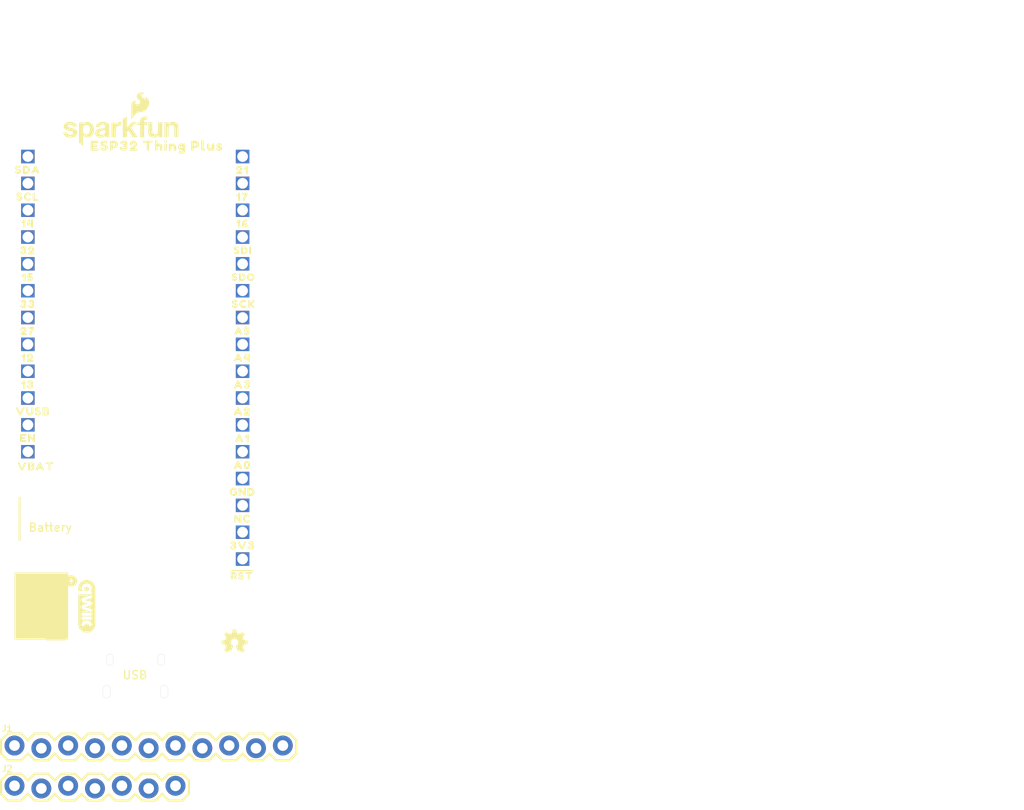
<source format=kicad_pcb>
(kicad_pcb (version 20171130) (host pcbnew 5.1.5+dfsg1-2build2)

  (general
    (thickness 1.6)
    (drawings 1)
    (tracks 0)
    (zones 0)
    (modules 4)
    (nets 29)
  )

  (page A4)
  (layers
    (0 Top signal)
    (31 Bottom signal)
    (32 B.Adhes user)
    (33 F.Adhes user)
    (34 B.Paste user)
    (35 F.Paste user)
    (36 B.SilkS user)
    (37 F.SilkS user)
    (38 B.Mask user)
    (39 F.Mask user)
    (40 Dwgs.User user)
    (41 Cmts.User user)
    (42 Eco1.User user)
    (43 Eco2.User user)
    (44 Edge.Cuts user)
    (45 Margin user)
    (46 B.CrtYd user)
    (47 F.CrtYd user)
    (48 B.Fab user)
    (49 F.Fab user)
  )

  (setup
    (last_trace_width 0.25)
    (trace_clearance 0.1524)
    (zone_clearance 0.508)
    (zone_45_only no)
    (trace_min 0.2)
    (via_size 0.8)
    (via_drill 0.4)
    (via_min_size 0.4)
    (via_min_drill 0.3)
    (uvia_size 0.3)
    (uvia_drill 0.1)
    (uvias_allowed no)
    (uvia_min_size 0.2)
    (uvia_min_drill 0.1)
    (edge_width 0.05)
    (segment_width 0.2)
    (pcb_text_width 0.3)
    (pcb_text_size 1.5 1.5)
    (mod_edge_width 0.12)
    (mod_text_size 1 1)
    (mod_text_width 0.15)
    (pad_size 1.524 1.524)
    (pad_drill 0.762)
    (pad_to_mask_clearance 0.051)
    (solder_mask_min_width 0.25)
    (aux_axis_origin 0 0)
    (visible_elements FFFFFF7F)
    (pcbplotparams
      (layerselection 0x010fc_ffffffff)
      (usegerberextensions false)
      (usegerberattributes false)
      (usegerberadvancedattributes false)
      (creategerberjobfile false)
      (excludeedgelayer true)
      (linewidth 0.100000)
      (plotframeref false)
      (viasonmask false)
      (mode 1)
      (useauxorigin false)
      (hpglpennumber 1)
      (hpglpenspeed 20)
      (hpglpendiameter 15.000000)
      (psnegative false)
      (psa4output false)
      (plotreference true)
      (plotvalue true)
      (plotinvisibletext false)
      (padsonsilk false)
      (subtractmaskfromsilk false)
      (outputformat 1)
      (mirror false)
      (drillshape 1)
      (scaleselection 1)
      (outputdirectory ""))
  )

  (net 0 "")
  (net 1 GND)
  (net 2 3.3V)
  (net 3 /PWM)
  (net 4 /TE)
  (net 5 /AWAKE)
  (net 6 /COPI)
  (net 7 /CIPO)
  (net 8 /SCLK)
  (net 9 "Net-(A1-Pad10@J4)")
  (net 10 /BUTTON4)
  (net 11 "Net-(A1-Pad8@J4)")
  (net 12 "Net-(A1-Pad7@J4)")
  (net 13 /LSPK)
  (net 14 /RSPK)
  (net 15 "Net-(A1-Pad3@J4)")
  (net 16 "Net-(A1-Pad1@J4)")
  (net 17 "Net-(A1-Pad12@J2)")
  (net 18 "Net-(A1-Pad11@J2)")
  (net 19 /LCDCS)
  (net 20 /BUTTON0)
  (net 21 /DC)
  (net 22 /BUTTON1)
  (net 23 /SDCS)
  (net 24 /BUTTON2)
  (net 25 /BUTTON3)
  (net 26 "Net-(A1-Pad3@J2)")
  (net 27 "Net-(A1-Pad2@J2)")
  (net 28 "Net-(A1-Pad1@J2)")

  (net_class Default "This is the default net class."
    (clearance 0.1524)
    (trace_width 0.25)
    (via_dia 0.8)
    (via_drill 0.4)
    (uvia_dia 0.3)
    (uvia_drill 0.1)
    (add_net /AWAKE)
    (add_net /BUTTON0)
    (add_net /BUTTON1)
    (add_net /BUTTON2)
    (add_net /BUTTON3)
    (add_net /BUTTON4)
    (add_net /CIPO)
    (add_net /COPI)
    (add_net /DC)
    (add_net /LCDCS)
    (add_net /LSPK)
    (add_net /PWM)
    (add_net /RSPK)
    (add_net /SCLK)
    (add_net /SDCS)
    (add_net /TE)
    (add_net 3.3V)
    (add_net GND)
    (add_net "Net-(A1-Pad10@J4)")
    (add_net "Net-(A1-Pad11@J2)")
    (add_net "Net-(A1-Pad12@J2)")
    (add_net "Net-(A1-Pad1@J2)")
    (add_net "Net-(A1-Pad1@J4)")
    (add_net "Net-(A1-Pad2@J2)")
    (add_net "Net-(A1-Pad3@J2)")
    (add_net "Net-(A1-Pad3@J4)")
    (add_net "Net-(A1-Pad7@J4)")
    (add_net "Net-(A1-Pad8@J4)")
  )

  (module ControllerBoard:CREATIVE_COMMONS (layer Top) (tedit 0) (tstamp 607FB33C)
    (at 156.1001 48.207825)
    (descr "<h3>Creative Commons License Template</h3>\n<p>CC BY-SA 4.0 License with <a href=\"https://creativecommons.org/licenses/by-sa/4.0/\">link to license</a> and placeholder for designer name.</p>\n<p>Devices using:\n<ul><li>FRAME_LEDGER</li>\n<li>FRAME_LETTER</li></ul></p>")
    (path /73DA64CA)
    (fp_text reference FRAME1 (at 0 0) (layer F.SilkS) hide
      (effects (font (size 1.27 1.27) (thickness 0.15)))
    )
    (fp_text value FRAME-LETTER (at 0 0) (layer F.SilkS) hide
      (effects (font (size 1.27 1.27) (thickness 0.15)))
    )
    (fp_text user "Designed by:" (at 11.43 0) (layer F.Fab)
      (effects (font (size 1.6891 1.6891) (thickness 0.14224)) (justify left bottom))
    )
    (fp_text user " https://creativecommons.org/licenses/by-sa/4.0/" (at 0 -2.54) (layer F.Fab)
      (effects (font (size 1.6891 1.6891) (thickness 0.14224)) (justify left bottom))
    )
    (fp_text user "Released under the Creative Commons Attribution Share-Alike 4.0 License" (at -20.32 -5.08) (layer F.Fab)
      (effects (font (size 1.6891 1.6891) (thickness 0.14224)) (justify left bottom))
    )
  )

  (module ControllerBoard:WRL-17381 (layer Top) (tedit 0) (tstamp 607FB342)
    (at 137.0501 107.897825)
    (descr "Package generated by <b>make-group2pac.ulp</b><p> from: /home/gawlikaj/EAGLE/projects/SparkFunBoards/WRL-17381.brd<br> at: 4/2/21 10:19 AM")
    (path /B0BBFB80)
    (fp_text reference A1 (at 0 0) (layer F.SilkS) hide
      (effects (font (size 1.27 1.27) (thickness 0.15)))
    )
    (fp_text value ESP32_MICROCONTROLLER (at 0 0) (layer F.SilkS) hide
      (effects (font (size 1.27 1.27) (thickness 0.15)))
    )
    (fp_text user USB (at 10.16 -2.54) (layer F.SilkS)
      (effects (font (size 0.77216 0.77216) (thickness 0.12192)) (justify left bottom))
    )
    (fp_poly (pts (xy 0 -6.35) (xy 5.08 -6.35) (xy 5.08 -12.7) (xy 0 -12.7)) (layer F.SilkS) (width 0))
    (fp_text user Battery (at 1.27 -16.51) (layer F.SilkS)
      (effects (font (size 0.77216 0.77216) (thickness 0.12192)) (justify left bottom))
    )
    (fp_arc (start 20.32 -2.54) (end 20.32 0) (angle -90) (layer Cmts.User) (width 0.2032))
    (fp_line (start 2.54 0) (end 20.32 0) (layer Cmts.User) (width 0.2032))
    (fp_arc (start 2.54 -2.54) (end 0 -2.54) (angle -90) (layer Cmts.User) (width 0.2032))
    (fp_line (start 0 -55.88) (end 0 -2.54) (layer Cmts.User) (width 0.2032))
    (fp_arc (start 2.54 -55.88) (end 2.54 -58.42) (angle -90) (layer Cmts.User) (width 0.2032))
    (fp_line (start 20.32 -58.42) (end 2.54 -58.42) (layer Cmts.User) (width 0.2032))
    (fp_arc (start 20.32 -55.88) (end 22.86 -55.88) (angle -90) (layer Cmts.User) (width 0.2032))
    (fp_line (start 22.86 -2.54) (end 22.86 -55.88) (layer Cmts.User) (width 0.2032))
    (fp_text user U.FL (at 16.383 -47.879 90) (layer F.Fab)
      (effects (font (size 0.77216 0.77216) (thickness 0.16256)) (justify left bottom))
    )
    (fp_poly (pts (xy 20.43 -34.82) (xy 20.43 -34.67) (xy 20.43 -34.07) (xy 20.43 -33.92)) (layer F.Fab) (width 0))
    (fp_poly (pts (xy 20.43 -36.09) (xy 20.43 -35.94) (xy 20.43 -35.34) (xy 20.43 -35.19)) (layer F.Fab) (width 0))
    (fp_poly (pts (xy 20.43 -37.36) (xy 20.43 -37.21) (xy 20.43 -36.61) (xy 20.43 -36.46)) (layer F.Fab) (width 0))
    (fp_poly (pts (xy 20.43 -38.63) (xy 20.43 -38.48) (xy 20.43 -37.88) (xy 20.43 -37.73)) (layer F.Fab) (width 0))
    (fp_poly (pts (xy 20.43 -39.9) (xy 20.43 -39.75) (xy 20.43 -39.15) (xy 20.43 -39)) (layer F.Fab) (width 0))
    (fp_poly (pts (xy 20.43 -41.17) (xy 20.43 -41.02) (xy 20.43 -40.42) (xy 20.43 -40.27)) (layer F.Fab) (width 0))
    (fp_poly (pts (xy 20.43 -42.44) (xy 20.43 -42.29) (xy 20.43 -41.69) (xy 20.43 -41.54)) (layer F.Fab) (width 0))
    (fp_poly (pts (xy 20.43 -43.71) (xy 20.43 -43.56) (xy 20.43 -42.96) (xy 20.43 -42.81)) (layer F.Fab) (width 0))
    (fp_poly (pts (xy 20.43 -44.98) (xy 20.43 -44.83) (xy 20.43 -44.23) (xy 20.43 -44.08)) (layer F.Fab) (width 0))
    (fp_poly (pts (xy 20.43 -46.25) (xy 20.43 -46.1) (xy 20.43 -45.5) (xy 20.43 -45.35)) (layer F.Fab) (width 0))
    (fp_poly (pts (xy 20.43 -47.52) (xy 20.43 -47.37) (xy 20.43 -46.77) (xy 20.43 -46.62)) (layer F.Fab) (width 0))
    (fp_poly (pts (xy 20.43 -48.79) (xy 20.43 -48.64) (xy 20.43 -48.04) (xy 20.43 -47.89)) (layer F.Fab) (width 0))
    (fp_poly (pts (xy 20.43 -50.06) (xy 20.43 -49.91) (xy 20.43 -49.31) (xy 20.43 -49.16)) (layer F.Fab) (width 0))
    (fp_poly (pts (xy 20.43 -51.33) (xy 20.43 -51.18) (xy 20.43 -50.58) (xy 20.43 -50.43)) (layer F.Fab) (width 0))
    (fp_poly (pts (xy 2.43 -34.82) (xy 2.43 -34.07) (xy 2.43 -33.92)) (layer F.Fab) (width 0))
    (fp_poly (pts (xy 2.43 -36.09) (xy 2.43 -35.94) (xy 2.43 -35.940001) (xy 2.43 -35.34)
      (xy 2.43 -35.19)) (layer F.Fab) (width 0))
    (fp_poly (pts (xy 2.43 -37.36) (xy 2.43 -37.21) (xy 2.43 -37.210001) (xy 2.43 -36.61)
      (xy 2.43 -36.46)) (layer F.Fab) (width 0))
    (fp_poly (pts (xy 2.43 -38.63) (xy 2.43 -38.48) (xy 2.43 -38.480001) (xy 2.43 -37.88)
      (xy 2.43 -37.73)) (layer F.Fab) (width 0))
    (fp_poly (pts (xy 2.43 -39.9) (xy 2.43 -39.75) (xy 2.43 -39.750001) (xy 2.43 -39.15)
      (xy 2.43 -39)) (layer F.Fab) (width 0))
    (fp_poly (pts (xy 2.43 -41.17) (xy 2.43 -41.02) (xy 2.43 -41.020001) (xy 2.43 -40.42)
      (xy 2.43 -40.27)) (layer F.Fab) (width 0))
    (fp_poly (pts (xy 2.43 -42.44) (xy 2.43 -42.29) (xy 2.43 -42.290001) (xy 2.43 -41.69)
      (xy 2.43 -41.54)) (layer F.Fab) (width 0))
    (fp_poly (pts (xy 2.43 -43.71) (xy 2.43 -43.56) (xy 2.43 -43.560001) (xy 2.43 -42.96)
      (xy 2.43 -42.81)) (layer F.Fab) (width 0))
    (fp_poly (pts (xy 2.43 -44.98) (xy 2.43 -44.83) (xy 2.43 -44.830001) (xy 2.43 -44.23)
      (xy 2.43 -44.08)) (layer F.Fab) (width 0))
    (fp_poly (pts (xy 2.43 -46.25) (xy 2.43 -46.1) (xy 2.43 -46.100001) (xy 2.43 -45.5)
      (xy 2.43 -45.35)) (layer F.Fab) (width 0))
    (fp_poly (pts (xy 2.43 -47.52) (xy 2.43 -47.37) (xy 2.43 -47.370001) (xy 2.43 -46.77)
      (xy 2.43 -46.62)) (layer F.Fab) (width 0))
    (fp_poly (pts (xy 2.43 -48.79) (xy 2.43 -48.64) (xy 2.43 -48.640001) (xy 2.43 -48.04)
      (xy 2.43 -47.89)) (layer F.Fab) (width 0))
    (fp_poly (pts (xy 2.43 -50.06) (xy 2.43 -49.91) (xy 2.43 -49.910001) (xy 2.43 -49.31)
      (xy 2.43 -49.16)) (layer F.Fab) (width 0))
    (fp_poly (pts (xy 2.43 -51.33) (xy 2.43 -51.18) (xy 2.43 -51.180001) (xy 2.43 -50.58)
      (xy 2.43 -50.43)) (layer F.Fab) (width 0))
    (fp_circle (center 16.002 -49.022) (end 17.531281 -49.022) (layer F.Fab) (width 0.1524))
    (fp_line (start 5.08 -50.8) (end 5.08 -35.56) (layer F.Fab) (width 0.1524))
    (fp_line (start 13.97 -50.8) (end 5.08 -50.8) (layer F.Fab) (width 0.1524))
    (fp_line (start 13.97 -46.99) (end 13.97 -50.8) (layer F.Fab) (width 0.1524))
    (fp_line (start 17.78 -46.99) (end 13.97 -46.99) (layer F.Fab) (width 0.1524))
    (fp_line (start 17.78 -35.56) (end 17.78 -46.99) (layer F.Fab) (width 0.1524))
    (fp_line (start 5.08 -35.56) (end 17.78 -35.56) (layer F.Fab) (width 0.1524))
    (fp_line (start 20.43 -52.08) (end 2.43 -52.08) (layer F.Fab) (width 0.1))
    (fp_line (start 20.43 -52.08) (end 20.43 -32.88) (layer F.Fab) (width 0.1))
    (fp_line (start 2.43 -32.88) (end 2.43 -52.08) (layer F.Fab) (width 0.1))
    (fp_line (start 20.43 -32.88) (end 2.43 -32.88) (layer F.Fab) (width 0.1))
    (fp_poly (pts (xy 21.93 -51.16) (xy 21.89 -51.12) (xy 21.77 -51.01) (xy 21.73 -50.97)
      (xy 21.72 -50.93) (xy 21.75 -50.88) (xy 21.79 -50.84) (xy 21.84 -50.84)
      (xy 21.89 -50.87) (xy 21.9 -50.84) (xy 21.9 -50.52) (xy 21.9 -50.47)
      (xy 21.93 -50.43) (xy 21.99 -50.42) (xy 22.05 -50.43) (xy 22.08 -50.46)
      (xy 22.08 -50.51) (xy 22.08 -51.11) (xy 22.08 -51.16) (xy 22.03 -51.18)
      (xy 21.98 -51.18)) (layer F.SilkS) (width 0))
    (fp_poly (pts (xy 21.48 -50.6) (xy 21.31 -50.6) (xy 21.31 -50.62) (xy 21.35 -50.64)
      (xy 21.39 -50.66) (xy 21.44 -50.7) (xy 21.48 -50.74) (xy 21.51 -50.79)
      (xy 21.53 -50.84) (xy 21.54 -50.89) (xy 21.53 -50.95) (xy 21.52 -51)
      (xy 21.5 -51.05) (xy 21.47 -51.09) (xy 21.44 -51.13) (xy 21.4 -51.16)
      (xy 21.35 -51.18) (xy 21.29 -51.19) (xy 21.24 -51.19) (xy 21.18 -51.19)
      (xy 21.13 -51.17) (xy 21.09 -51.14) (xy 21.05 -51.1) (xy 21.02 -51.06)
      (xy 20.99 -51.01) (xy 20.98 -50.96) (xy 20.98 -50.9) (xy 20.98 -50.85)
      (xy 21.02 -50.83) (xy 21.09 -50.82) (xy 21.14 -50.84) (xy 21.16 -50.88)
      (xy 21.17 -50.93) (xy 21.19 -50.98) (xy 21.23 -51.01) (xy 21.29 -51.01)
      (xy 21.33 -50.98) (xy 21.35 -50.93) (xy 21.34 -50.88) (xy 21.31 -50.83)
      (xy 21.27 -50.8) (xy 21.23 -50.77) (xy 21.09 -50.68) (xy 21.05 -50.65)
      (xy 21.01 -50.61) (xy 20.99 -50.56) (xy 20.98 -50.51) (xy 20.99 -50.46)
      (xy 21.04 -50.43) (xy 21.09 -50.42) (xy 21.47 -50.42) (xy 21.52 -50.43)
      (xy 21.56 -50.45) (xy 21.57 -50.51) (xy 21.56 -50.56) (xy 21.53 -50.6)) (layer F.SilkS) (width 0))
    (fp_poly (pts (xy 21.97 -48.64) (xy 21.6 -48.64) (xy 21.54 -48.63) (xy 21.51 -48.59)
      (xy 21.51 -48.54) (xy 21.52 -48.49) (xy 21.56 -48.46) (xy 21.62 -48.46)
      (xy 21.84 -48.46) (xy 21.82 -48.42) (xy 21.76 -48.33) (xy 21.73 -48.29)
      (xy 21.7 -48.24) (xy 21.68 -48.19) (xy 21.66 -48.14) (xy 21.64 -48.09)
      (xy 21.63 -48.04) (xy 21.62 -47.99) (xy 21.62 -47.93) (xy 21.64 -47.89)
      (xy 21.7 -47.88) (xy 21.75 -47.88) (xy 21.8 -47.91) (xy 21.81 -48)
      (xy 21.82 -48.05) (xy 21.84 -48.1) (xy 21.87 -48.15) (xy 21.99 -48.35)
      (xy 22.01 -48.39) (xy 22.04 -48.44) (xy 22.06 -48.5) (xy 22.06 -48.54)
      (xy 22.06 -48.6) (xy 22.03 -48.63)) (layer F.SilkS) (width 0))
    (fp_poly (pts (xy 21.2 -48.62) (xy 21.16 -48.58) (xy 21.04 -48.47) (xy 21 -48.43)
      (xy 20.99 -48.39) (xy 21.01 -48.34) (xy 21.06 -48.3) (xy 21.1 -48.3)
      (xy 21.15 -48.33) (xy 21.16 -48.3) (xy 21.16 -47.98) (xy 21.17 -47.93)
      (xy 21.19 -47.89) (xy 21.25 -47.88) (xy 21.32 -47.89) (xy 21.35 -47.92)
      (xy 21.35 -47.97) (xy 21.35 -48.57) (xy 21.34 -48.62) (xy 21.3 -48.64)
      (xy 21.24 -48.64)) (layer F.SilkS) (width 0))
    (fp_poly (pts (xy 22.06 -45.6) (xy 22.05 -45.65) (xy 22.03 -45.7) (xy 21.99 -45.74)
      (xy 21.95 -45.77) (xy 21.9 -45.79) (xy 21.85 -45.8) (xy 21.79 -45.81)
      (xy 21.74 -45.79) (xy 21.78 -45.64) (xy 21.84 -45.64) (xy 21.87 -45.6)
      (xy 21.88 -45.55) (xy 21.84 -45.52) (xy 21.8 -45.51) (xy 21.74 -45.52)
      (xy 21.72 -45.56) (xy 21.73 -45.61) (xy 21.78 -45.64) (xy 21.74 -45.79)
      (xy 21.75 -45.83) (xy 21.79 -45.87) (xy 21.83 -45.9) (xy 21.88 -45.92)
      (xy 21.94 -45.93) (xy 22 -45.93) (xy 22.03 -45.96) (xy 22.04 -46.02)
      (xy 22.04 -46.07) (xy 22.01 -46.11) (xy 21.95 -46.12) (xy 21.89 -46.11)
      (xy 21.83 -46.1) (xy 21.78 -46.09) (xy 21.74 -46.06) (xy 21.7 -46.03)
      (xy 21.66 -46) (xy 21.62 -45.96) (xy 21.6 -45.91) (xy 21.57 -45.87)
      (xy 21.56 -45.82) (xy 21.54 -45.77) (xy 21.54 -45.71) (xy 21.53 -45.65)
      (xy 21.54 -45.59) (xy 21.55 -45.54) (xy 21.56 -45.49) (xy 21.59 -45.44)
      (xy 21.62 -45.4) (xy 21.66 -45.37) (xy 21.71 -45.35) (xy 21.76 -45.34)
      (xy 21.82 -45.34) (xy 21.88 -45.35) (xy 21.93 -45.37) (xy 21.97 -45.4)
      (xy 22.01 -45.44) (xy 22.04 -45.48) (xy 22.06 -45.53) (xy 22.06 -45.58)) (layer F.SilkS) (width 0))
    (fp_poly (pts (xy 21.21 -46.08) (xy 21.17 -46.04) (xy 21.05 -45.93) (xy 21.01 -45.89)
      (xy 21 -45.85) (xy 21.02 -45.8) (xy 21.07 -45.76) (xy 21.11 -45.76)
      (xy 21.16 -45.79) (xy 21.18 -45.76) (xy 21.18 -45.44) (xy 21.18 -45.39)
      (xy 21.21 -45.35) (xy 21.26 -45.34) (xy 21.33 -45.35) (xy 21.36 -45.38)
      (xy 21.36 -45.43) (xy 21.36 -46.03) (xy 21.35 -46.08) (xy 21.31 -46.1)
      (xy 21.25 -46.1)) (layer F.SilkS) (width 0))
    (fp_poly (pts (xy 22.4516 -38.12) (xy 22.4916 -38.15) (xy 22.5816 -38.24) (xy 22.6516 -38.31)
      (xy 22.6816 -38.35) (xy 22.7116 -38.39) (xy 22.7016 -38.44) (xy 22.6616 -38.48)
      (xy 22.6116 -38.51) (xy 22.5716 -38.49) (xy 22.5316 -38.45) (xy 22.3116 -38.21)
      (xy 22.3116 -38.25) (xy 22.3116 -38.42) (xy 22.3016 -38.46) (xy 22.2616 -38.49)
      (xy 22.1916 -38.49) (xy 22.1416 -38.48) (xy 22.1316 -38.44) (xy 22.1316 -37.84)
      (xy 22.1316 -37.78) (xy 22.1516 -37.75) (xy 22.2016 -37.73) (xy 22.2716 -37.74)
      (xy 22.3016 -37.77) (xy 22.3116 -37.81) (xy 22.3116 -37.98) (xy 22.3216 -38.02)
      (xy 22.5316 -37.77) (xy 22.5716 -37.73) (xy 22.6116 -37.72) (xy 22.6616 -37.75)
      (xy 22.7016 -37.79) (xy 22.7116 -37.84) (xy 22.6816 -37.88) (xy 22.5916 -37.98)) (layer F.SilkS) (width 0))
    (fp_poly (pts (xy 21.7816 -37.93) (xy 21.7416 -37.91) (xy 21.6816 -37.9) (xy 21.6316 -37.91)
      (xy 21.5816 -37.93) (xy 21.5316 -37.96) (xy 21.5016 -38) (xy 21.4816 -38.05)
      (xy 21.4816 -38.11) (xy 21.4816 -38.16) (xy 21.5016 -38.21) (xy 21.5316 -38.26)
      (xy 21.5816 -38.29) (xy 21.6316 -38.31) (xy 21.6816 -38.32) (xy 21.7316 -38.31)
      (xy 21.7816 -38.29) (xy 21.8316 -38.26) (xy 21.8716 -38.26) (xy 21.9116 -38.3)
      (xy 21.9416 -38.35) (xy 21.9416 -38.4) (xy 21.9016 -38.44) (xy 21.8616 -38.46)
      (xy 21.8016 -38.48) (xy 21.7516 -38.5) (xy 21.7016 -38.5) (xy 21.6416 -38.5)
      (xy 21.5916 -38.49) (xy 21.5416 -38.47) (xy 21.4916 -38.45) (xy 21.4416 -38.42)
      (xy 21.4016 -38.39) (xy 21.3716 -38.35) (xy 21.3416 -38.3) (xy 21.3116 -38.25)
      (xy 21.3016 -38.2) (xy 21.2916 -38.15) (xy 21.2916 -38.09) (xy 21.3016 -38.04)
      (xy 21.3116 -37.99) (xy 21.3316 -37.94) (xy 21.3616 -37.89) (xy 21.3916 -37.85)
      (xy 21.4316 -37.81) (xy 21.4816 -37.78) (xy 21.5316 -37.76) (xy 21.5816 -37.74)
      (xy 21.6316 -37.73) (xy 21.6816 -37.72) (xy 21.7316 -37.72) (xy 21.7916 -37.74)
      (xy 21.8516 -37.76) (xy 21.8916 -37.78) (xy 21.9316 -37.81) (xy 21.9416 -37.86)
      (xy 21.9116 -37.91) (xy 21.8716 -37.96) (xy 21.8416 -37.96)) (layer F.SilkS) (width 0))
    (fp_poly (pts (xy 20.6016 -37.84) (xy 20.6416 -37.8) (xy 20.6816 -37.77) (xy 20.7316 -37.74)
      (xy 20.7816 -37.73) (xy 20.8316 -37.72) (xy 20.8916 -37.72) (xy 20.9416 -37.73)
      (xy 20.9916 -37.75) (xy 21.0416 -37.78) (xy 21.0816 -37.82) (xy 21.1116 -37.86)
      (xy 21.1216 -37.91) (xy 21.1316 -37.97) (xy 21.1216 -38.02) (xy 21.1116 -38.07)
      (xy 21.0816 -38.12) (xy 21.0416 -38.15) (xy 20.9916 -38.17) (xy 20.9416 -38.19)
      (xy 20.8316 -38.21) (xy 20.7916 -38.24) (xy 20.7716 -38.29) (xy 20.8016 -38.33)
      (xy 20.8616 -38.34) (xy 20.9116 -38.32) (xy 20.9616 -38.29) (xy 21.0016 -38.28)
      (xy 21.0416 -38.31) (xy 21.0816 -38.36) (xy 21.0816 -38.4) (xy 21.0416 -38.45)
      (xy 21.0016 -38.47) (xy 20.9516 -38.49) (xy 20.9016 -38.5) (xy 20.8416 -38.51)
      (xy 20.7816 -38.5) (xy 20.7316 -38.49) (xy 20.6816 -38.46) (xy 20.6416 -38.43)
      (xy 20.6116 -38.38) (xy 20.5916 -38.33) (xy 20.5916 -38.28) (xy 20.5916 -38.22)
      (xy 20.6116 -38.18) (xy 20.6416 -38.13) (xy 20.6816 -38.1) (xy 20.7316 -38.07)
      (xy 20.7816 -38.05) (xy 20.8316 -38.04) (xy 20.8816 -38.03) (xy 20.9316 -38)
      (xy 20.9416 -37.95) (xy 20.9216 -37.91) (xy 20.8716 -37.9) (xy 20.8116 -37.9)
      (xy 20.7716 -37.93) (xy 20.7216 -37.97) (xy 20.6816 -37.99) (xy 20.6316 -37.98)
      (xy 20.5916 -37.93) (xy 20.5816 -37.89)) (layer F.SilkS) (width 0))
    (fp_poly (pts (xy 21.88 -35.96) (xy 21.83 -35.94) (xy 21.8 -35.9) (xy 21.79 -35.87)
      (xy 21.74 -35.56) (xy 21.76 -35.53) (xy 21.8 -35.5) (xy 21.85 -35.48)
      (xy 21.9 -35.48) (xy 21.95 -35.51) (xy 22 -35.51) (xy 22.05 -35.48)
      (xy 22.06 -35.43) (xy 22.03 -35.38) (xy 21.99 -35.37) (xy 21.93 -35.37)
      (xy 21.88 -35.41) (xy 21.84 -35.42) (xy 21.79 -35.41) (xy 21.75 -35.36)
      (xy 21.73 -35.32) (xy 21.76 -35.27) (xy 21.8 -35.23) (xy 21.85 -35.21)
      (xy 21.9 -35.19) (xy 21.96 -35.18) (xy 22.01 -35.18) (xy 22.07 -35.19)
      (xy 22.11 -35.22) (xy 22.16 -35.25) (xy 22.19 -35.29) (xy 22.22 -35.34)
      (xy 22.24 -35.39) (xy 22.24 -35.44) (xy 22.24 -35.5) (xy 22.22 -35.55)
      (xy 22.19 -35.6) (xy 22.15 -35.64) (xy 22.11 -35.67) (xy 22.06 -35.69)
      (xy 22.01 -35.7) (xy 21.95 -35.7) (xy 21.96 -35.76) (xy 21.99 -35.78)
      (xy 22.16 -35.78) (xy 22.2 -35.79) (xy 22.22 -35.84) (xy 22.22 -35.91)
      (xy 22.2 -35.95) (xy 22.16 -35.96)) (layer F.SilkS) (width 0))
    (fp_poly (pts (xy 21.25 -35.93) (xy 21.21 -35.95) (xy 21.15 -35.95) (xy 21.11 -35.91)
      (xy 21.09 -35.86) (xy 20.82 -35.32) (xy 20.81 -35.27) (xy 20.82 -35.23)
      (xy 20.88 -35.2) (xy 20.93 -35.18) (xy 20.97 -35.21) (xy 21.05 -35.35)
      (xy 21.32 -35.35) (xy 21.25 -35.51) (xy 21.15 -35.51) (xy 21.13 -35.53)
      (xy 21.18 -35.63) (xy 21.19 -35.65) (xy 21.25 -35.51) (xy 21.32 -35.35)
      (xy 21.35 -35.32) (xy 21.4 -35.22) (xy 21.44 -35.18) (xy 21.49 -35.19)
      (xy 21.55 -35.22) (xy 21.57 -35.26) (xy 21.56 -35.31) (xy 21.27 -35.9)) (layer F.SilkS) (width 0))
    (fp_poly (pts (xy 22.1 -33.39) (xy 22.08 -33.35) (xy 22.08 -33.07) (xy 22.07 -33.03)
      (xy 21.96 -33.03) (xy 21.92 -33.04) (xy 21.98 -33.3) (xy 21.98 -33.35)
      (xy 21.95 -33.39) (xy 21.89 -33.41) (xy 21.84 -33.41) (xy 21.81 -33.37)
      (xy 21.79 -33.31) (xy 21.71 -33) (xy 21.71 -32.95) (xy 21.72 -32.89)
      (xy 21.75 -32.87) (xy 21.82 -32.86) (xy 22.03 -32.86) (xy 22.08 -32.86)
      (xy 22.08 -32.75) (xy 22.09 -32.69) (xy 22.11 -32.65) (xy 22.16 -32.64)
      (xy 22.22 -32.64) (xy 22.26 -32.68) (xy 22.27 -32.73) (xy 22.27 -33.33)
      (xy 22.25 -33.38) (xy 22.21 -33.4) (xy 22.15 -33.4)) (layer F.SilkS) (width 0))
    (fp_poly (pts (xy 21.23 -33.39) (xy 21.18 -33.41) (xy 21.13 -33.41) (xy 21.09 -33.37)
      (xy 21.06 -33.32) (xy 20.8 -32.78) (xy 20.78 -32.73) (xy 20.8 -32.69)
      (xy 20.86 -32.66) (xy 20.9 -32.64) (xy 20.95 -32.67) (xy 21.02 -32.81)
      (xy 21.29 -32.81) (xy 21.23 -32.97) (xy 21.12 -32.97) (xy 21.11 -32.99)
      (xy 21.15 -33.09) (xy 21.16 -33.11) (xy 21.23 -32.97) (xy 21.3 -32.81)
      (xy 21.33 -32.78) (xy 21.38 -32.68) (xy 21.41 -32.64) (xy 21.46 -32.65)
      (xy 21.52 -32.68) (xy 21.55 -32.72) (xy 21.54 -32.77) (xy 21.25 -33.36)) (layer F.SilkS) (width 0))
    (fp_poly (pts (xy 22.13 -30.89) (xy 21.96 -30.88) (xy 21.91 -30.87) (xy 21.86 -30.85)
      (xy 21.82 -30.83) (xy 21.78 -30.78) (xy 21.75 -30.73) (xy 21.74 -30.69)
      (xy 21.77 -30.64) (xy 21.82 -30.61) (xy 21.86 -30.61) (xy 21.9 -30.64)
      (xy 21.94 -30.68) (xy 21.98 -30.71) (xy 22.04 -30.7) (xy 22.08 -30.67)
      (xy 22.08 -30.63) (xy 22.04 -30.61) (xy 21.97 -30.6) (xy 21.93 -30.59)
      (xy 21.92 -30.53) (xy 21.92 -30.46) (xy 21.95 -30.43) (xy 22 -30.42)
      (xy 22.06 -30.41) (xy 22.1 -30.38) (xy 22.1 -30.33) (xy 22.07 -30.29)
      (xy 22.01 -30.28) (xy 21.96 -30.28) (xy 21.91 -30.31) (xy 21.88 -30.36)
      (xy 21.85 -30.39) (xy 21.79 -30.4) (xy 21.73 -30.38) (xy 21.71 -30.35)
      (xy 21.71 -30.3) (xy 21.73 -30.24) (xy 21.76 -30.2) (xy 21.8 -30.16)
      (xy 21.84 -30.14) (xy 21.89 -30.12) (xy 21.94 -30.1) (xy 22 -30.1)
      (xy 22.06 -30.11) (xy 22.11 -30.12) (xy 22.16 -30.14) (xy 22.2 -30.17)
      (xy 22.24 -30.21) (xy 22.27 -30.25) (xy 22.28 -30.3) (xy 22.29 -30.36)
      (xy 22.28 -30.41) (xy 22.25 -30.46) (xy 22.21 -30.5) (xy 22.21 -30.53)
      (xy 22.25 -30.56) (xy 22.27 -30.61) (xy 22.27 -30.67) (xy 22.26 -30.72)
      (xy 22.24 -30.77) (xy 22.2 -30.81)) (layer F.SilkS) (width 0))
    (fp_poly (pts (xy 21.22 -30.85) (xy 21.17 -30.87) (xy 21.12 -30.87) (xy 21.08 -30.83)
      (xy 21.05 -30.78) (xy 20.79 -30.24) (xy 20.77 -30.19) (xy 20.79 -30.15)
      (xy 20.84 -30.12) (xy 20.89 -30.1) (xy 20.94 -30.13) (xy 21.01 -30.27)
      (xy 21.28 -30.27) (xy 21.22 -30.43) (xy 21.11 -30.43) (xy 21.1 -30.45)
      (xy 21.14 -30.55) (xy 21.15 -30.57) (xy 21.22 -30.43) (xy 21.29 -30.27)
      (xy 21.32 -30.24) (xy 21.36 -30.14) (xy 21.4 -30.1) (xy 21.45 -30.11)
      (xy 21.51 -30.14) (xy 21.54 -30.18) (xy 21.53 -30.23) (xy 21.24 -30.82)) (layer F.SilkS) (width 0))
    (fp_poly (pts (xy 22.2 -27.74) (xy 22.04 -27.74) (xy 22.03 -27.76) (xy 22.07 -27.78)
      (xy 22.12 -27.8) (xy 22.16 -27.84) (xy 22.2 -27.88) (xy 22.23 -27.93)
      (xy 22.25 -27.98) (xy 22.26 -28.03) (xy 22.26 -28.09) (xy 22.25 -28.14)
      (xy 22.23 -28.19) (xy 22.2 -28.23) (xy 22.16 -28.27) (xy 22.12 -28.3)
      (xy 22.07 -28.32) (xy 22.02 -28.33) (xy 21.96 -28.33) (xy 21.91 -28.33)
      (xy 21.86 -28.31) (xy 21.81 -28.28) (xy 21.78 -28.24) (xy 21.74 -28.2)
      (xy 21.72 -28.15) (xy 21.71 -28.1) (xy 21.7 -28.04) (xy 21.71 -27.99)
      (xy 21.75 -27.97) (xy 21.81 -27.96) (xy 21.87 -27.98) (xy 21.89 -28.02)
      (xy 21.89 -28.07) (xy 21.91 -28.12) (xy 21.96 -28.15) (xy 22.01 -28.15)
      (xy 22.06 -28.12) (xy 22.08 -28.07) (xy 22.07 -28.02) (xy 22.04 -27.97)
      (xy 22 -27.94) (xy 21.95 -27.91) (xy 21.81 -27.82) (xy 21.77 -27.79)
      (xy 21.74 -27.75) (xy 21.71 -27.7) (xy 21.7 -27.65) (xy 21.72 -27.6)
      (xy 21.76 -27.57) (xy 21.82 -27.56) (xy 22.19 -27.56) (xy 22.25 -27.57)
      (xy 22.29 -27.59) (xy 22.29 -27.65) (xy 22.29 -27.7) (xy 22.26 -27.74)) (layer F.SilkS) (width 0))
    (fp_poly (pts (xy 21.21 -28.31) (xy 21.17 -28.33) (xy 21.11 -28.33) (xy 21.07 -28.29)
      (xy 21.05 -28.24) (xy 20.78 -27.7) (xy 20.77 -27.65) (xy 20.78 -27.61)
      (xy 20.84 -27.58) (xy 20.89 -27.56) (xy 20.93 -27.59) (xy 21.01 -27.73)
      (xy 21.28 -27.73) (xy 21.21 -27.89) (xy 21.11 -27.89) (xy 21.09 -27.91)
      (xy 21.14 -28.01) (xy 21.15 -28.03) (xy 21.21 -27.89) (xy 21.28 -27.73)
      (xy 21.31 -27.7) (xy 21.36 -27.6) (xy 21.4 -27.56) (xy 21.45 -27.57)
      (xy 21.5 -27.6) (xy 21.53 -27.64) (xy 21.52 -27.69) (xy 21.23 -28.28)) (layer F.SilkS) (width 0))
    (fp_poly (pts (xy 22.02 -25.76) (xy 21.98 -25.72) (xy 21.86 -25.61) (xy 21.82 -25.57)
      (xy 21.81 -25.53) (xy 21.83 -25.48) (xy 21.88 -25.44) (xy 21.92 -25.44)
      (xy 21.97 -25.47) (xy 21.99 -25.44) (xy 21.99 -25.12) (xy 21.99 -25.07)
      (xy 22.02 -25.03) (xy 22.07 -25.02) (xy 22.14 -25.03) (xy 22.17 -25.06)
      (xy 22.17 -25.11) (xy 22.17 -25.71) (xy 22.16 -25.76) (xy 22.12 -25.78)
      (xy 22.06 -25.78)) (layer F.SilkS) (width 0))
    (fp_poly (pts (xy 21.33 -25.77) (xy 21.28 -25.79) (xy 21.23 -25.79) (xy 21.18 -25.75)
      (xy 21.16 -25.7) (xy 20.9 -25.16) (xy 20.88 -25.11) (xy 20.9 -25.07)
      (xy 20.95 -25.04) (xy 21 -25.02) (xy 21.05 -25.05) (xy 21.12 -25.19)
      (xy 21.39 -25.19) (xy 21.33 -25.35) (xy 21.22 -25.35) (xy 21.21 -25.37)
      (xy 21.25 -25.47) (xy 21.26 -25.49) (xy 21.33 -25.35) (xy 21.39 -25.19)
      (xy 21.42 -25.16) (xy 21.47 -25.06) (xy 21.51 -25.02) (xy 21.56 -25.03)
      (xy 21.62 -25.06) (xy 21.64 -25.1) (xy 21.63 -25.15) (xy 21.35 -25.74)) (layer F.SilkS) (width 0))
    (fp_poly (pts (xy 21.8 -23.18) (xy 21.77 -23.14) (xy 21.75 -23.09) (xy 21.73 -23.04)
      (xy 21.72 -22.99) (xy 21.71 -22.93) (xy 21.71 -22.87) (xy 21.71 -22.81)
      (xy 21.72 -22.76) (xy 21.73 -22.71) (xy 21.74 -22.66) (xy 21.77 -22.61)
      (xy 21.8 -22.57) (xy 21.83 -22.53) (xy 21.88 -22.5) (xy 21.94 -22.49)
      (xy 21.99 -22.48) (xy 22.05 -22.48) (xy 22.1 -22.5) (xy 22.15 -22.52)
      (xy 22.19 -22.56) (xy 22.22 -22.6) (xy 22.24 -22.64) (xy 22.26 -22.69)
      (xy 22.28 -22.74) (xy 22.28 -22.79) (xy 22.29 -22.86) (xy 22.29 -22.91)
      (xy 22.28 -22.97) (xy 22.27 -23.02) (xy 22.1 -22.98) (xy 22.1 -22.91)
      (xy 22.1 -22.83) (xy 22.09 -22.76) (xy 22.08 -22.71) (xy 22.05 -22.68)
      (xy 22.01 -22.67) (xy 22 -22.66) (xy 21.96 -22.67) (xy 21.93 -22.7)
      (xy 21.91 -22.75) (xy 21.9 -22.81) (xy 21.89 -22.89) (xy 21.9 -22.97)
      (xy 21.92 -23.03) (xy 21.94 -23.06) (xy 21.97 -23.08) (xy 22.01 -23.09)
      (xy 22.05 -23.07) (xy 22.08 -23.04) (xy 22.09 -22.99) (xy 22.27 -23.02)
      (xy 22.26 -23.07) (xy 22.24 -23.13) (xy 22.21 -23.17) (xy 22.17 -23.21)
      (xy 22.13 -23.24) (xy 22.08 -23.26) (xy 22.03 -23.27) (xy 21.97 -23.27)
      (xy 21.91 -23.26) (xy 21.87 -23.24) (xy 21.82 -23.21)) (layer F.SilkS) (width 0))
    (fp_poly (pts (xy 21.22 -23.23) (xy 21.17 -23.25) (xy 21.12 -23.25) (xy 21.08 -23.21)
      (xy 21.05 -23.16) (xy 20.79 -22.62) (xy 20.77 -22.57) (xy 20.79 -22.53)
      (xy 20.84 -22.5) (xy 20.89 -22.48) (xy 20.94 -22.51) (xy 21.01 -22.65)
      (xy 21.28 -22.65) (xy 21.22 -22.81) (xy 21.11 -22.81) (xy 21.1 -22.83)
      (xy 21.14 -22.93) (xy 21.15 -22.95) (xy 21.22 -22.81) (xy 21.29 -22.65)
      (xy 21.32 -22.62) (xy 21.36 -22.52) (xy 21.4 -22.48) (xy 21.45 -22.49)
      (xy 21.51 -22.52) (xy 21.54 -22.56) (xy 21.53 -22.61) (xy 21.24 -23.2)) (layer F.SilkS) (width 0))
    (fp_poly (pts (xy 22.1 -20.7) (xy 22.07 -20.68) (xy 22.05 -20.64) (xy 22.05 -20.04)
      (xy 22.06 -19.98) (xy 22.09 -19.95) (xy 22.15 -19.94) (xy 22.37 -19.94)
      (xy 22.42 -19.95) (xy 22.47 -19.97) (xy 22.41 -20.12) (xy 22.25 -20.12)
      (xy 22.24 -20.17) (xy 22.24 -20.49) (xy 22.26 -20.52) (xy 22.32 -20.52)
      (xy 22.37 -20.52) (xy 22.42 -20.5) (xy 22.47 -20.47) (xy 22.5 -20.43)
      (xy 22.52 -20.38) (xy 22.53 -20.32) (xy 22.52 -20.27) (xy 22.5 -20.22)
      (xy 22.47 -20.18) (xy 22.43 -20.14) (xy 22.41 -20.13) (xy 22.47 -19.97)
      (xy 22.52 -19.99) (xy 22.56 -20.02) (xy 22.61 -20.06) (xy 22.64 -20.1)
      (xy 22.67 -20.14) (xy 22.69 -20.19) (xy 22.71 -20.24) (xy 22.71 -20.3)
      (xy 22.71 -20.35) (xy 22.71 -20.41) (xy 22.69 -20.46) (xy 22.67 -20.51)
      (xy 22.64 -20.55) (xy 22.6 -20.59) (xy 22.56 -20.63) (xy 22.51 -20.66)
      (xy 22.47 -20.68) (xy 22.42 -20.7) (xy 22.36 -20.7) (xy 22.15 -20.7)) (layer F.SilkS) (width 0))
    (fp_poly (pts (xy 21.72 -20.69) (xy 21.71 -20.64) (xy 21.71 -20.58) (xy 21.71 -20.26)
      (xy 21.58 -20.43) (xy 21.42 -20.65) (xy 21.38 -20.69) (xy 21.33 -20.7)
      (xy 21.27 -20.7) (xy 21.23 -20.67) (xy 21.22 -20.62) (xy 21.22 -20.02)
      (xy 21.23 -19.97) (xy 21.27 -19.95) (xy 21.34 -19.94) (xy 21.39 -19.96)
      (xy 21.4 -20) (xy 21.4 -20.33) (xy 21.4 -20.37) (xy 21.69 -19.99)
      (xy 21.74 -19.95) (xy 21.79 -19.94) (xy 21.85 -19.95) (xy 21.88 -19.98)
      (xy 21.89 -20.03) (xy 21.89 -20.57) (xy 21.89 -20.63) (xy 21.88 -20.68)
      (xy 21.83 -20.7) (xy 21.77 -20.7)) (layer F.SilkS) (width 0))
    (fp_poly (pts (xy 20.79 -20.41) (xy 20.73 -20.4) (xy 20.72 -20.35) (xy 20.72 -20.3)
      (xy 20.75 -20.26) (xy 20.86 -20.26) (xy 20.86 -20.15) (xy 20.82 -20.13)
      (xy 20.76 -20.12) (xy 20.71 -20.13) (xy 20.66 -20.15) (xy 20.62 -20.19)
      (xy 20.58 -20.23) (xy 20.56 -20.28) (xy 20.56 -20.34) (xy 20.56 -20.4)
      (xy 20.58 -20.44) (xy 20.61 -20.49) (xy 20.66 -20.52) (xy 20.71 -20.54)
      (xy 20.76 -20.54) (xy 20.82 -20.53) (xy 20.92 -20.49) (xy 20.96 -20.5)
      (xy 21 -20.54) (xy 21.02 -20.59) (xy 21 -20.64) (xy 20.96 -20.67)
      (xy 20.91 -20.7) (xy 20.86 -20.71) (xy 20.8 -20.72) (xy 20.75 -20.73)
      (xy 20.7 -20.72) (xy 20.64 -20.71) (xy 20.6 -20.69) (xy 20.55 -20.66)
      (xy 20.51 -20.63) (xy 20.47 -20.59) (xy 20.43 -20.55) (xy 20.41 -20.5)
      (xy 20.39 -20.45) (xy 20.38 -20.4) (xy 20.37 -20.34) (xy 20.38 -20.29)
      (xy 20.39 -20.23) (xy 20.4 -20.18) (xy 20.43 -20.14) (xy 20.46 -20.09)
      (xy 20.5 -20.05) (xy 20.54 -20.01) (xy 20.58 -19.98) (xy 20.63 -19.96)
      (xy 20.68 -19.95) (xy 20.74 -19.94) (xy 20.8 -19.94) (xy 20.86 -19.95)
      (xy 20.91 -19.96) (xy 20.96 -19.98) (xy 21 -20.01) (xy 21.03 -20.05)
      (xy 21.05 -20.1) (xy 21.05 -20.32) (xy 21.04 -20.37) (xy 21.01 -20.4)
      (xy 20.95 -20.41)) (layer F.SilkS) (width 0))
    (fp_poly (pts (xy 22.12 -17.61) (xy 22.07 -17.59) (xy 22.01 -17.58) (xy 21.96 -17.59)
      (xy 21.91 -17.61) (xy 21.87 -17.64) (xy 21.83 -17.68) (xy 21.81 -17.73)
      (xy 21.81 -17.79) (xy 21.81 -17.84) (xy 21.83 -17.89) (xy 21.86 -17.94)
      (xy 21.91 -17.97) (xy 21.96 -17.99) (xy 22.01 -18) (xy 22.07 -17.99)
      (xy 22.11 -17.97) (xy 22.16 -17.94) (xy 22.2 -17.94) (xy 22.24 -17.98)
      (xy 22.28 -18.03) (xy 22.27 -18.08) (xy 22.23 -18.12) (xy 22.19 -18.14)
      (xy 22.14 -18.16) (xy 22.08 -18.18) (xy 22.03 -18.18) (xy 21.97 -18.18)
      (xy 21.92 -18.17) (xy 21.87 -18.15) (xy 21.82 -18.13) (xy 21.77 -18.1)
      (xy 21.73 -18.07) (xy 21.7 -18.03) (xy 21.67 -17.98) (xy 21.65 -17.93)
      (xy 21.63 -17.88) (xy 21.62 -17.83) (xy 21.62 -17.77) (xy 21.63 -17.72)
      (xy 21.64 -17.67) (xy 21.66 -17.62) (xy 21.69 -17.57) (xy 21.72 -17.53)
      (xy 21.76 -17.49) (xy 21.81 -17.46) (xy 21.86 -17.44) (xy 21.91 -17.42)
      (xy 21.96 -17.41) (xy 22.01 -17.4) (xy 22.06 -17.4) (xy 22.12 -17.42)
      (xy 22.18 -17.44) (xy 22.22 -17.46) (xy 22.26 -17.49) (xy 22.27 -17.54)
      (xy 22.25 -17.59) (xy 22.2 -17.64) (xy 22.17 -17.64)) (layer F.SilkS) (width 0))
    (fp_poly (pts (xy 21.31 -18.15) (xy 21.29 -18.1) (xy 21.29 -18.04) (xy 21.29 -17.72)
      (xy 21.17 -17.89) (xy 21 -18.11) (xy 20.97 -18.15) (xy 20.92 -18.16)
      (xy 20.86 -18.16) (xy 20.82 -18.13) (xy 20.81 -18.08) (xy 20.81 -17.48)
      (xy 20.82 -17.43) (xy 20.85 -17.41) (xy 20.92 -17.4) (xy 20.97 -17.42)
      (xy 20.99 -17.46) (xy 20.99 -17.79) (xy 20.99 -17.83) (xy 21.28 -17.45)
      (xy 21.32 -17.41) (xy 21.38 -17.4) (xy 21.44 -17.41) (xy 21.47 -17.44)
      (xy 21.48 -17.49) (xy 21.48 -18.03) (xy 21.47 -18.09) (xy 21.46 -18.14)
      (xy 21.42 -18.16) (xy 21.36 -18.16)) (layer F.SilkS) (width 0))
    (fp_poly (pts (xy 22.51 -15.65) (xy 22.34 -15.64) (xy 22.29 -15.63) (xy 22.24 -15.61)
      (xy 22.2 -15.59) (xy 22.16 -15.54) (xy 22.13 -15.49) (xy 22.12 -15.45)
      (xy 22.14 -15.4) (xy 22.2 -15.37) (xy 22.24 -15.37) (xy 22.28 -15.4)
      (xy 22.31 -15.44) (xy 22.36 -15.47) (xy 22.42 -15.46) (xy 22.46 -15.43)
      (xy 22.46 -15.39) (xy 22.42 -15.37) (xy 22.35 -15.36) (xy 22.31 -15.35)
      (xy 22.3 -15.29) (xy 22.3 -15.22) (xy 22.33 -15.19) (xy 22.38 -15.18)
      (xy 22.43 -15.17) (xy 22.48 -15.14) (xy 22.48 -15.09) (xy 22.44 -15.05)
      (xy 22.39 -15.04) (xy 22.34 -15.04) (xy 22.29 -15.07) (xy 22.26 -15.12)
      (xy 22.23 -15.15) (xy 22.17 -15.16) (xy 22.11 -15.14) (xy 22.09 -15.11)
      (xy 22.09 -15.06) (xy 22.11 -15) (xy 22.14 -14.96) (xy 22.18 -14.92)
      (xy 22.22 -14.9) (xy 22.27 -14.88) (xy 22.32 -14.86) (xy 22.38 -14.86)
      (xy 22.44 -14.87) (xy 22.49 -14.88) (xy 22.54 -14.9) (xy 22.58 -14.93)
      (xy 22.62 -14.97) (xy 22.65 -15.01) (xy 22.66 -15.06) (xy 22.67 -15.12)
      (xy 22.66 -15.17) (xy 22.63 -15.22) (xy 22.59 -15.26) (xy 22.59 -15.29)
      (xy 22.63 -15.32) (xy 22.65 -15.37) (xy 22.65 -15.43) (xy 22.64 -15.48)
      (xy 22.62 -15.53) (xy 22.58 -15.57)) (layer F.SilkS) (width 0))
    (fp_poly (pts (xy 21.86 -15.61) (xy 21.8 -15.63) (xy 21.76 -15.61) (xy 21.53 -15.12)
      (xy 21.51 -15.14) (xy 21.32 -15.56) (xy 21.3 -15.59) (xy 21.27 -15.63)
      (xy 21.22 -15.62) (xy 21.16 -15.59) (xy 21.14 -15.55) (xy 21.15 -15.5)
      (xy 21.44 -14.92) (xy 21.47 -14.88) (xy 21.52 -14.86) (xy 21.57 -14.87)
      (xy 21.61 -14.9) (xy 21.63 -14.95) (xy 21.9 -15.48) (xy 21.91 -15.54)
      (xy 21.9 -15.58)) (layer F.SilkS) (width 0))
    (fp_poly (pts (xy 20.82 -15.65) (xy 20.66 -15.64) (xy 20.61 -15.63) (xy 20.55 -15.61)
      (xy 20.51 -15.59) (xy 20.47 -15.54) (xy 20.44 -15.49) (xy 20.44 -15.45)
      (xy 20.46 -15.4) (xy 20.51 -15.37) (xy 20.56 -15.37) (xy 20.6 -15.4)
      (xy 20.63 -15.44) (xy 20.68 -15.47) (xy 20.74 -15.46) (xy 20.78 -15.43)
      (xy 20.78 -15.39) (xy 20.73 -15.37) (xy 20.67 -15.36) (xy 20.63 -15.35)
      (xy 20.61 -15.29) (xy 20.62 -15.22) (xy 20.64 -15.19) (xy 20.69 -15.18)
      (xy 20.75 -15.17) (xy 20.79 -15.14) (xy 20.8 -15.09) (xy 20.76 -15.05)
      (xy 20.71 -15.04) (xy 20.65 -15.04) (xy 20.6 -15.07) (xy 20.58 -15.12)
      (xy 20.55 -15.15) (xy 20.48 -15.16) (xy 20.43 -15.14) (xy 20.4 -15.11)
      (xy 20.41 -15.06) (xy 20.43 -15) (xy 20.46 -14.96) (xy 20.49 -14.92)
      (xy 20.54 -14.9) (xy 20.59 -14.88) (xy 20.64 -14.86) (xy 20.7 -14.86)
      (xy 20.75 -14.87) (xy 20.81 -14.88) (xy 20.85 -14.9) (xy 20.9 -14.93)
      (xy 20.94 -14.97) (xy 20.96 -15.01) (xy 20.98 -15.06) (xy 20.98 -15.12)
      (xy 20.97 -15.17) (xy 20.95 -15.22) (xy 20.91 -15.26) (xy 20.9 -15.29)
      (xy 20.94 -15.32) (xy 20.96 -15.37) (xy 20.97 -15.43) (xy 20.96 -15.48)
      (xy 20.93 -15.53) (xy 20.9 -15.57)) (layer F.SilkS) (width 0))
    (fp_poly (pts (xy 3.0174 -23.113) (xy 2.9674 -23.103) (xy 2.9474 -23.063) (xy 2.9474 -23.003)
      (xy 2.9874 -22.973) (xy 3.0374 -22.963) (xy 3.2074 -22.963) (xy 3.2274 -22.933)
      (xy 3.2274 -22.433) (xy 3.2274 -22.383) (xy 3.2674 -22.353) (xy 3.3274 -22.353)
      (xy 3.3774 -22.363) (xy 3.3974 -22.413) (xy 3.3974 -22.473) (xy 3.3974 -22.963)
      (xy 3.4474 -22.963) (xy 3.6174 -22.963) (xy 3.6674 -22.983) (xy 3.6674 -23.033)
      (xy 3.6674 -23.093) (xy 3.6274 -23.113) (xy 3.5674 -23.113)) (layer F.SilkS) (width 0))
    (fp_poly (pts (xy 2.4674 -23.103) (xy 2.4174 -23.123) (xy 2.3674 -23.123) (xy 2.3274 -23.083)
      (xy 2.2974 -23.033) (xy 2.0374 -22.493) (xy 2.0174 -22.443) (xy 2.0374 -22.403)
      (xy 2.0974 -22.373) (xy 2.1374 -22.353) (xy 2.1874 -22.383) (xy 2.2574 -22.523)
      (xy 2.5274 -22.523) (xy 2.4674 -22.683) (xy 2.3574 -22.683) (xy 2.3474 -22.703)
      (xy 2.3874 -22.803) (xy 2.3974 -22.823) (xy 2.4674 -22.683) (xy 2.5374 -22.523)
      (xy 2.5674 -22.493) (xy 2.6074 -22.393) (xy 2.6474 -22.353) (xy 2.6974 -22.363)
      (xy 2.7574 -22.393) (xy 2.7874 -22.433) (xy 2.7774 -22.483) (xy 2.4874 -23.073)) (layer F.SilkS) (width 0))
    (fp_poly (pts (xy 1.8374 -22.783) (xy 1.8574 -22.833) (xy 1.8574 -22.883) (xy 1.8574 -22.943)
      (xy 1.8374 -22.993) (xy 1.8074 -23.033) (xy 1.7674 -23.073) (xy 1.7274 -23.103)
      (xy 1.6774 -23.113) (xy 1.6174 -23.113) (xy 1.3974 -23.113) (xy 1.3374 -23.113)
      (xy 1.2974 -23.093) (xy 1.2874 -23.043) (xy 1.2874 -22.443) (xy 1.2874 -22.393)
      (xy 1.3174 -22.363) (xy 1.3874 -22.353) (xy 1.6574 -22.353) (xy 1.7074 -22.363)
      (xy 1.7574 -22.383) (xy 1.8074 -22.413) (xy 1.8374 -22.453) (xy 1.8674 -22.503)
      (xy 1.8774 -22.553) (xy 1.8874 -22.613) (xy 1.8774 -22.663) (xy 1.8574 -22.713)
      (xy 1.8274 -22.763) (xy 1.6974 -22.643) (xy 1.6974 -22.613) (xy 1.6874 -22.553)
      (xy 1.6374 -22.533) (xy 1.4674 -22.533) (xy 1.4674 -22.583) (xy 1.4674 -22.913)
      (xy 1.4974 -22.933) (xy 1.6074 -22.933) (xy 1.6674 -22.923) (xy 1.6774 -22.873)
      (xy 1.6574 -22.833) (xy 1.5974 -22.823) (xy 1.5574 -22.803) (xy 1.5474 -22.753)
      (xy 1.5574 -22.693) (xy 1.6074 -22.683) (xy 1.6674 -22.673) (xy 1.6974 -22.643)
      (xy 1.8274 -22.763)) (layer F.SilkS) (width 0))
    (fp_poly (pts (xy 1.0374 -23.103) (xy 0.9774 -23.123) (xy 0.9374 -23.103) (xy 0.7074 -22.613)
      (xy 0.6874 -22.633) (xy 0.4974 -23.053) (xy 0.4774 -23.083) (xy 0.4474 -23.123)
      (xy 0.3974 -23.113) (xy 0.3374 -23.083) (xy 0.3174 -23.043) (xy 0.3274 -22.993)
      (xy 0.6174 -22.413) (xy 0.6474 -22.373) (xy 0.6974 -22.353) (xy 0.7474 -22.363)
      (xy 0.7874 -22.393) (xy 0.8174 -22.443) (xy 1.0774 -22.973) (xy 1.0874 -23.033)
      (xy 1.0774 -23.073)) (layer F.SilkS) (width 0))
    (fp_poly (pts (xy 1.78 -25.7954) (xy 1.76 -25.7454) (xy 1.76 -25.6854) (xy 1.76 -25.3654)
      (xy 1.63 -25.5354) (xy 1.47 -25.7554) (xy 1.44 -25.7954) (xy 1.38 -25.8054)
      (xy 1.33 -25.8054) (xy 1.29 -25.7754) (xy 1.28 -25.7254) (xy 1.28 -25.1254)
      (xy 1.29 -25.0754) (xy 1.32 -25.0554) (xy 1.39 -25.0454) (xy 1.44 -25.0654)
      (xy 1.46 -25.1054) (xy 1.46 -25.4354) (xy 1.46 -25.4754) (xy 1.75 -25.0954)
      (xy 1.79 -25.0554) (xy 1.84 -25.0454) (xy 1.91 -25.0554) (xy 1.94 -25.0854)
      (xy 1.94 -25.1354) (xy 1.94 -25.6754) (xy 1.94 -25.7354) (xy 1.93 -25.7854)
      (xy 1.88 -25.8054) (xy 1.83 -25.8054)) (layer F.SilkS) (width 0))
    (fp_poly (pts (xy 0.7 -25.2254) (xy 0.7 -25.2854) (xy 0.71 -25.3354) (xy 0.87 -25.3354)
      (xy 0.93 -25.3354) (xy 0.97 -25.3554) (xy 1 -25.3954) (xy 1 -25.4654)
      (xy 0.98 -25.5054) (xy 0.93 -25.5154) (xy 0.71 -25.5154) (xy 0.7 -25.5654)
      (xy 0.7 -25.6154) (xy 0.75 -25.6254) (xy 1.02 -25.6254) (xy 1.08 -25.6354)
      (xy 1.11 -25.6554) (xy 1.12 -25.7254) (xy 1.1 -25.7854) (xy 1.06 -25.8054)
      (xy 1.01 -25.8054) (xy 0.63 -25.8054) (xy 0.57 -25.8054) (xy 0.53 -25.7854)
      (xy 0.52 -25.7354) (xy 0.52 -25.1354) (xy 0.53 -25.0754) (xy 0.56 -25.0554)
      (xy 0.62 -25.0454) (xy 1 -25.0454) (xy 1.06 -25.0454) (xy 1.1 -25.0654)
      (xy 1.11 -25.1154) (xy 1.11 -25.1854) (xy 1.08 -25.2254) (xy 1.03 -25.2254)) (layer F.SilkS) (width 0))
    (fp_poly (pts (xy 3.2126 -27.99) (xy 3.2326 -28.04) (xy 3.2426 -28.09) (xy 3.2326 -28.15)
      (xy 3.2226 -28.2) (xy 3.1926 -28.24) (xy 3.1526 -28.28) (xy 3.1026 -28.31)
      (xy 3.0526 -28.32) (xy 2.9926 -28.32) (xy 2.7726 -28.32) (xy 2.7126 -28.32)
      (xy 2.6726 -28.3) (xy 2.6626 -28.25) (xy 2.6626 -27.65) (xy 2.6626 -27.6)
      (xy 2.7026 -27.57) (xy 2.7626 -27.56) (xy 3.0326 -27.56) (xy 3.0926 -27.57)
      (xy 3.1326 -27.59) (xy 3.1826 -27.62) (xy 3.2226 -27.66) (xy 3.2426 -27.71)
      (xy 3.2626 -27.76) (xy 3.2626 -27.82) (xy 3.2526 -27.87) (xy 3.2326 -27.92)
      (xy 3.2026 -27.97) (xy 3.0726 -27.85) (xy 3.0726 -27.82) (xy 3.0626 -27.76)
      (xy 3.0126 -27.74) (xy 2.8526 -27.74) (xy 2.8426 -27.79) (xy 2.8426 -28.12)
      (xy 2.8826 -28.14) (xy 2.9926 -28.14) (xy 3.0426 -28.13) (xy 3.0526 -28.08)
      (xy 3.0326 -28.04) (xy 2.9726 -28.03) (xy 2.9326 -28.01) (xy 2.9226 -27.96)
      (xy 2.9326 -27.9) (xy 2.9826 -27.89) (xy 3.0426 -27.88) (xy 3.0726 -27.85)
      (xy 3.2026 -27.97)) (layer F.SilkS) (width 0))
    (fp_poly (pts (xy 1.9526 -27.68) (xy 1.9926 -27.64) (xy 2.0326 -27.61) (xy 2.0826 -27.58)
      (xy 2.1326 -27.57) (xy 2.1826 -27.56) (xy 2.2426 -27.56) (xy 2.2926 -27.57)
      (xy 2.3426 -27.59) (xy 2.3926 -27.62) (xy 2.4326 -27.66) (xy 2.4626 -27.7)
      (xy 2.4726 -27.75) (xy 2.4826 -27.81) (xy 2.4726 -27.86) (xy 2.4626 -27.91)
      (xy 2.4326 -27.96) (xy 2.3926 -27.99) (xy 2.3426 -28.01) (xy 2.2926 -28.03)
      (xy 2.1826 -28.05) (xy 2.1326 -28.08) (xy 2.1226 -28.13) (xy 2.1526 -28.17)
      (xy 2.2126 -28.18) (xy 2.2626 -28.16) (xy 2.3126 -28.13) (xy 2.3526 -28.12)
      (xy 2.3926 -28.15) (xy 2.4326 -28.2) (xy 2.4326 -28.24) (xy 2.3926 -28.29)
      (xy 2.3526 -28.31) (xy 2.3026 -28.33) (xy 2.2526 -28.34) (xy 2.1926 -28.35)
      (xy 2.1326 -28.34) (xy 2.0826 -28.33) (xy 2.0326 -28.3) (xy 1.9926 -28.27)
      (xy 1.9626 -28.22) (xy 1.9426 -28.17) (xy 1.9426 -28.12) (xy 1.9426 -28.06)
      (xy 1.9626 -28.02) (xy 1.9926 -27.97) (xy 2.0326 -27.94) (xy 2.0826 -27.91)
      (xy 2.1326 -27.89) (xy 2.1826 -27.88) (xy 2.2326 -27.87) (xy 2.2826 -27.84)
      (xy 2.2926 -27.79) (xy 2.2726 -27.75) (xy 2.2226 -27.74) (xy 2.1626 -27.74)
      (xy 2.1226 -27.77) (xy 2.0726 -27.81) (xy 2.0326 -27.83) (xy 1.9826 -27.82)
      (xy 1.9426 -27.77) (xy 1.9326 -27.73)) (layer F.SilkS) (width 0))
    (fp_poly (pts (xy 1.6226 -28.32) (xy 1.6026 -28.28) (xy 1.6026 -28.22) (xy 1.6026 -27.95)
      (xy 1.5926 -27.89) (xy 1.5826 -27.84) (xy 1.5526 -27.79) (xy 1.5126 -27.76)
      (xy 1.4626 -27.75) (xy 1.4026 -27.75) (xy 1.3526 -27.77) (xy 1.3226 -27.81)
      (xy 1.3026 -27.86) (xy 1.2926 -27.91) (xy 1.2926 -28.24) (xy 1.2926 -28.3)
      (xy 1.2526 -28.33) (xy 1.1926 -28.34) (xy 1.1426 -28.33) (xy 1.1126 -28.29)
      (xy 1.1126 -27.91) (xy 1.1126 -27.85) (xy 1.1326 -27.8) (xy 1.1526 -27.75)
      (xy 1.1726 -27.7) (xy 1.2126 -27.66) (xy 1.2526 -27.62) (xy 1.2926 -27.6)
      (xy 1.3426 -27.58) (xy 1.4026 -27.56) (xy 1.4526 -27.56) (xy 1.5126 -27.57)
      (xy 1.5626 -27.58) (xy 1.6126 -27.61) (xy 1.6526 -27.64) (xy 1.6926 -27.67)
      (xy 1.7226 -27.72) (xy 1.7526 -27.77) (xy 1.7626 -27.82) (xy 1.7826 -27.87)
      (xy 1.7826 -27.93) (xy 1.7826 -28.25) (xy 1.7726 -28.3) (xy 1.7326 -28.33)
      (xy 1.6726 -28.34)) (layer F.SilkS) (width 0))
    (fp_poly (pts (xy 0.8626 -28.31) (xy 0.8126 -28.33) (xy 0.7626 -28.31) (xy 0.5326 -27.82)
      (xy 0.5226 -27.84) (xy 0.3326 -28.26) (xy 0.3126 -28.29) (xy 0.2726 -28.33)
      (xy 0.2226 -28.32) (xy 0.1626 -28.29) (xy 0.1426 -28.25) (xy 0.1526 -28.2)
      (xy 0.4426 -27.62) (xy 0.4726 -27.58) (xy 0.5226 -27.56) (xy 0.5726 -27.57)
      (xy 0.6126 -27.6) (xy 0.6426 -27.65) (xy 0.9026 -28.18) (xy 0.9226 -28.24)
      (xy 0.9126 -28.28)) (layer F.SilkS) (width 0))
    (fp_poly (pts (xy 1.61 -30.89) (xy 1.44 -30.88) (xy 1.39 -30.87) (xy 1.34 -30.85)
      (xy 1.3 -30.83) (xy 1.26 -30.78) (xy 1.23 -30.73) (xy 1.22 -30.69)
      (xy 1.24 -30.64) (xy 1.3 -30.61) (xy 1.34 -30.61) (xy 1.38 -30.64)
      (xy 1.41 -30.68) (xy 1.46 -30.71) (xy 1.52 -30.7) (xy 1.56 -30.67)
      (xy 1.56 -30.63) (xy 1.52 -30.61) (xy 1.45 -30.6) (xy 1.41 -30.59)
      (xy 1.4 -30.53) (xy 1.4 -30.46) (xy 1.43 -30.43) (xy 1.48 -30.42)
      (xy 1.54 -30.41) (xy 1.58 -30.38) (xy 1.58 -30.33) (xy 1.54 -30.29)
      (xy 1.49 -30.28) (xy 1.44 -30.28) (xy 1.39 -30.31) (xy 1.36 -30.36)
      (xy 1.33 -30.39) (xy 1.27 -30.4) (xy 1.21 -30.38) (xy 1.19 -30.35)
      (xy 1.19 -30.3) (xy 1.21 -30.24) (xy 1.24 -30.2) (xy 1.28 -30.16)
      (xy 1.32 -30.14) (xy 1.37 -30.12) (xy 1.42 -30.1) (xy 1.48 -30.1)
      (xy 1.54 -30.11) (xy 1.59 -30.12) (xy 1.64 -30.14) (xy 1.68 -30.17)
      (xy 1.72 -30.21) (xy 1.75 -30.25) (xy 1.76 -30.3) (xy 1.77 -30.36)
      (xy 1.76 -30.41) (xy 1.73 -30.46) (xy 1.69 -30.5) (xy 1.69 -30.53)
      (xy 1.73 -30.56) (xy 1.75 -30.61) (xy 1.75 -30.67) (xy 1.74 -30.72)
      (xy 1.72 -30.77) (xy 1.68 -30.81)) (layer F.SilkS) (width 0))
    (fp_poly (pts (xy 0.86 -30.84) (xy 0.82 -30.8) (xy 0.71 -30.69) (xy 0.66 -30.65)
      (xy 0.65 -30.61) (xy 0.68 -30.56) (xy 0.72 -30.52) (xy 0.77 -30.52)
      (xy 0.82 -30.55) (xy 0.83 -30.52) (xy 0.83 -30.2) (xy 0.83 -30.15)
      (xy 0.86 -30.11) (xy 0.92 -30.1) (xy 0.98 -30.11) (xy 1.01 -30.14)
      (xy 1.02 -30.19) (xy 1.02 -30.79) (xy 1.01 -30.84) (xy 0.97 -30.86)
      (xy 0.91 -30.86)) (layer F.SilkS) (width 0))
    (fp_poly (pts (xy 1.68 -32.82) (xy 1.52 -32.82) (xy 1.51 -32.84) (xy 1.55 -32.86)
      (xy 1.6 -32.88) (xy 1.64 -32.92) (xy 1.68 -32.96) (xy 1.71 -33.01)
      (xy 1.73 -33.06) (xy 1.74 -33.11) (xy 1.74 -33.17) (xy 1.73 -33.22)
      (xy 1.71 -33.27) (xy 1.68 -33.31) (xy 1.64 -33.35) (xy 1.6 -33.38)
      (xy 1.55 -33.4) (xy 1.5 -33.41) (xy 1.44 -33.41) (xy 1.39 -33.41)
      (xy 1.34 -33.39) (xy 1.29 -33.36) (xy 1.25 -33.32) (xy 1.22 -33.28)
      (xy 1.2 -33.23) (xy 1.19 -33.18) (xy 1.18 -33.12) (xy 1.19 -33.07)
      (xy 1.22 -33.05) (xy 1.29 -33.04) (xy 1.35 -33.06) (xy 1.37 -33.1)
      (xy 1.37 -33.15) (xy 1.39 -33.2) (xy 1.44 -33.23) (xy 1.49 -33.23)
      (xy 1.54 -33.2) (xy 1.56 -33.15) (xy 1.55 -33.1) (xy 1.52 -33.05)
      (xy 1.48 -33.02) (xy 1.43 -32.99) (xy 1.29 -32.9) (xy 1.25 -32.87)
      (xy 1.22 -32.83) (xy 1.19 -32.78) (xy 1.18 -32.73) (xy 1.2 -32.68)
      (xy 1.24 -32.65) (xy 1.29 -32.64) (xy 1.67 -32.64) (xy 1.73 -32.65)
      (xy 1.77 -32.67) (xy 1.77 -32.73) (xy 1.77 -32.78) (xy 1.74 -32.82)) (layer F.SilkS) (width 0))
    (fp_poly (pts (xy 0.86 -33.38) (xy 0.82 -33.34) (xy 0.7 -33.23) (xy 0.66 -33.19)
      (xy 0.65 -33.15) (xy 0.67 -33.1) (xy 0.72 -33.06) (xy 0.76 -33.06)
      (xy 0.81 -33.09) (xy 0.83 -33.06) (xy 0.83 -32.74) (xy 0.83 -32.69)
      (xy 0.86 -32.65) (xy 0.91 -32.64) (xy 0.98 -32.65) (xy 1.01 -32.68)
      (xy 1.01 -32.73) (xy 1.01 -33.33) (xy 1 -33.38) (xy 0.96 -33.4)
      (xy 0.9 -33.4)) (layer F.SilkS) (width 0))
    (fp_poly (pts (xy 1.77 -35.94) (xy 1.39 -35.94) (xy 1.34 -35.93) (xy 1.31 -35.89)
      (xy 1.31 -35.84) (xy 1.32 -35.79) (xy 1.36 -35.76) (xy 1.41 -35.76)
      (xy 1.63 -35.76) (xy 1.62 -35.72) (xy 1.55 -35.63) (xy 1.53 -35.59)
      (xy 1.5 -35.54) (xy 1.47 -35.49) (xy 1.45 -35.44) (xy 1.43 -35.39)
      (xy 1.42 -35.34) (xy 1.41 -35.29) (xy 1.41 -35.23) (xy 1.44 -35.19)
      (xy 1.49 -35.18) (xy 1.55 -35.18) (xy 1.59 -35.21) (xy 1.6 -35.3)
      (xy 1.62 -35.35) (xy 1.64 -35.4) (xy 1.66 -35.45) (xy 1.78 -35.65)
      (xy 1.81 -35.69) (xy 1.83 -35.74) (xy 1.85 -35.8) (xy 1.86 -35.84)
      (xy 1.85 -35.9) (xy 1.82 -35.93)) (layer F.SilkS) (width 0))
    (fp_poly (pts (xy 1.06 -35.36) (xy 0.9 -35.36) (xy 0.89 -35.38) (xy 0.93 -35.4)
      (xy 0.98 -35.42) (xy 1.02 -35.46) (xy 1.06 -35.5) (xy 1.09 -35.55)
      (xy 1.11 -35.6) (xy 1.12 -35.65) (xy 1.12 -35.71) (xy 1.11 -35.76)
      (xy 1.09 -35.81) (xy 1.06 -35.85) (xy 1.02 -35.89) (xy 0.98 -35.92)
      (xy 0.93 -35.94) (xy 0.88 -35.95) (xy 0.82 -35.95) (xy 0.77 -35.95)
      (xy 0.72 -35.93) (xy 0.67 -35.9) (xy 0.63 -35.86) (xy 0.6 -35.82)
      (xy 0.58 -35.77) (xy 0.57 -35.72) (xy 0.56 -35.66) (xy 0.57 -35.61)
      (xy 0.6 -35.59) (xy 0.67 -35.58) (xy 0.73 -35.6) (xy 0.75 -35.64)
      (xy 0.75 -35.69) (xy 0.77 -35.74) (xy 0.82 -35.77) (xy 0.87 -35.77)
      (xy 0.91 -35.74) (xy 0.94 -35.69) (xy 0.93 -35.64) (xy 0.9 -35.59)
      (xy 0.86 -35.56) (xy 0.81 -35.53) (xy 0.67 -35.44) (xy 0.63 -35.41)
      (xy 0.6 -35.37) (xy 0.57 -35.32) (xy 0.56 -35.27) (xy 0.58 -35.22)
      (xy 0.62 -35.19) (xy 0.67 -35.18) (xy 1.05 -35.18) (xy 1.11 -35.19)
      (xy 1.15 -35.21) (xy 1.15 -35.27) (xy 1.15 -35.32) (xy 1.12 -35.36)) (layer F.SilkS) (width 0))
    (fp_poly (pts (xy 1.71 -38.51) (xy 1.55 -38.5) (xy 1.5 -38.49) (xy 1.45 -38.47)
      (xy 1.4 -38.45) (xy 1.36 -38.4) (xy 1.34 -38.35) (xy 1.33 -38.31)
      (xy 1.35 -38.26) (xy 1.4 -38.23) (xy 1.45 -38.23) (xy 1.49 -38.26)
      (xy 1.52 -38.3) (xy 1.57 -38.33) (xy 1.63 -38.32) (xy 1.67 -38.29)
      (xy 1.67 -38.25) (xy 1.62 -38.23) (xy 1.56 -38.22) (xy 1.52 -38.21)
      (xy 1.5 -38.15) (xy 1.51 -38.08) (xy 1.54 -38.05) (xy 1.58 -38.04)
      (xy 1.64 -38.03) (xy 1.68 -38) (xy 1.69 -37.95) (xy 1.65 -37.91)
      (xy 1.6 -37.9) (xy 1.54 -37.9) (xy 1.5 -37.93) (xy 1.47 -37.98)
      (xy 1.44 -38.01) (xy 1.38 -38.02) (xy 1.32 -38) (xy 1.3 -37.97)
      (xy 1.3 -37.92) (xy 1.32 -37.86) (xy 1.35 -37.82) (xy 1.39 -37.78)
      (xy 1.43 -37.76) (xy 1.48 -37.74) (xy 1.53 -37.72) (xy 1.59 -37.72)
      (xy 1.65 -37.73) (xy 1.7 -37.74) (xy 1.75 -37.76) (xy 1.79 -37.79)
      (xy 1.83 -37.83) (xy 1.86 -37.87) (xy 1.87 -37.92) (xy 1.88 -37.98)
      (xy 1.87 -38.03) (xy 1.84 -38.08) (xy 1.8 -38.12) (xy 1.8 -38.15)
      (xy 1.84 -38.18) (xy 1.86 -38.23) (xy 1.86 -38.29) (xy 1.85 -38.34)
      (xy 1.83 -38.39) (xy 1.79 -38.43)) (layer F.SilkS) (width 0))
    (fp_poly (pts (xy 0.97 -38.51) (xy 0.81 -38.5) (xy 0.76 -38.49) (xy 0.7 -38.47)
      (xy 0.66 -38.45) (xy 0.62 -38.4) (xy 0.6 -38.35) (xy 0.59 -38.31)
      (xy 0.61 -38.26) (xy 0.66 -38.23) (xy 0.71 -38.23) (xy 0.75 -38.26)
      (xy 0.78 -38.3) (xy 0.83 -38.33) (xy 0.89 -38.32) (xy 0.93 -38.29)
      (xy 0.93 -38.25) (xy 0.88 -38.23) (xy 0.82 -38.22) (xy 0.78 -38.21)
      (xy 0.76 -38.15) (xy 0.77 -38.08) (xy 0.8 -38.05) (xy 0.84 -38.04)
      (xy 0.9 -38.03) (xy 0.94 -38) (xy 0.95 -37.95) (xy 0.91 -37.91)
      (xy 0.86 -37.9) (xy 0.8 -37.9) (xy 0.75 -37.93) (xy 0.73 -37.98)
      (xy 0.7 -38.01) (xy 0.64 -38.02) (xy 0.58 -38) (xy 0.56 -37.97)
      (xy 0.56 -37.92) (xy 0.58 -37.86) (xy 0.61 -37.82) (xy 0.65 -37.78)
      (xy 0.69 -37.76) (xy 0.74 -37.74) (xy 0.79 -37.72) (xy 0.85 -37.72)
      (xy 0.91 -37.73) (xy 0.96 -37.74) (xy 1.01 -37.76) (xy 1.05 -37.79)
      (xy 1.09 -37.83) (xy 1.11 -37.87) (xy 1.13 -37.92) (xy 1.13 -37.98)
      (xy 1.12 -38.03) (xy 1.1 -38.08) (xy 1.06 -38.12) (xy 1.06 -38.15)
      (xy 1.09 -38.18) (xy 1.11 -38.23) (xy 1.12 -38.29) (xy 1.11 -38.34)
      (xy 1.08 -38.39) (xy 1.05 -38.43)) (layer F.SilkS) (width 0))
    (fp_poly (pts (xy 1.36 -41.04) (xy 1.31 -41.02) (xy 1.28 -40.98) (xy 1.27 -40.95)
      (xy 1.22 -40.64) (xy 1.24 -40.61) (xy 1.28 -40.58) (xy 1.33 -40.56)
      (xy 1.38 -40.56) (xy 1.43 -40.59) (xy 1.48 -40.59) (xy 1.53 -40.56)
      (xy 1.54 -40.51) (xy 1.51 -40.46) (xy 1.47 -40.45) (xy 1.4 -40.45)
      (xy 1.36 -40.49) (xy 1.31 -40.5) (xy 1.27 -40.49) (xy 1.23 -40.44)
      (xy 1.21 -40.4) (xy 1.24 -40.35) (xy 1.28 -40.31) (xy 1.33 -40.29)
      (xy 1.38 -40.27) (xy 1.44 -40.26) (xy 1.49 -40.26) (xy 1.54 -40.27)
      (xy 1.59 -40.3) (xy 1.64 -40.33) (xy 1.67 -40.37) (xy 1.7 -40.42)
      (xy 1.72 -40.47) (xy 1.72 -40.52) (xy 1.72 -40.58) (xy 1.7 -40.63)
      (xy 1.67 -40.68) (xy 1.63 -40.72) (xy 1.59 -40.75) (xy 1.54 -40.77)
      (xy 1.49 -40.78) (xy 1.43 -40.78) (xy 1.44 -40.84) (xy 1.47 -40.86)
      (xy 1.64 -40.86) (xy 1.68 -40.87) (xy 1.7 -40.92) (xy 1.7 -40.99)
      (xy 1.68 -41.03) (xy 1.64 -41.04)) (layer F.SilkS) (width 0))
    (fp_poly (pts (xy 0.9 -41) (xy 0.86 -40.96) (xy 0.74 -40.85) (xy 0.7 -40.81)
      (xy 0.69 -40.77) (xy 0.71 -40.72) (xy 0.76 -40.68) (xy 0.8 -40.68)
      (xy 0.85 -40.71) (xy 0.87 -40.68) (xy 0.87 -40.36) (xy 0.87 -40.31)
      (xy 0.9 -40.27) (xy 0.96 -40.26) (xy 1.02 -40.27) (xy 1.05 -40.3)
      (xy 1.05 -40.35) (xy 1.05 -40.95) (xy 1.04 -41) (xy 1 -41.02)
      (xy 0.95 -41.02)) (layer F.SilkS) (width 0))
    (fp_poly (pts (xy 1.79 -42.98) (xy 1.63 -42.98) (xy 1.62 -43) (xy 1.66 -43.02)
      (xy 1.7 -43.04) (xy 1.75 -43.08) (xy 1.79 -43.12) (xy 1.82 -43.17)
      (xy 1.84 -43.22) (xy 1.85 -43.27) (xy 1.85 -43.33) (xy 1.84 -43.38)
      (xy 1.82 -43.43) (xy 1.79 -43.47) (xy 1.75 -43.51) (xy 1.71 -43.54)
      (xy 1.66 -43.56) (xy 1.61 -43.57) (xy 1.55 -43.57) (xy 1.49 -43.57)
      (xy 1.44 -43.55) (xy 1.4 -43.52) (xy 1.36 -43.48) (xy 1.33 -43.44)
      (xy 1.31 -43.39) (xy 1.3 -43.34) (xy 1.29 -43.28) (xy 1.3 -43.23)
      (xy 1.33 -43.21) (xy 1.4 -43.2) (xy 1.45 -43.22) (xy 1.47 -43.26)
      (xy 1.48 -43.31) (xy 1.5 -43.36) (xy 1.54 -43.39) (xy 1.6 -43.39)
      (xy 1.64 -43.36) (xy 1.67 -43.31) (xy 1.66 -43.26) (xy 1.62 -43.21)
      (xy 1.59 -43.18) (xy 1.54 -43.15) (xy 1.4 -43.06) (xy 1.36 -43.03)
      (xy 1.33 -42.99) (xy 1.3 -42.94) (xy 1.29 -42.89) (xy 1.31 -42.84)
      (xy 1.35 -42.81) (xy 1.4 -42.8) (xy 1.78 -42.8) (xy 1.84 -42.81)
      (xy 1.88 -42.83) (xy 1.88 -42.89) (xy 1.88 -42.94) (xy 1.85 -42.98)) (layer F.SilkS) (width 0))
    (fp_poly (pts (xy 0.97 -43.59) (xy 0.8 -43.58) (xy 0.75 -43.57) (xy 0.7 -43.55)
      (xy 0.66 -43.53) (xy 0.62 -43.48) (xy 0.59 -43.43) (xy 0.58 -43.39)
      (xy 0.61 -43.34) (xy 0.66 -43.31) (xy 0.7 -43.31) (xy 0.74 -43.34)
      (xy 0.78 -43.38) (xy 0.82 -43.41) (xy 0.88 -43.4) (xy 0.92 -43.37)
      (xy 0.92 -43.33) (xy 0.88 -43.31) (xy 0.81 -43.3) (xy 0.77 -43.29)
      (xy 0.76 -43.23) (xy 0.76 -43.16) (xy 0.79 -43.13) (xy 0.84 -43.12)
      (xy 0.9 -43.11) (xy 0.94 -43.08) (xy 0.94 -43.03) (xy 0.91 -42.99)
      (xy 0.85 -42.98) (xy 0.8 -42.98) (xy 0.75 -43.01) (xy 0.73 -43.06)
      (xy 0.69 -43.09) (xy 0.63 -43.1) (xy 0.57 -43.08) (xy 0.55 -43.05)
      (xy 0.55 -43) (xy 0.57 -42.94) (xy 0.6 -42.9) (xy 0.64 -42.86)
      (xy 0.68 -42.84) (xy 0.73 -42.82) (xy 0.79 -42.8) (xy 0.84 -42.8)
      (xy 0.9 -42.81) (xy 0.95 -42.82) (xy 1 -42.84) (xy 1.04 -42.87)
      (xy 1.08 -42.91) (xy 1.11 -42.95) (xy 1.12 -43) (xy 1.13 -43.06)
      (xy 1.12 -43.11) (xy 1.09 -43.16) (xy 1.05 -43.2) (xy 1.05 -43.23)
      (xy 1.09 -43.26) (xy 1.11 -43.31) (xy 1.11 -43.37) (xy 1.1 -43.42)
      (xy 1.08 -43.47) (xy 1.04 -43.51)) (layer F.SilkS) (width 0))
    (fp_poly (pts (xy 1.58 -46.09) (xy 1.56 -46.05) (xy 1.56 -45.77) (xy 1.55 -45.73)
      (xy 1.44 -45.73) (xy 1.4 -45.74) (xy 1.46 -46) (xy 1.46 -46.05)
      (xy 1.43 -46.09) (xy 1.37 -46.11) (xy 1.32 -46.11) (xy 1.29 -46.07)
      (xy 1.27 -46.01) (xy 1.19 -45.7) (xy 1.19 -45.65) (xy 1.2 -45.59)
      (xy 1.23 -45.57) (xy 1.3 -45.56) (xy 1.51 -45.56) (xy 1.56 -45.56)
      (xy 1.56 -45.45) (xy 1.57 -45.39) (xy 1.59 -45.35) (xy 1.64 -45.34)
      (xy 1.7 -45.34) (xy 1.74 -45.38) (xy 1.75 -45.43) (xy 1.75 -46.03)
      (xy 1.73 -46.08) (xy 1.69 -46.1) (xy 1.63 -46.1)) (layer F.SilkS) (width 0))
    (fp_poly (pts (xy 0.87 -46.08) (xy 0.83 -46.04) (xy 0.72 -45.93) (xy 0.67 -45.89)
      (xy 0.66 -45.85) (xy 0.69 -45.8) (xy 0.74 -45.76) (xy 0.78 -45.76)
      (xy 0.83 -45.79) (xy 0.84 -45.76) (xy 0.84 -45.44) (xy 0.85 -45.39)
      (xy 0.87 -45.35) (xy 0.93 -45.34) (xy 1 -45.35) (xy 1.02 -45.38)
      (xy 1.03 -45.43) (xy 1.03 -46.03) (xy 1.02 -46.08) (xy 0.98 -46.1)
      (xy 0.92 -46.1)) (layer F.SilkS) (width 0))
    (fp_poly (pts (xy 1.91 -48.03) (xy 1.91 -48.57) (xy 1.9 -48.62) (xy 1.85 -48.64)
      (xy 1.78 -48.64) (xy 1.74 -48.62) (xy 1.73 -48.58) (xy 1.73 -47.98)
      (xy 1.73 -47.93) (xy 1.75 -47.89) (xy 1.81 -47.88) (xy 2.19 -47.88)
      (xy 2.25 -47.89) (xy 2.27 -47.93) (xy 2.27 -47.99) (xy 2.24 -48.03)
      (xy 2.18 -48.03)) (layer F.SilkS) (width 0))
    (fp_poly (pts (xy 1.39 -48.09) (xy 1.34 -48.07) (xy 1.28 -48.06) (xy 1.23 -48.07)
      (xy 1.18 -48.09) (xy 1.14 -48.12) (xy 1.1 -48.16) (xy 1.08 -48.21)
      (xy 1.08 -48.27) (xy 1.08 -48.32) (xy 1.1 -48.37) (xy 1.13 -48.42)
      (xy 1.18 -48.45) (xy 1.23 -48.47) (xy 1.28 -48.48) (xy 1.34 -48.47)
      (xy 1.38 -48.45) (xy 1.43 -48.42) (xy 1.47 -48.42) (xy 1.51 -48.46)
      (xy 1.55 -48.51) (xy 1.54 -48.56) (xy 1.5 -48.6) (xy 1.46 -48.62)
      (xy 1.41 -48.64) (xy 1.35 -48.66) (xy 1.3 -48.66) (xy 1.25 -48.66)
      (xy 1.19 -48.65) (xy 1.14 -48.63) (xy 1.09 -48.61) (xy 1.04 -48.58)
      (xy 1 -48.55) (xy 0.97 -48.51) (xy 0.94 -48.46) (xy 0.92 -48.41)
      (xy 0.9 -48.36) (xy 0.89 -48.31) (xy 0.89 -48.25) (xy 0.9 -48.2)
      (xy 0.91 -48.15) (xy 0.93 -48.1) (xy 0.96 -48.05) (xy 1 -48.01)
      (xy 1.04 -47.97) (xy 1.08 -47.94) (xy 1.13 -47.92) (xy 1.18 -47.9)
      (xy 1.23 -47.89) (xy 1.28 -47.88) (xy 1.34 -47.88) (xy 1.39 -47.9)
      (xy 1.45 -47.92) (xy 1.49 -47.94) (xy 1.53 -47.97) (xy 1.54 -48.02)
      (xy 1.52 -48.07) (xy 1.48 -48.12) (xy 1.44 -48.12)) (layer F.SilkS) (width 0))
    (fp_poly (pts (xy 0.21 -48) (xy 0.24 -47.96) (xy 0.28 -47.93) (xy 0.33 -47.9)
      (xy 0.38 -47.89) (xy 0.44 -47.88) (xy 0.49 -47.88) (xy 0.54 -47.89)
      (xy 0.59 -47.91) (xy 0.64 -47.94) (xy 0.68 -47.98) (xy 0.71 -48.02)
      (xy 0.72 -48.07) (xy 0.73 -48.13) (xy 0.73 -48.18) (xy 0.71 -48.23)
      (xy 0.68 -48.28) (xy 0.64 -48.31) (xy 0.59 -48.33) (xy 0.54 -48.35)
      (xy 0.43 -48.37) (xy 0.39 -48.4) (xy 0.37 -48.45) (xy 0.41 -48.49)
      (xy 0.46 -48.5) (xy 0.51 -48.48) (xy 0.56 -48.45) (xy 0.6 -48.44)
      (xy 0.65 -48.47) (xy 0.68 -48.52) (xy 0.68 -48.56) (xy 0.64 -48.61)
      (xy 0.61 -48.63) (xy 0.55 -48.65) (xy 0.5 -48.66) (xy 0.44 -48.67)
      (xy 0.38 -48.66) (xy 0.33 -48.65) (xy 0.28 -48.62) (xy 0.25 -48.59)
      (xy 0.21 -48.54) (xy 0.2 -48.49) (xy 0.19 -48.44) (xy 0.19 -48.38)
      (xy 0.21 -48.34) (xy 0.24 -48.29) (xy 0.28 -48.26) (xy 0.33 -48.23)
      (xy 0.38 -48.21) (xy 0.43 -48.2) (xy 0.49 -48.19) (xy 0.53 -48.16)
      (xy 0.55 -48.11) (xy 0.52 -48.07) (xy 0.47 -48.06) (xy 0.42 -48.06)
      (xy 0.37 -48.09) (xy 0.32 -48.13) (xy 0.28 -48.15) (xy 0.23 -48.14)
      (xy 0.19 -48.09) (xy 0.18 -48.05)) (layer F.SilkS) (width 0))
    (fp_poly (pts (xy 2.04 -51.17) (xy 1.99 -51.19) (xy 1.94 -51.19) (xy 1.9 -51.15)
      (xy 1.87 -51.1) (xy 1.61 -50.56) (xy 1.59 -50.51) (xy 1.61 -50.47)
      (xy 1.67 -50.44) (xy 1.71 -50.42) (xy 1.76 -50.45) (xy 1.83 -50.59)
      (xy 2.1 -50.59) (xy 2.04 -50.75) (xy 1.93 -50.75) (xy 1.92 -50.77)
      (xy 1.96 -50.87) (xy 1.97 -50.89) (xy 2.04 -50.75) (xy 2.11 -50.59)
      (xy 2.14 -50.56) (xy 2.19 -50.46) (xy 2.22 -50.42) (xy 2.27 -50.43)
      (xy 2.33 -50.46) (xy 2.36 -50.5) (xy 2.35 -50.55) (xy 2.06 -51.14)) (layer F.SilkS) (width 0))
    (fp_poly (pts (xy 0.85 -51.18) (xy 0.81 -51.16) (xy 0.8 -51.12) (xy 0.8 -50.52)
      (xy 0.8 -50.46) (xy 0.83 -50.43) (xy 0.89 -50.42) (xy 1.11 -50.42)
      (xy 1.16 -50.43) (xy 1.21 -50.45) (xy 1.15 -50.6) (xy 0.99 -50.6)
      (xy 0.98 -50.65) (xy 0.98 -50.97) (xy 1.01 -51) (xy 1.06 -51)
      (xy 1.12 -51) (xy 1.17 -50.98) (xy 1.21 -50.95) (xy 1.24 -50.91)
      (xy 1.27 -50.86) (xy 1.27 -50.8) (xy 1.27 -50.75) (xy 1.24 -50.7)
      (xy 1.21 -50.66) (xy 1.17 -50.62) (xy 1.15 -50.61) (xy 1.22 -50.45)
      (xy 1.26 -50.47) (xy 1.31 -50.5) (xy 1.35 -50.54) (xy 1.38 -50.58)
      (xy 1.41 -50.62) (xy 1.43 -50.67) (xy 1.45 -50.72) (xy 1.46 -50.78)
      (xy 1.46 -50.83) (xy 1.45 -50.89) (xy 1.43 -50.94) (xy 1.41 -50.99)
      (xy 1.38 -51.03) (xy 1.35 -51.07) (xy 1.3 -51.11) (xy 1.26 -51.14)
      (xy 1.21 -51.16) (xy 1.16 -51.18) (xy 1.11 -51.18) (xy 0.89 -51.18)) (layer F.SilkS) (width 0))
    (fp_poly (pts (xy 0.09 -50.54) (xy 0.12 -50.5) (xy 0.17 -50.47) (xy 0.22 -50.44)
      (xy 0.27 -50.43) (xy 0.32 -50.42) (xy 0.38 -50.42) (xy 0.43 -50.43)
      (xy 0.48 -50.45) (xy 0.53 -50.48) (xy 0.56 -50.52) (xy 0.59 -50.56)
      (xy 0.61 -50.61) (xy 0.62 -50.67) (xy 0.61 -50.72) (xy 0.6 -50.77)
      (xy 0.57 -50.82) (xy 0.53 -50.85) (xy 0.48 -50.87) (xy 0.42 -50.89)
      (xy 0.32 -50.91) (xy 0.27 -50.94) (xy 0.26 -50.99) (xy 0.29 -51.03)
      (xy 0.35 -51.04) (xy 0.4 -51.02) (xy 0.44 -50.99) (xy 0.49 -50.98)
      (xy 0.53 -51.01) (xy 0.57 -51.06) (xy 0.57 -51.1) (xy 0.53 -51.15)
      (xy 0.49 -51.17) (xy 0.43 -51.19) (xy 0.38 -51.2) (xy 0.33 -51.21)
      (xy 0.27 -51.2) (xy 0.22 -51.19) (xy 0.17 -51.16) (xy 0.13 -51.13)
      (xy 0.1 -51.08) (xy 0.08 -51.03) (xy 0.08 -50.98) (xy 0.08 -50.92)
      (xy 0.1 -50.88) (xy 0.13 -50.83) (xy 0.17 -50.8) (xy 0.21 -50.77)
      (xy 0.27 -50.75) (xy 0.32 -50.74) (xy 0.37 -50.73) (xy 0.42 -50.7)
      (xy 0.43 -50.65) (xy 0.41 -50.61) (xy 0.36 -50.6) (xy 0.3 -50.6)
      (xy 0.25 -50.63) (xy 0.21 -50.67) (xy 0.17 -50.69) (xy 0.12 -50.68)
      (xy 0.07 -50.63) (xy 0.07 -50.59)) (layer F.SilkS) (width 0))
    (fp_poly (pts (xy 19.107 -52.686) (xy 19.177 -52.656) (xy 19.237 -52.626) (xy 19.297 -52.616)
      (xy 19.367 -52.616) (xy 19.437 -52.616) (xy 19.507 -52.626) (xy 19.557 -52.646)
      (xy 19.607 -52.696) (xy 19.647 -52.746) (xy 19.657 -52.816) (xy 19.657 -52.886)
      (xy 19.637 -52.946) (xy 19.597 -52.996) (xy 19.537 -53.036) (xy 19.477 -53.056)
      (xy 19.407 -53.066) (xy 19.327 -53.086) (xy 19.317 -53.126) (xy 19.377 -53.146)
      (xy 19.447 -53.136) (xy 19.517 -53.116) (xy 19.567 -53.116) (xy 19.617 -53.176)
      (xy 19.627 -53.236) (xy 19.587 -53.286) (xy 19.517 -53.306) (xy 19.457 -53.316)
      (xy 19.387 -53.326) (xy 19.297 -53.316) (xy 19.227 -53.296) (xy 19.177 -53.266)
      (xy 19.137 -53.226) (xy 19.117 -53.176) (xy 19.107 -53.106) (xy 19.117 -53.046)
      (xy 19.147 -52.976) (xy 19.187 -52.926) (xy 19.247 -52.896) (xy 19.317 -52.876)
      (xy 19.387 -52.856) (xy 19.447 -52.836) (xy 19.427 -52.806) (xy 19.347 -52.796)
      (xy 19.287 -52.816) (xy 19.217 -52.856) (xy 19.157 -52.856) (xy 19.117 -52.796)
      (xy 19.087 -52.746)) (layer F.SilkS) (width 0))
    (fp_poly (pts (xy 18.527 -52.616) (xy 18.587 -52.626) (xy 18.647 -52.666) (xy 18.677 -52.676)
      (xy 18.707 -52.626) (xy 18.777 -52.616) (xy 18.857 -52.616) (xy 18.897 -52.666)
      (xy 18.907 -52.726) (xy 18.907 -53.206) (xy 18.887 -53.266) (xy 18.837 -53.296)
      (xy 18.747 -53.296) (xy 18.697 -53.266) (xy 18.677 -53.216) (xy 18.677 -52.936)
      (xy 18.647 -52.876) (xy 18.597 -52.846) (xy 18.517 -52.846) (xy 18.467 -52.886)
      (xy 18.447 -52.946) (xy 18.447 -53.146) (xy 18.447 -53.226) (xy 18.427 -53.276)
      (xy 18.357 -53.296) (xy 18.267 -53.286) (xy 18.227 -53.256) (xy 18.217 -53.196)
      (xy 18.217 -52.986) (xy 18.227 -52.916) (xy 18.237 -52.846) (xy 18.257 -52.786)
      (xy 18.297 -52.726) (xy 18.337 -52.676) (xy 18.397 -52.646) (xy 18.457 -52.616)) (layer F.SilkS) (width 0))
    (fp_poly (pts (xy 17.667 -53.506) (xy 17.667 -52.896) (xy 17.667 -52.816) (xy 17.677 -52.746)
      (xy 17.697 -52.696) (xy 17.727 -52.656) (xy 17.787 -52.626) (xy 17.877 -52.616)
      (xy 17.957 -52.616) (xy 17.997 -52.626) (xy 18.017 -52.686) (xy 18.017 -52.776)
      (xy 17.987 -52.816) (xy 17.927 -52.836) (xy 17.887 -52.876) (xy 17.887 -52.946)
      (xy 17.887 -53.556) (xy 17.857 -53.606) (xy 17.787 -53.626) (xy 17.707 -53.616)
      (xy 17.667 -53.576)) (layer F.SilkS) (width 0))
    (fp_poly (pts (xy 17.457 -53.326) (xy 17.427 -53.386) (xy 17.387 -53.436) (xy 17.337 -53.486)
      (xy 17.277 -53.526) (xy 17.217 -53.556) (xy 17.147 -53.566) (xy 17.087 -53.566)
      (xy 16.887 -53.566) (xy 16.807 -53.566) (xy 16.747 -53.546) (xy 16.727 -53.496)
      (xy 16.727 -52.746) (xy 16.727 -52.676) (xy 16.747 -52.636) (xy 16.817 -52.616)
      (xy 16.907 -52.616) (xy 16.947 -52.656) (xy 16.957 -52.716) (xy 16.957 -52.856)
      (xy 16.997 -52.876) (xy 17.137 -52.876) (xy 17.197 -52.886) (xy 17.257 -52.906)
      (xy 17.157 -53.106) (xy 16.957 -53.106) (xy 16.957 -53.306) (xy 16.997 -53.336)
      (xy 17.127 -53.336) (xy 17.187 -53.316) (xy 17.227 -53.256) (xy 17.227 -53.186)
      (xy 17.197 -53.136) (xy 17.157 -53.106) (xy 17.267 -52.906) (xy 17.327 -52.946)
      (xy 17.377 -52.986) (xy 17.417 -53.036) (xy 17.447 -53.106) (xy 17.457 -53.166)
      (xy 17.467 -53.236) (xy 17.467 -53.306)) (layer F.SilkS) (width 0))
    (fp_poly (pts (xy 15.937 -52.666) (xy 15.927 -52.606) (xy 15.887 -52.546) (xy 15.827 -52.526)
      (xy 15.757 -52.546) (xy 15.697 -52.576) (xy 15.637 -52.596) (xy 15.587 -52.556)
      (xy 15.547 -52.496) (xy 15.547 -52.446) (xy 15.597 -52.396) (xy 15.667 -52.356)
      (xy 15.727 -52.336) (xy 15.797 -52.326) (xy 15.867 -52.326) (xy 15.927 -52.336)
      (xy 15.987 -52.366) (xy 16.047 -52.406) (xy 16.097 -52.446) (xy 16.127 -52.506)
      (xy 16.147 -52.566) (xy 16.167 -52.636) (xy 16.167 -52.706) (xy 16.167 -53.176)
      (xy 16.157 -53.246) (xy 16.117 -53.296) (xy 16.057 -53.306) (xy 15.977 -53.296)
      (xy 15.947 -53.256) (xy 15.907 -53.266) (xy 15.837 -53.296) (xy 15.777 -53.306)
      (xy 15.707 -53.286) (xy 15.647 -53.266) (xy 15.597 -53.216) (xy 15.547 -53.166)
      (xy 15.517 -53.106) (xy 15.497 -53.046) (xy 15.487 -52.976) (xy 15.487 -52.906)
      (xy 15.507 -52.846) (xy 15.537 -52.786) (xy 15.587 -52.736) (xy 15.637 -52.686)
      (xy 15.697 -52.656) (xy 15.757 -52.636) (xy 15.827 -52.646) (xy 15.897 -52.666)
      (xy 15.937 -52.706) (xy 15.847 -52.866) (xy 15.777 -52.866) (xy 15.727 -52.906)
      (xy 15.707 -52.926) (xy 15.717 -52.996) (xy 15.747 -53.056) (xy 15.807 -53.086)
      (xy 15.867 -53.076) (xy 15.917 -53.026) (xy 15.937 -52.966) (xy 15.907 -52.906)
      (xy 15.847 -52.866) (xy 15.937 -52.706)) (layer F.SilkS) (width 0))
    (fp_poly (pts (xy 14.997 -53.296) (xy 14.927 -53.286) (xy 14.877 -53.246) (xy 14.837 -53.236)
      (xy 14.807 -53.286) (xy 14.737 -53.296) (xy 14.657 -53.286) (xy 14.617 -53.246)
      (xy 14.617 -53.176) (xy 14.617 -52.696) (xy 14.637 -52.636) (xy 14.687 -52.616)
      (xy 14.787 -52.616) (xy 14.827 -52.646) (xy 14.847 -52.706) (xy 14.847 -52.916)
      (xy 14.847 -52.976) (xy 14.877 -53.036) (xy 14.937 -53.066) (xy 15.007 -53.066)
      (xy 15.057 -53.026) (xy 15.077 -52.956) (xy 15.077 -52.756) (xy 15.077 -52.686)
      (xy 15.097 -52.636) (xy 15.157 -52.616) (xy 15.247 -52.616) (xy 15.287 -52.656)
      (xy 15.307 -52.716) (xy 15.297 -52.996) (xy 15.287 -53.056) (xy 15.267 -53.126)
      (xy 15.227 -53.176) (xy 15.187 -53.226) (xy 15.127 -53.266) (xy 15.067 -53.286)) (layer F.SilkS) (width 0))
    (fp_poly (pts (xy 14.397 -53.406) (xy 14.417 -53.466) (xy 14.417 -53.536) (xy 14.397 -53.596)
      (xy 14.327 -53.616) (xy 14.247 -53.606) (xy 14.197 -53.576) (xy 14.187 -53.516)
      (xy 14.197 -53.446) (xy 14.237 -53.396) (xy 14.307 -53.386) (xy 14.377 -53.396)) (layer F.SilkS) (width 0))
    (fp_poly (pts (xy 14.187 -53.136) (xy 14.187 -52.726) (xy 14.197 -52.656) (xy 14.237 -52.616)
      (xy 14.327 -52.616) (xy 14.387 -52.636) (xy 14.417 -52.686) (xy 14.417 -53.236)
      (xy 14.387 -53.286) (xy 14.317 -53.296) (xy 14.237 -53.286) (xy 14.197 -53.246)
      (xy 14.187 -53.176)) (layer F.SilkS) (width 0))
    (fp_poly (pts (xy 13.687 -53.296) (xy 13.627 -53.286) (xy 13.567 -53.246) (xy 13.537 -53.236)
      (xy 13.537 -53.506) (xy 13.527 -53.576) (xy 13.477 -53.606) (xy 13.387 -53.616)
      (xy 13.337 -53.596) (xy 13.307 -53.536) (xy 13.307 -52.716) (xy 13.317 -52.656)
      (xy 13.357 -52.616) (xy 13.447 -52.616) (xy 13.517 -52.636) (xy 13.537 -52.686)
      (xy 13.537 -52.956) (xy 13.557 -53.026) (xy 13.617 -53.056) (xy 13.687 -53.066)
      (xy 13.737 -53.036) (xy 13.767 -52.976) (xy 13.767 -52.696) (xy 13.787 -52.636)
      (xy 13.837 -52.616) (xy 13.927 -52.616) (xy 13.977 -52.646) (xy 13.987 -52.706)
      (xy 13.987 -52.986) (xy 13.977 -53.056) (xy 13.957 -53.116) (xy 13.917 -53.176)
      (xy 13.877 -53.226) (xy 13.817 -53.266) (xy 13.757 -53.286)) (layer F.SilkS) (width 0))
    (fp_poly (pts (xy 12.257 -53.566) (xy 12.197 -53.556) (xy 12.167 -53.496) (xy 12.167 -53.426)
      (xy 12.217 -53.386) (xy 12.287 -53.376) (xy 12.487 -53.376) (xy 12.517 -53.336)
      (xy 12.517 -52.716) (xy 12.517 -52.656) (xy 12.567 -52.616) (xy 12.647 -52.616)
      (xy 12.707 -52.626) (xy 12.737 -52.686) (xy 12.737 -52.756) (xy 12.737 -53.366)
      (xy 12.797 -53.376) (xy 13.007 -53.376) (xy 13.067 -53.406) (xy 13.077 -53.466)
      (xy 13.067 -53.536) (xy 13.017 -53.566) (xy 12.947 -53.566)) (layer F.SilkS) (width 0))
    (fp_poly (pts (xy 11.527 -52.846) (xy 11.317 -52.846) (xy 11.307 -52.856) (xy 11.357 -52.886)
      (xy 11.417 -52.916) (xy 11.477 -52.966) (xy 11.527 -53.016) (xy 11.557 -53.066)
      (xy 11.587 -53.136) (xy 11.597 -53.196) (xy 11.597 -53.266) (xy 11.577 -53.336)
      (xy 11.557 -53.396) (xy 11.517 -53.446) (xy 11.477 -53.496) (xy 11.417 -53.536)
      (xy 11.367 -53.566) (xy 11.297 -53.576) (xy 11.217 -53.576) (xy 11.157 -53.566)
      (xy 11.087 -53.546) (xy 11.037 -53.516) (xy 10.987 -53.466) (xy 10.947 -53.406)
      (xy 10.917 -53.346) (xy 10.907 -53.286) (xy 10.897 -53.216) (xy 10.907 -53.156)
      (xy 10.957 -53.116) (xy 11.037 -53.116) (xy 11.107 -53.136) (xy 11.127 -53.186)
      (xy 11.137 -53.246) (xy 11.157 -53.306) (xy 11.217 -53.346) (xy 11.287 -53.346)
      (xy 11.337 -53.306) (xy 11.367 -53.246) (xy 11.357 -53.186) (xy 11.317 -53.126)
      (xy 11.267 -53.086) (xy 11.217 -53.046) (xy 11.037 -52.936) (xy 10.987 -52.896)
      (xy 10.937 -52.846) (xy 10.907 -52.786) (xy 10.897 -52.726) (xy 10.917 -52.666)
      (xy 10.977 -52.616) (xy 11.037 -52.616) (xy 11.507 -52.616) (xy 11.577 -52.616)
      (xy 11.627 -52.656) (xy 11.637 -52.716) (xy 11.637 -52.786) (xy 11.597 -52.836)) (layer F.SilkS) (width 0))
    (fp_poly (pts (xy 10.497 -53.596) (xy 10.357 -53.596) (xy 10.287 -53.596) (xy 10.227 -53.576)
      (xy 10.157 -53.556) (xy 10.107 -53.516) (xy 10.057 -53.466) (xy 10.027 -53.396)
      (xy 10.017 -53.346) (xy 10.047 -53.296) (xy 10.107 -53.256) (xy 10.167 -53.246)
      (xy 10.217 -53.286) (xy 10.257 -53.336) (xy 10.317 -53.366) (xy 10.387 -53.366)
      (xy 10.437 -53.326) (xy 10.437 -53.266) (xy 10.377 -53.246) (xy 10.297 -53.236)
      (xy 10.247 -53.216) (xy 10.227 -53.156) (xy 10.237 -53.066) (xy 10.277 -53.026)
      (xy 10.327 -53.016) (xy 10.407 -53.006) (xy 10.457 -52.956) (xy 10.457 -52.896)
      (xy 10.417 -52.856) (xy 10.357 -52.836) (xy 10.277 -52.846) (xy 10.217 -52.876)
      (xy 10.187 -52.946) (xy 10.157 -52.976) (xy 10.077 -52.986) (xy 9.997 -52.966)
      (xy 9.977 -52.926) (xy 9.977 -52.856) (xy 9.997 -52.796) (xy 10.037 -52.736)
      (xy 10.087 -52.686) (xy 10.137 -52.656) (xy 10.197 -52.626) (xy 10.267 -52.616)
      (xy 10.337 -52.616) (xy 10.407 -52.616) (xy 10.477 -52.636) (xy 10.537 -52.666)
      (xy 10.587 -52.696) (xy 10.637 -52.746) (xy 10.667 -52.806) (xy 10.687 -52.866)
      (xy 10.697 -52.936) (xy 10.687 -52.996) (xy 10.647 -53.056) (xy 10.597 -53.106)
      (xy 10.597 -53.146) (xy 10.647 -53.186) (xy 10.667 -53.246) (xy 10.677 -53.316)
      (xy 10.667 -53.386) (xy 10.637 -53.446) (xy 10.587 -53.496)) (layer F.SilkS) (width 0))
    (fp_poly (pts (xy 9.777 -53.326) (xy 9.747 -53.386) (xy 9.707 -53.436) (xy 9.657 -53.486)
      (xy 9.597 -53.526) (xy 9.537 -53.556) (xy 9.477 -53.566) (xy 9.417 -53.566)
      (xy 9.207 -53.566) (xy 9.137 -53.566) (xy 9.077 -53.546) (xy 9.047 -53.496)
      (xy 9.047 -52.746) (xy 9.057 -52.676) (xy 9.077 -52.636) (xy 9.147 -52.616)
      (xy 9.227 -52.616) (xy 9.267 -52.656) (xy 9.277 -52.716) (xy 9.277 -52.856)
      (xy 9.327 -52.876) (xy 9.457 -52.876) (xy 9.527 -52.886) (xy 9.587 -52.906)
      (xy 9.487 -53.106) (xy 9.287 -53.106) (xy 9.277 -53.306) (xy 9.317 -53.336)
      (xy 9.457 -53.336) (xy 9.517 -53.316) (xy 9.557 -53.256) (xy 9.557 -53.186)
      (xy 9.517 -53.136) (xy 9.487 -53.106) (xy 9.587 -52.906) (xy 9.647 -52.946)
      (xy 9.697 -52.986) (xy 9.737 -53.036) (xy 9.767 -53.106) (xy 9.787 -53.166)
      (xy 9.787 -53.236) (xy 9.787 -53.306)) (layer F.SilkS) (width 0))
    (fp_poly (pts (xy 8.167 -52.756) (xy 8.207 -52.716) (xy 8.267 -52.676) (xy 8.327 -52.636)
      (xy 8.397 -52.616) (xy 8.457 -52.616) (xy 8.527 -52.616) (xy 8.597 -52.626)
      (xy 8.657 -52.656) (xy 8.717 -52.686) (xy 8.767 -52.726) (xy 8.797 -52.786)
      (xy 8.817 -52.846) (xy 8.827 -52.916) (xy 8.817 -52.996) (xy 8.807 -53.056)
      (xy 8.767 -53.106) (xy 8.717 -53.146) (xy 8.657 -53.176) (xy 8.587 -53.196)
      (xy 8.457 -53.226) (xy 8.397 -53.266) (xy 8.387 -53.326) (xy 8.427 -53.376)
      (xy 8.487 -53.386) (xy 8.547 -53.366) (xy 8.607 -53.316) (xy 8.667 -53.316)
      (xy 8.717 -53.346) (xy 8.767 -53.416) (xy 8.767 -53.466) (xy 8.717 -53.516)
      (xy 8.667 -53.556) (xy 8.597 -53.576) (xy 8.537 -53.586) (xy 8.467 -53.596)
      (xy 8.387 -53.586) (xy 8.327 -53.566) (xy 8.267 -53.536) (xy 8.217 -53.496)
      (xy 8.187 -53.436) (xy 8.157 -53.376) (xy 8.147 -53.316) (xy 8.157 -53.246)
      (xy 8.177 -53.176) (xy 8.217 -53.126) (xy 8.267 -53.086) (xy 8.327 -53.056)
      (xy 8.387 -53.026) (xy 8.457 -53.006) (xy 8.517 -52.996) (xy 8.577 -52.966)
      (xy 8.597 -52.906) (xy 8.567 -52.856) (xy 8.507 -52.826) (xy 8.437 -52.836)
      (xy 8.377 -52.876) (xy 8.317 -52.926) (xy 8.267 -52.946) (xy 8.207 -52.936)
      (xy 8.147 -52.876) (xy 8.137 -52.826)) (layer F.SilkS) (width 0))
    (fp_poly (pts (xy 7.437 -52.846) (xy 7.437 -52.906) (xy 7.447 -52.966) (xy 7.647 -52.966)
      (xy 7.727 -52.976) (xy 7.777 -52.996) (xy 7.807 -53.046) (xy 7.807 -53.136)
      (xy 7.777 -53.186) (xy 7.717 -53.206) (xy 7.447 -53.206) (xy 7.437 -53.256)
      (xy 7.437 -53.326) (xy 7.497 -53.336) (xy 7.837 -53.336) (xy 7.907 -53.346)
      (xy 7.947 -53.376) (xy 7.957 -53.466) (xy 7.937 -53.536) (xy 7.887 -53.566)
      (xy 7.827 -53.566) (xy 7.347 -53.566) (xy 7.267 -53.566) (xy 7.227 -53.536)
      (xy 7.207 -53.466) (xy 7.207 -52.716) (xy 7.217 -52.656) (xy 7.257 -52.616)
      (xy 7.337 -52.616) (xy 7.817 -52.616) (xy 7.887 -52.616) (xy 7.937 -52.636)
      (xy 7.957 -52.706) (xy 7.947 -52.786) (xy 7.907 -52.836) (xy 7.847 -52.846)) (layer F.SilkS) (width 0))
    (fp_poly (pts (xy 20.4292 -12.9314) (xy 20.4292 -12.8314) (xy 22.6192 -12.8314) (xy 22.6492 -12.8514)
      (xy 22.6492 -12.9014) (xy 22.6192 -12.9314)) (layer F.SilkS) (width 0))
    (fp_poly (pts (xy 21.8992 -12.7314) (xy 21.8492 -12.7214) (xy 21.8292 -12.6814) (xy 21.8292 -12.6214)
      (xy 21.8592 -12.5914) (xy 21.9192 -12.5914) (xy 22.0692 -12.5914) (xy 22.0892 -12.5514)
      (xy 22.0892 -12.0914) (xy 22.0892 -12.0414) (xy 22.1292 -12.0214) (xy 22.1892 -12.0114)
      (xy 22.2292 -12.0314) (xy 22.2492 -12.0714) (xy 22.2592 -12.1214) (xy 22.2592 -12.5814)
      (xy 22.2992 -12.5914) (xy 22.4592 -12.5914) (xy 22.4992 -12.6114) (xy 22.5092 -12.6514)
      (xy 22.5092 -12.7114) (xy 22.4692 -12.7314)) (layer F.SilkS) (width 0))
    (fp_poly (pts (xy 21.1892 -12.1214) (xy 21.2192 -12.0914) (xy 21.2692 -12.0614) (xy 21.3092 -12.0314)
      (xy 21.3592 -12.0214) (xy 21.4092 -12.0114) (xy 21.4592 -12.0114) (xy 21.5092 -12.0214)
      (xy 21.5592 -12.0414) (xy 21.5992 -12.0714) (xy 21.6392 -12.1014) (xy 21.6692 -12.1514)
      (xy 21.6792 -12.1914) (xy 21.6892 -12.2414) (xy 21.6792 -12.3014) (xy 21.6692 -12.3414)
      (xy 21.6392 -12.3914) (xy 21.5992 -12.4214) (xy 21.5592 -12.4414) (xy 21.5092 -12.4514)
      (xy 21.4092 -12.4814) (xy 21.3592 -12.5014) (xy 21.3492 -12.5514) (xy 21.3792 -12.5814)
      (xy 21.4392 -12.5914) (xy 21.4792 -12.5814) (xy 21.5192 -12.5414) (xy 21.5692 -12.5414)
      (xy 21.6092 -12.5614) (xy 21.6392 -12.6114) (xy 21.6392 -12.6514) (xy 21.5992 -12.6914)
      (xy 21.5692 -12.7214) (xy 21.5192 -12.7414) (xy 21.4692 -12.7514) (xy 21.4092 -12.7514)
      (xy 21.3592 -12.7414) (xy 21.3092 -12.7314) (xy 21.2692 -12.7114) (xy 21.2292 -12.6814)
      (xy 21.1992 -12.6314) (xy 21.1892 -12.5914) (xy 21.1792 -12.5414) (xy 21.1792 -12.4914)
      (xy 21.1992 -12.4414) (xy 21.2292 -12.4014) (xy 21.2692 -12.3614) (xy 21.3092 -12.3414)
      (xy 21.3592 -12.3214) (xy 21.4092 -12.3114) (xy 21.4592 -12.3014) (xy 21.4992 -12.2814)
      (xy 21.5092 -12.2314) (xy 21.4892 -12.1914) (xy 21.4392 -12.1814) (xy 21.3892 -12.1814)
      (xy 21.3492 -12.2114) (xy 21.2992 -12.2514) (xy 21.2592 -12.2714) (xy 21.2192 -12.2514)
      (xy 21.1792 -12.2114) (xy 21.1692 -12.1714)) (layer F.SilkS) (width 0))
    (fp_poly (pts (xy 21.0092 -12.1714) (xy 20.9592 -12.2614) (xy 20.9592 -12.3014) (xy 20.9892 -12.3414)
      (xy 21.0092 -12.3814) (xy 21.0192 -12.4314) (xy 21.0292 -12.4914) (xy 21.0192 -12.5414)
      (xy 20.9992 -12.5814) (xy 20.9692 -12.6314) (xy 20.9392 -12.6614) (xy 20.8292 -12.5414)
      (xy 20.8492 -12.5014) (xy 20.8492 -12.4414) (xy 20.8192 -12.4114) (xy 20.7692 -12.3914)
      (xy 20.6692 -12.3914) (xy 20.6492 -12.3914) (xy 20.6492 -12.5414) (xy 20.6792 -12.5614)
      (xy 20.7292 -12.5614) (xy 20.7792 -12.5614) (xy 20.8192 -12.5414) (xy 20.9392 -12.6714)
      (xy 20.8992 -12.7014) (xy 20.8492 -12.7214) (xy 20.7992 -12.7314) (xy 20.7492 -12.7314)
      (xy 20.5392 -12.7314) (xy 20.4892 -12.7214) (xy 20.4692 -12.6814) (xy 20.4692 -12.6314)
      (xy 20.4692 -12.1214) (xy 20.4792 -12.0714) (xy 20.4892 -12.0314) (xy 20.5392 -12.0214)
      (xy 20.6092 -12.0214) (xy 20.6392 -12.0514) (xy 20.6492 -12.1014) (xy 20.6492 -12.2014)
      (xy 20.6792 -12.2214) (xy 20.7892 -12.2214) (xy 20.8192 -12.1614) (xy 20.8692 -12.0414)
      (xy 20.9092 -12.0114) (xy 20.9592 -12.0214) (xy 21.0092 -12.0514) (xy 21.0292 -12.0914)
      (xy 21.0192 -12.1414)) (layer F.SilkS) (width 0))
    (fp_poly (pts (xy 22.3316 -41.01) (xy 22.2716 -41.01) (xy 22.2316 -40.99) (xy 22.1816 -40.97)
      (xy 22.1416 -40.94) (xy 22.1016 -40.91) (xy 22.0716 -40.87) (xy 22.0516 -40.82)
      (xy 22.0316 -40.78) (xy 22.0216 -40.73) (xy 22.0116 -40.68) (xy 22.0116 -40.62)
      (xy 22.0116 -40.57) (xy 22.0316 -40.53) (xy 22.0516 -40.48) (xy 22.1816 -40.57)
      (xy 22.1816 -40.67) (xy 22.1916 -40.72) (xy 22.2116 -40.76) (xy 22.2516 -40.8)
      (xy 22.2916 -40.83) (xy 22.3416 -40.84) (xy 22.3916 -40.84) (xy 22.4316 -40.83)
      (xy 22.4816 -40.8) (xy 22.5116 -40.76) (xy 22.5316 -40.72) (xy 22.5416 -40.67)
      (xy 22.5416 -40.61) (xy 22.5216 -40.56) (xy 22.5016 -40.52) (xy 22.4616 -40.49)
      (xy 22.4116 -40.47) (xy 22.3716 -40.46) (xy 22.3216 -40.46) (xy 22.2716 -40.48)
      (xy 22.2316 -40.52) (xy 22.1916 -40.55) (xy 22.1816 -40.56) (xy 22.0516 -40.48)
      (xy 22.0716 -40.44) (xy 22.1116 -40.4) (xy 22.1416 -40.36) (xy 22.1916 -40.33)
      (xy 22.2316 -40.31) (xy 22.2816 -40.29) (xy 22.3316 -40.29) (xy 22.3816 -40.28)
      (xy 22.4316 -40.29) (xy 22.4816 -40.3) (xy 22.5216 -40.32) (xy 22.5616 -40.35)
      (xy 22.6016 -40.38) (xy 22.6416 -40.42) (xy 22.6716 -40.47) (xy 22.6916 -40.51)
      (xy 22.7016 -40.56) (xy 22.7116 -40.61) (xy 22.7116 -40.66) (xy 22.7116 -40.71)
      (xy 22.7016 -40.76) (xy 22.6816 -40.81) (xy 22.6616 -40.85) (xy 22.6316 -40.89)
      (xy 22.5916 -40.93) (xy 22.5516 -40.96) (xy 22.5016 -40.98) (xy 22.4616 -41)
      (xy 22.4116 -41.01) (xy 22.3616 -41.02)) (layer F.SilkS) (width 0))
    (fp_poly (pts (xy 21.3016 -41) (xy 21.2616 -40.98) (xy 21.2516 -40.94) (xy 21.2516 -40.37)
      (xy 21.2616 -40.32) (xy 21.2816 -40.29) (xy 21.3416 -40.28) (xy 21.5516 -40.29)
      (xy 21.6016 -40.29) (xy 21.6416 -40.31) (xy 21.5816 -40.46) (xy 21.4316 -40.46)
      (xy 21.4216 -40.5) (xy 21.4216 -40.8) (xy 21.4516 -40.83) (xy 21.5016 -40.83)
      (xy 21.5516 -40.82) (xy 21.6016 -40.81) (xy 21.6416 -40.78) (xy 21.6716 -40.74)
      (xy 21.6916 -40.69) (xy 21.7016 -40.64) (xy 21.6916 -40.59) (xy 21.6716 -40.55)
      (xy 21.6416 -40.51) (xy 21.6016 -40.47) (xy 21.5916 -40.46) (xy 21.6416 -40.31)
      (xy 21.6916 -40.33) (xy 21.7316 -40.36) (xy 21.7716 -40.39) (xy 21.8016 -40.43)
      (xy 21.8316 -40.48) (xy 21.8516 -40.52) (xy 21.8616 -40.57) (xy 21.8716 -40.62)
      (xy 21.8716 -40.67) (xy 21.8616 -40.72) (xy 21.8516 -40.77) (xy 21.8316 -40.82)
      (xy 21.8016 -40.86) (xy 21.7716 -40.9) (xy 21.7316 -40.93) (xy 21.6816 -40.96)
      (xy 21.6416 -40.98) (xy 21.5916 -40.99) (xy 21.5416 -41) (xy 21.3416 -41)) (layer F.SilkS) (width 0))
    (fp_poly (pts (xy 20.5916 -40.4) (xy 20.6216 -40.36) (xy 20.6616 -40.33) (xy 20.7116 -40.3)
      (xy 20.7616 -40.29) (xy 20.8116 -40.28) (xy 20.8616 -40.29) (xy 20.9116 -40.3)
      (xy 20.9516 -40.31) (xy 21.0016 -40.34) (xy 21.0316 -40.37) (xy 21.0616 -40.42)
      (xy 21.0816 -40.46) (xy 21.0816 -40.51) (xy 21.0816 -40.57) (xy 21.0616 -40.62)
      (xy 21.0416 -40.66) (xy 21.0016 -40.69) (xy 20.9516 -40.71) (xy 20.9016 -40.72)
      (xy 20.8016 -40.75) (xy 20.7616 -40.77) (xy 20.7516 -40.82) (xy 20.7816 -40.85)
      (xy 20.8316 -40.86) (xy 20.8816 -40.85) (xy 20.9216 -40.82) (xy 20.9616 -40.81)
      (xy 21.0016 -40.84) (xy 21.0416 -40.89) (xy 21.0416 -40.92) (xy 21.0016 -40.96)
      (xy 20.9716 -40.99) (xy 20.9116 -41.01) (xy 20.8616 -41.02) (xy 20.8116 -41.02)
      (xy 20.7616 -41.02) (xy 20.7116 -41) (xy 20.6616 -40.98) (xy 20.6316 -40.95)
      (xy 20.6016 -40.91) (xy 20.5816 -40.86) (xy 20.5716 -40.81) (xy 20.5816 -40.76)
      (xy 20.6016 -40.71) (xy 20.6216 -40.67) (xy 20.6616 -40.64) (xy 20.7116 -40.61)
      (xy 20.7516 -40.6) (xy 20.8016 -40.58) (xy 20.8516 -40.57) (xy 20.9016 -40.55)
      (xy 20.9116 -40.5) (xy 20.8916 -40.47) (xy 20.8416 -40.45) (xy 20.7916 -40.45)
      (xy 20.7416 -40.48) (xy 20.7016 -40.52) (xy 20.6616 -40.54) (xy 20.6116 -40.52)
      (xy 20.5716 -40.48) (xy 20.5716 -40.44)) (layer F.SilkS) (width 0))
    (fp_poly (pts (xy 22.2154 -43.45) (xy 22.2154 -42.89) (xy 22.2254 -42.85) (xy 22.2654 -42.83)
      (xy 22.3254 -42.83) (xy 22.3754 -42.84) (xy 22.3854 -42.88) (xy 22.3854 -42.94)
      (xy 22.3854 -43.44) (xy 22.3854 -43.5) (xy 22.3654 -43.53) (xy 22.3054 -43.54)
      (xy 22.2454 -43.53) (xy 22.2154 -43.5)) (layer F.SilkS) (width 0))
    (fp_poly (pts (xy 21.4954 -43.54) (xy 21.4554 -43.52) (xy 21.4454 -43.48) (xy 21.4454 -42.91)
      (xy 21.4454 -42.86) (xy 21.4754 -42.83) (xy 21.5354 -42.82) (xy 21.7354 -42.83)
      (xy 21.7854 -42.83) (xy 21.8354 -42.85) (xy 21.7754 -43) (xy 21.6254 -43)
      (xy 21.6154 -43.04) (xy 21.6154 -43.34) (xy 21.6454 -43.37) (xy 21.6954 -43.37)
      (xy 21.7454 -43.36) (xy 21.7854 -43.35) (xy 21.8354 -43.32) (xy 21.8654 -43.28)
      (xy 21.8854 -43.23) (xy 21.8854 -43.18) (xy 21.8854 -43.13) (xy 21.8654 -43.09)
      (xy 21.8354 -43.05) (xy 21.7954 -43.01) (xy 21.7754 -43) (xy 21.8354 -42.85)
      (xy 21.8754 -42.87) (xy 21.9254 -42.9) (xy 21.9654 -42.93) (xy 21.9954 -42.97)
      (xy 22.0254 -43.02) (xy 22.0454 -43.06) (xy 22.0554 -43.11) (xy 22.0654 -43.16)
      (xy 22.0654 -43.21) (xy 22.0554 -43.26) (xy 22.0454 -43.31) (xy 22.0254 -43.36)
      (xy 21.9954 -43.4) (xy 21.9554 -43.44) (xy 21.9154 -43.47) (xy 21.8754 -43.5)
      (xy 21.8254 -43.52) (xy 21.7854 -43.53) (xy 21.7354 -43.54) (xy 21.5254 -43.54)) (layer F.SilkS) (width 0))
    (fp_poly (pts (xy 20.7854 -42.94) (xy 20.8154 -42.9) (xy 20.8554 -42.87) (xy 20.8954 -42.84)
      (xy 20.9454 -42.83) (xy 20.9954 -42.82) (xy 21.0554 -42.83) (xy 21.0954 -42.84)
      (xy 21.1454 -42.85) (xy 21.1854 -42.88) (xy 21.2254 -42.91) (xy 21.2554 -42.96)
      (xy 21.2654 -43) (xy 21.2754 -43.05) (xy 21.2754 -43.11) (xy 21.2554 -43.16)
      (xy 21.2254 -43.2) (xy 21.1854 -43.23) (xy 21.1454 -43.25) (xy 21.0954 -43.26)
      (xy 20.9954 -43.29) (xy 20.9554 -43.31) (xy 20.9454 -43.36) (xy 20.9754 -43.39)
      (xy 21.0254 -43.4) (xy 21.0654 -43.39) (xy 21.1154 -43.36) (xy 21.1554 -43.35)
      (xy 21.1954 -43.38) (xy 21.2254 -43.43) (xy 21.2254 -43.46) (xy 21.1954 -43.5)
      (xy 21.1554 -43.53) (xy 21.1054 -43.55) (xy 21.0554 -43.56) (xy 21.0054 -43.56)
      (xy 20.9454 -43.56) (xy 20.8954 -43.54) (xy 20.8554 -43.52) (xy 20.8254 -43.49)
      (xy 20.7954 -43.45) (xy 20.7754 -43.4) (xy 20.7654 -43.35) (xy 20.7754 -43.3)
      (xy 20.7854 -43.25) (xy 20.8154 -43.21) (xy 20.8554 -43.18) (xy 20.8954 -43.15)
      (xy 20.9454 -43.14) (xy 20.9954 -43.12) (xy 21.0454 -43.11) (xy 21.0854 -43.09)
      (xy 21.1054 -43.04) (xy 21.0754 -43.01) (xy 21.0354 -42.99) (xy 20.9754 -42.99)
      (xy 20.9354 -43.02) (xy 20.8954 -43.06) (xy 20.8554 -43.08) (xy 20.8054 -43.06)
      (xy 20.7654 -43.02) (xy 20.7554 -42.98)) (layer F.SilkS) (width 0))
    (fp_poly (pts (xy 6.924262 -11.325293) (xy 6.872015 -11.333334) (xy 6.819771 -11.338365) (xy 6.767525 -11.330328)
      (xy 6.717553 -11.315665) (xy 6.671396 -11.289896) (xy 6.636496 -11.251262) (xy 6.610487 -11.206396)
      (xy 6.599828 -11.154621) (xy 6.603634 -11.102862) (xy 6.616481 -11.05205) (xy 6.648325 -11.009859)
      (xy 6.688756 -10.97754) (xy 6.734984 -10.951925) (xy 6.787231 -10.9439) (xy 6.839481 -10.938918)
      (xy 6.89174 -10.946884) (xy 6.941793 -10.961296) (xy 6.987987 -10.986993) (xy 7.022993 -11.0255)
      (xy 7.048881 -11.070421) (xy 7.059518 -11.122203) (xy 7.055265 -11.173981) (xy 7.042415 -11.224768)
      (xy 7.010734 -11.267084) (xy 6.970418 -11.299531)) (layer F.SilkS) (width 0))
    (fp_poly (pts (xy 7.652525 -7.809034) (xy 7.652525 -11.140556) (xy 7.651984 -11.193412) (xy 7.636071 -11.351256)
      (xy 7.589068 -11.502771) (xy 7.513337 -11.642131) (xy 7.41179 -11.763915) (xy 7.288615 -11.863687)
      (xy 7.195662 -11.91414) (xy 7.148465 -11.937659) (xy 7.047459 -11.969012) (xy 6.996603 -11.982959)
      (xy 6.838759 -11.998212) (xy 6.680915 -11.9823) (xy 6.529312 -11.935706) (xy 6.389662 -11.86055)
      (xy 6.267503 -11.759425) (xy 6.167393 -11.636478) (xy 6.093046 -11.496487) (xy 6.047334 -11.344706)
      (xy 6.031537 -11.186856) (xy 6.031537 -10.937231) (xy 6.04649 -10.937403) (xy 6.484784 -10.937403)
      (xy 6.460731 -10.959728) (xy 6.424856 -10.99844) (xy 6.395915 -11.042581) (xy 6.374196 -11.090709)
      (xy 6.361281 -11.141918) (xy 6.355481 -11.194406) (xy 6.357637 -11.247112) (xy 6.362625 -11.299759)
      (xy 6.376475 -11.350646) (xy 6.393728 -11.400453) (xy 6.419628 -11.446556) (xy 6.450787 -11.488896)
      (xy 6.48609 -11.528265) (xy 6.528637 -11.559593) (xy 6.573206 -11.587615) (xy 6.621375 -11.60944)
      (xy 6.671478 -11.625678) (xy 6.722821 -11.63834) (xy 6.827975 -11.648271) (xy 6.933428 -11.641731)
      (xy 6.984928 -11.630106) (xy 7.036 -11.61664) (xy 7.084096 -11.594659) (xy 7.130062 -11.569037)
      (xy 7.172784 -11.537871) (xy 7.209496 -11.500087) (xy 7.242543 -11.459084) (xy 7.268275 -11.412884)
      (xy 7.287368 -11.363868) (xy 7.302709 -11.313262) (xy 7.310784 -11.207931) (xy 7.305837 -11.155353)
      (xy 7.294059 -11.103884) (xy 7.274712 -11.054759) (xy 7.247356 -11.009603) (xy 7.213568 -10.969037)
      (xy 7.184021 -10.937403) (xy 7.289787 -10.937403) (xy 7.301078 -10.936456) (xy 7.301078 -10.631412)
      (xy 7.300243 -10.625231) (xy 7.300718 -10.592128) (xy 7.301075 -10.560656) (xy 7.301075 -10.268309)
      (xy 7.276512 -10.261731) (xy 6.669925 -10.08215) (xy 7.27945 -9.905615) (xy 7.301075 -9.899462)
      (xy 7.299987 -9.605396) (xy 6.673128 -9.422253) (xy 6.697634 -9.412421) (xy 7.25554 -9.247787)
      (xy 7.301075 -9.234025) (xy 7.301075 -8.964537) (xy 7.301331 -8.94564) (xy 7.301471 -8.922515)
      (xy 7.301075 -8.891346) (xy 7.301075 -8.596459) (xy 7.300571 -8.576421) (xy 7.301046 -8.545315)
      (xy 7.301075 -8.51839) (xy 7.301075 -8.228584) (xy 7.284684 -8.209731) (xy 7.153634 -8.052737)
      (xy 7.184968 -8.028506) (xy 7.270456 -7.894865) (xy 7.283918 -7.844475) (xy 7.311146 -7.688184)
      (xy 7.308968 -7.627771) (xy 7.263843 -7.627037) (xy 7.055015 -7.627031) (xy 7.057362 -7.6687)
      (xy 7.04759 -7.720518) (xy 7.027403 -7.767978) (xy 6.994731 -7.809537) (xy 6.948096 -7.834475)
      (xy 6.898787 -7.851303) (xy 6.846471 -7.859021) (xy 6.794153 -7.85584) (xy 6.741831 -7.848181)
      (xy 6.694828 -7.824384) (xy 6.6539 -7.792678) (xy 6.621453 -7.750918) (xy 6.610209 -7.699303)
      (xy 6.606587 -7.626718) (xy 6.576881 -7.627037) (xy 6.357734 -7.627037) (xy 6.356628 -7.673753)
      (xy 6.362378 -7.726103) (xy 6.389296 -7.882446) (xy 6.41589 -7.927778) (xy 6.472443 -8.01715)
      (xy 6.509068 -8.053603) (xy 6.597637 -8.111406) (xy 6.643087 -8.137365) (xy 6.79929 -8.16509)
      (xy 6.851362 -8.1666) (xy 7.007612 -8.139128) (xy 7.054912 -8.117778) (xy 7.153568 -8.051925)
      (xy 7.299543 -8.225696) (xy 6.3775 -8.225696) (xy 6.366631 -8.227065) (xy 6.366631 -8.532112)
      (xy 6.415125 -8.531421) (xy 7.299525 -8.528884) (xy 7.302081 -8.593568) (xy 6.382581 -8.593568)
      (xy 6.366631 -8.592396) (xy 6.366631 -8.899984) (xy 6.410043 -8.899293) (xy 7.302065 -8.899293)
      (xy 7.301546 -8.933028) (xy 6.386381 -9.268571) (xy 6.366631 -9.276515) (xy 6.366631 -9.579018)
      (xy 6.406706 -9.592162) (xy 6.912037 -9.747993) (xy 6.93975 -9.758553) (xy 6.366581 -9.936571)
      (xy 6.366631 -9.987618) (xy 6.366631 -10.242321) (xy 6.376675 -10.244993) (xy 7.299978 -10.579115)
      (xy 7.300646 -10.629959) (xy 6.030837 -10.629959) (xy 6.031543 -10.578912) (xy 6.031543 -7.829084)
      (xy 6.034837 -7.776368) (xy 6.04545 -7.671137) (xy 6.056109 -7.619615) (xy 6.087465 -7.518606)
      (xy 6.107953 -7.470131) (xy 6.158406 -7.377178) (xy 6.1882 -7.333784) (xy 6.255509 -7.252206)
      (xy 6.293453 -7.215703) (xy 6.375031 -7.148393) (xy 6.419578 -7.120306) (xy 6.512531 -7.069853)
      (xy 6.561818 -7.05129) (xy 6.662825 -7.019937) (xy 6.714778 -7.011371) (xy 6.820006 -7.000762)
      (xy 6.872621 -7.001625) (xy 6.97785 -7.012237) (xy 7.029459 -7.022487) (xy 7.130465 -7.053843)
      (xy 7.1791 -7.073959) (xy 7.272053 -7.124412) (xy 7.315671 -7.153871) (xy 7.39725 -7.221181)
      (xy 7.434031 -7.258843) (xy 7.50134 -7.340421) (xy 7.529762 -7.384743) (xy 7.580215 -7.477696)
      (xy 7.59915 -7.526828) (xy 7.630506 -7.627834) (xy 7.639481 -7.679703) (xy 7.650093 -7.784931)) (layer F.SilkS) (width 0))
    (fp_poly (pts (xy 12.441 -57.739) (xy 12.441 -57.659) (xy 12.421 -57.599) (xy 12.391 -57.579)
      (xy 12.361 -57.569) (xy 12.291 -57.569) (xy 12.211 -57.609) (xy 12.181 -57.629)
      (xy 12.141 -57.659) (xy 12.111 -57.679) (xy 12.081 -57.709) (xy 12.061 -57.749)
      (xy 12.041 -57.779) (xy 12.031 -57.819) (xy 12.021 -57.849) (xy 12.031 -57.879)
      (xy 12.041 -57.899) (xy 12.051 -57.929) (xy 12.071 -57.959) (xy 12.111 -57.989)
      (xy 12.151 -58.009) (xy 12.201 -58.019) (xy 12.241 -58.029) (xy 12.271 -58.029)
      (xy 12.301 -58.019) (xy 12.331 -58.019) (xy 12.321 -58.029) (xy 12.281 -58.059)
      (xy 12.221 -58.089) (xy 12.141 -58.119) (xy 12.051 -58.149) (xy 11.951 -58.149)
      (xy 11.841 -58.129) (xy 11.731 -58.069) (xy 11.641 -57.989) (xy 11.591 -57.919)
      (xy 11.561 -57.829) (xy 11.561 -57.749) (xy 11.581 -57.659) (xy 11.631 -57.569)
      (xy 11.701 -57.489) (xy 11.781 -57.399) (xy 11.851 -57.319) (xy 11.881 -57.249)
      (xy 11.881 -57.179) (xy 11.861 -57.119) (xy 11.821 -57.069) (xy 11.761 -57.029)
      (xy 11.681 -57.009) (xy 11.601 -57.009) (xy 11.551 -57.019) (xy 11.501 -57.039)
      (xy 11.471 -57.059) (xy 11.441 -57.089) (xy 11.421 -57.129) (xy 11.411 -57.159)
      (xy 11.411 -57.189) (xy 11.421 -57.219) (xy 11.441 -57.249) (xy 11.481 -57.289)
      (xy 11.511 -57.299) (xy 11.551 -57.319) (xy 11.561 -57.329) (xy 11.541 -57.339)
      (xy 11.521 -57.339) (xy 11.481 -57.349) (xy 11.401 -57.349) (xy 11.341 -57.339)
      (xy 11.241 -57.299) (xy 11.201 -57.269) (xy 11.151 -57.239) (xy 11.121 -57.189)
      (xy 11.091 -57.129) (xy 11.071 -57.069) (xy 11.051 -56.889) (xy 11.051 -55.609)
      (xy 11.061 -55.609) (xy 11.081 -55.639) (xy 11.111 -55.669) (xy 11.141 -55.709)
      (xy 11.191 -55.759) (xy 11.241 -55.819) (xy 11.301 -55.879) (xy 11.351 -55.949)
      (xy 11.481 -56.079) (xy 11.531 -56.139) (xy 11.631 -56.219) (xy 11.681 -56.249)
      (xy 11.741 -56.259) (xy 11.931 -56.259) (xy 12.051 -56.279) (xy 12.161 -56.309)
      (xy 12.261 -56.349) (xy 12.361 -56.409) (xy 12.441 -56.479) (xy 12.521 -56.559)
      (xy 12.591 -56.649) (xy 12.691 -56.829) (xy 12.741 -57.009) (xy 12.751 -57.189)
      (xy 12.721 -57.349) (xy 12.671 -57.489) (xy 12.601 -57.609) (xy 12.521 -57.699)) (layer F.SilkS) (width 0))
    (fp_poly (pts (xy 14.191 -55.319) (xy 14.561 -55.319) (xy 14.561 -55.119) (xy 14.571 -55.119)
      (xy 14.611 -55.179) (xy 14.651 -55.219) (xy 14.701 -55.259) (xy 14.761 -55.299)
      (xy 14.881 -55.339) (xy 14.941 -55.349) (xy 15.001 -55.349) (xy 15.141 -55.339)
      (xy 15.251 -55.309) (xy 15.341 -55.259) (xy 15.411 -55.189) (xy 15.461 -55.109)
      (xy 15.491 -55.009) (xy 15.511 -54.899) (xy 15.521 -54.769) (xy 15.521 -53.899)
      (xy 15.131 -53.899) (xy 15.131 -54.699) (xy 15.121 -54.779) (xy 15.111 -54.849)
      (xy 15.101 -54.909) (xy 15.071 -54.959) (xy 15.041 -54.999) (xy 14.991 -55.029)
      (xy 14.941 -55.039) (xy 14.881 -55.049) (xy 14.801 -55.039) (xy 14.741 -55.029)
      (xy 14.691 -54.999) (xy 14.651 -54.949) (xy 14.621 -54.899) (xy 14.591 -54.829)
      (xy 14.581 -54.739) (xy 14.581 -53.899) (xy 14.191 -53.899)) (layer F.SilkS) (width 0))
    (fp_poly (pts (xy 13.981 -53.899) (xy 13.611 -53.899) (xy 13.611 -54.099) (xy 13.601 -54.099)
      (xy 13.561 -54.039) (xy 13.521 -53.989) (xy 13.471 -53.949) (xy 13.411 -53.919)
      (xy 13.361 -53.899) (xy 13.301 -53.879) (xy 13.231 -53.869) (xy 13.171 -53.859)
      (xy 13.031 -53.869) (xy 12.921 -53.909) (xy 12.831 -53.959) (xy 12.761 -54.019)
      (xy 12.711 -54.109) (xy 12.681 -54.209) (xy 12.661 -54.319) (xy 12.661 -55.319)
      (xy 13.041 -55.319) (xy 13.041 -54.519) (xy 13.061 -54.359) (xy 13.071 -54.299)
      (xy 13.131 -54.219) (xy 13.181 -54.189) (xy 13.231 -54.179) (xy 13.291 -54.169)
      (xy 13.371 -54.179) (xy 13.431 -54.189) (xy 13.481 -54.219) (xy 13.521 -54.259)
      (xy 13.551 -54.319) (xy 13.581 -54.389) (xy 13.591 -54.469) (xy 13.591 -55.319)
      (xy 13.981 -55.319)) (layer F.SilkS) (width 0))
    (fp_poly (pts (xy 11.891 -55.059) (xy 11.501 -55.059) (xy 11.541 -55.089) (xy 11.701 -55.249)
      (xy 11.741 -55.279) (xy 11.771 -55.319) (xy 11.891 -55.319) (xy 11.891 -55.519)
      (xy 11.921 -55.599) (xy 11.951 -55.669) (xy 12.001 -55.729) (xy 12.071 -55.779)
      (xy 12.151 -55.819) (xy 12.251 -55.849) (xy 12.541 -55.849) (xy 12.561 -55.839)
      (xy 12.561 -55.559) (xy 12.391 -55.559) (xy 12.351 -55.549) (xy 12.311 -55.529)
      (xy 12.291 -55.499) (xy 12.281 -55.479) (xy 12.281 -55.439) (xy 12.271 -55.399)
      (xy 12.271 -55.319) (xy 12.541 -55.319) (xy 12.541 -55.059) (xy 12.271 -55.059)
      (xy 12.271 -53.899) (xy 11.891 -53.899)) (layer F.SilkS) (width 0))
    (fp_poly (pts (xy 10.251 -55.639) (xy 10.641 -55.849) (xy 10.641 -54.809) (xy 11.131 -55.319)
      (xy 11.591 -55.319) (xy 11.061 -54.799) (xy 11.651 -53.899) (xy 11.181 -53.899)
      (xy 10.791 -54.529) (xy 10.641 -54.389) (xy 10.641 -53.899) (xy 10.251 -53.899)) (layer F.SilkS) (width 0))
    (fp_poly (pts (xy 9.191 -55.249) (xy 9.241 -55.259) (xy 9.281 -55.269) (xy 9.331 -55.269)
      (xy 9.381 -55.279) (xy 9.421 -55.289) (xy 9.521 -55.309) (xy 9.561 -55.319)
      (xy 9.561 -55.049) (xy 9.601 -55.119) (xy 9.641 -55.169) (xy 9.691 -55.229)
      (xy 9.741 -55.269) (xy 9.811 -55.309) (xy 9.871 -55.329) (xy 9.941 -55.349)
      (xy 10.081 -55.349) (xy 10.091 -55.339) (xy 10.101 -55.339) (xy 10.101 -54.979)
      (xy 10.091 -54.979) (xy 10.071 -54.989) (xy 9.961 -54.989) (xy 9.861 -54.979)
      (xy 9.781 -54.959) (xy 9.711 -54.919) (xy 9.661 -54.859) (xy 9.621 -54.789)
      (xy 9.601 -54.719) (xy 9.581 -54.629) (xy 9.581 -53.899) (xy 9.191 -53.899)) (layer F.SilkS) (width 0))
    (fp_poly (pts (xy 8.201 -54.499) (xy 8.171 -54.489) (xy 8.151 -54.479) (xy 8.141 -54.469)
      (xy 8.101 -54.449) (xy 8.091 -54.439) (xy 8.071 -54.429) (xy 8.041 -54.369)
      (xy 8.041 -54.349) (xy 8.031 -54.329) (xy 8.031 -54.279) (xy 8.041 -54.249)
      (xy 8.041 -54.229) (xy 8.051 -54.209) (xy 8.061 -54.199) (xy 8.071 -54.179)
      (xy 8.091 -54.169) (xy 8.101 -54.159) (xy 8.141 -54.139) (xy 8.161 -54.139)
      (xy 8.181 -54.129) (xy 8.201 -54.129) (xy 8.221 -54.119) (xy 8.271 -54.119)
      (xy 8.321 -54.129) (xy 8.371 -54.129) (xy 8.411 -54.149) (xy 8.451 -54.159)
      (xy 8.481 -54.179) (xy 8.501 -54.199) (xy 8.521 -54.229) (xy 8.541 -54.249)
      (xy 8.561 -54.309) (xy 8.571 -54.329) (xy 8.581 -54.359) (xy 8.581 -54.589)
      (xy 8.561 -54.569) (xy 8.541 -54.569) (xy 8.501 -54.549) (xy 8.481 -54.549)
      (xy 8.461 -54.539) (xy 8.421 -54.539) (xy 8.371 -54.739) (xy 8.441 -54.759)
      (xy 8.501 -54.779) (xy 8.551 -54.809) (xy 8.581 -54.849) (xy 8.581 -54.959)
      (xy 8.551 -55.019) (xy 8.541 -55.029) (xy 8.531 -55.049) (xy 8.471 -55.079)
      (xy 8.451 -55.079) (xy 8.431 -55.089) (xy 8.251 -55.089) (xy 8.151 -55.039)
      (xy 8.111 -54.999) (xy 8.101 -54.979) (xy 8.091 -54.949) (xy 8.081 -54.929)
      (xy 8.081 -54.879) (xy 7.691 -54.879) (xy 7.711 -54.999) (xy 7.731 -55.059)
      (xy 7.761 -55.099) (xy 7.791 -55.149) (xy 7.821 -55.189) (xy 7.861 -55.219)
      (xy 7.961 -55.279) (xy 8.011 -55.299) (xy 8.061 -55.309) (xy 8.121 -55.329)
      (xy 8.181 -55.339) (xy 8.231 -55.349) (xy 8.461 -55.349) (xy 8.511 -55.339)
      (xy 8.571 -55.339) (xy 8.621 -55.329) (xy 8.671 -55.309) (xy 8.721 -55.299)
      (xy 8.771 -55.279) (xy 8.891 -55.189) (xy 8.921 -55.149) (xy 8.941 -55.109)
      (xy 8.961 -55.059) (xy 8.971 -55.009) (xy 8.971 -54.139) (xy 8.981 -54.119)
      (xy 8.981 -54.029) (xy 8.991 -54.009) (xy 8.991 -53.989) (xy 9.001 -53.969)
      (xy 9.001 -53.939) (xy 9.011 -53.919) (xy 9.021 -53.909) (xy 9.021 -53.899)
      (xy 8.631 -53.899) (xy 8.631 -53.909) (xy 8.621 -53.919) (xy 8.621 -53.929)
      (xy 8.611 -53.939) (xy 8.611 -53.969) (xy 8.601 -53.979) (xy 8.601 -54.039)
      (xy 8.581 -54.009) (xy 8.551 -53.989) (xy 8.531 -53.969) (xy 8.501 -53.949)
      (xy 8.471 -53.939) (xy 8.441 -53.919) (xy 8.321 -53.879) (xy 8.291 -53.879)
      (xy 8.261 -53.869) (xy 8.221 -53.869) (xy 8.191 -53.859) (xy 8.081 -53.859)
      (xy 8.031 -53.869) (xy 7.981 -53.869) (xy 7.941 -53.879) (xy 7.891 -53.899)
      (xy 7.851 -53.919) (xy 7.821 -53.939) (xy 7.781 -53.959) (xy 7.751 -53.989)
      (xy 7.731 -54.019) (xy 7.701 -54.059) (xy 7.681 -54.089) (xy 7.671 -54.139)
      (xy 7.651 -54.179) (xy 7.651 -54.229) (xy 7.641 -54.279) (xy 7.661 -54.389)
      (xy 7.691 -54.479) (xy 7.731 -54.549) (xy 7.801 -54.609) (xy 7.871 -54.649)
      (xy 7.951 -54.679) (xy 8.031 -54.699) (xy 8.121 -54.709)) (layer F.SilkS) (width 0))
    (fp_poly (pts (xy 8.121 -54.709) (xy 8.301 -54.729) (xy 8.371 -54.739) (xy 8.421 -54.539)
      (xy 8.401 -54.529) (xy 8.381 -54.529) (xy 8.351 -54.519) (xy 8.311 -54.519)
      (xy 8.281 -54.509) (xy 8.241 -54.509) (xy 8.221 -54.499) (xy 8.201 -54.499)) (layer F.SilkS) (width 0))
    (fp_poly (pts (xy 7.441 -54.199) (xy 7.381 -54.089) (xy 7.291 -53.999) (xy 7.181 -53.919)
      (xy 7.061 -53.879) (xy 6.911 -53.859) (xy 6.731 -53.889) (xy 6.671 -53.919)
      (xy 6.571 -53.979) (xy 6.491 -54.079) (xy 6.481 -54.079) (xy 6.481 -53.059)
      (xy 6.391 -53.149) (xy 6.241 -53.269) (xy 6.151 -53.359) (xy 6.101 -53.399)
      (xy 6.101 -55.249) (xy 6.141 -55.259) (xy 6.191 -55.269) (xy 6.241 -55.269)
      (xy 6.281 -55.279) (xy 6.331 -55.289) (xy 6.371 -55.299) (xy 6.471 -55.319)
      (xy 6.471 -55.139) (xy 6.511 -55.189) (xy 6.551 -55.229) (xy 6.601 -55.269)
      (xy 6.701 -55.329) (xy 6.821 -55.349) (xy 6.891 -55.349) (xy 7.041 -55.339)
      (xy 7.181 -55.289) (xy 7.291 -55.219) (xy 7.381 -55.119) (xy 7.451 -55.009)
      (xy 7.491 -54.879) (xy 7.521 -54.739) (xy 7.531 -54.589) (xy 7.141 -54.599)
      (xy 7.141 -54.689) (xy 7.131 -54.769) (xy 7.101 -54.849) (xy 7.071 -54.919)
      (xy 7.021 -54.979) (xy 6.961 -55.019) (xy 6.891 -55.049) (xy 6.801 -55.059)
      (xy 6.721 -55.049) (xy 6.641 -55.019) (xy 6.591 -54.979) (xy 6.541 -54.919)
      (xy 6.511 -54.849) (xy 6.481 -54.769) (xy 6.471 -54.689) (xy 6.471 -54.519)
      (xy 6.511 -54.359) (xy 6.541 -54.289) (xy 6.591 -54.239) (xy 6.651 -54.189)
      (xy 6.721 -54.169) (xy 6.811 -54.159) (xy 6.891 -54.169) (xy 6.971 -54.189)
      (xy 7.031 -54.239) (xy 7.071 -54.289) (xy 7.101 -54.359)) (layer F.SilkS) (width 0))
    (fp_poly (pts (xy 7.101 -54.359) (xy 7.131 -54.439) (xy 7.141 -54.519) (xy 7.141 -54.599)
      (xy 7.531 -54.589) (xy 7.521 -54.449) (xy 7.491 -54.319) (xy 7.441 -54.199)) (layer F.SilkS) (width 0))
    (fp_poly (pts (xy 5.001 -54.359) (xy 5.001 -54.299) (xy 5.021 -54.249) (xy 5.051 -54.209)
      (xy 5.131 -54.149) (xy 5.191 -54.139) (xy 5.241 -54.129) (xy 5.301 -54.119)
      (xy 5.341 -54.129) (xy 5.381 -54.129) (xy 5.421 -54.139) (xy 5.461 -54.159)
      (xy 5.501 -54.189) (xy 5.531 -54.219) (xy 5.551 -54.299) (xy 5.541 -54.339)
      (xy 5.521 -54.379) (xy 5.481 -54.409) (xy 5.431 -54.439) (xy 5.371 -54.459)
      (xy 5.211 -54.499) (xy 5.111 -54.519) (xy 5.021 -54.539) (xy 4.941 -54.569)
      (xy 4.871 -54.599) (xy 4.801 -54.639) (xy 4.741 -54.679) (xy 4.701 -54.739)
      (xy 4.671 -54.809) (xy 4.661 -54.899) (xy 4.671 -55.019) (xy 4.711 -55.119)
      (xy 4.781 -55.199) (xy 4.851 -55.259) (xy 4.951 -55.309) (xy 5.051 -55.329)
      (xy 5.161 -55.349) (xy 5.391 -55.349) (xy 5.501 -55.329) (xy 5.601 -55.299)
      (xy 5.691 -55.259) (xy 5.771 -55.199) (xy 5.831 -55.119) (xy 5.881 -55.019)
      (xy 5.901 -54.899) (xy 5.531 -54.899) (xy 5.521 -54.949) (xy 5.501 -54.999)
      (xy 5.481 -55.029) (xy 5.451 -55.049) (xy 5.411 -55.069) (xy 5.361 -55.089)
      (xy 5.191 -55.089) (xy 5.161 -55.079) (xy 5.121 -55.069) (xy 5.091 -55.059)
      (xy 5.051 -54.999) (xy 5.051 -54.959) (xy 5.061 -54.919) (xy 5.091 -54.879)
      (xy 5.131 -54.849) (xy 5.191 -54.819) (xy 5.251 -54.799) (xy 5.331 -54.789)
      (xy 5.571 -54.729) (xy 5.661 -54.709) (xy 5.801 -54.629) (xy 5.861 -54.579)
      (xy 5.901 -54.519) (xy 5.931 -54.449) (xy 5.941 -54.359) (xy 5.921 -54.229)
      (xy 5.881 -54.119) (xy 5.821 -54.039) (xy 5.741 -53.969) (xy 5.641 -53.919)
      (xy 5.531 -53.889) (xy 5.411 -53.869) (xy 5.291 -53.859) (xy 5.171 -53.869)
      (xy 5.051 -53.889) (xy 4.941 -53.919) (xy 4.841 -53.969) (xy 4.761 -54.039)
      (xy 4.691 -54.129) (xy 4.651 -54.229) (xy 4.631 -54.359)) (layer F.SilkS) (width 0))
    (fp_poly (pts (xy 22.0646 -5.923368) (xy 22.0646 -6.243368) (xy 21.7046 -6.303368) (xy 21.7046 -6.343368)
      (xy 21.6946 -6.353368) (xy 21.6946 -6.373368) (xy 21.6846 -6.383368) (xy 21.6746 -6.403368)
      (xy 21.6746 -6.423368) (xy 21.6646 -6.433368) (xy 21.6646 -6.453368) (xy 21.6546 -6.463368)
      (xy 21.6446 -6.483368) (xy 21.6346 -6.493368) (xy 21.6346 -6.513368) (xy 21.6246 -6.523368)
      (xy 21.6146 -6.543368) (xy 21.6046 -6.553368) (xy 21.8146 -6.843368) (xy 21.5846 -7.063368)
      (xy 21.2946 -6.863368) (xy 21.2846 -6.873368) (xy 21.2646 -6.883368) (xy 21.2546 -6.883368)
      (xy 21.2346 -6.893368) (xy 21.2246 -6.903368) (xy 21.2046 -6.913368) (xy 21.1946 -6.913368)
      (xy 21.1746 -6.923368) (xy 21.1646 -6.933368) (xy 21.1446 -6.933368) (xy 21.1246 -6.943368)
      (xy 21.1146 -6.943368) (xy 21.0946 -6.953368) (xy 21.0846 -6.953368) (xy 21.0646 -6.963368)
      (xy 21.0446 -6.963368) (xy 20.9846 -7.313368) (xy 20.6646 -7.313368) (xy 20.6046 -6.963368)
      (xy 20.5946 -6.963368) (xy 20.5746 -6.953368) (xy 20.5546 -6.953368) (xy 20.5446 -6.943368)
      (xy 20.5246 -6.943368) (xy 20.5046 -6.933368) (xy 20.4946 -6.933368) (xy 20.4746 -6.923368)
      (xy 20.4646 -6.913368) (xy 20.4446 -6.913368) (xy 20.4346 -6.903368) (xy 20.4146 -6.893368)
      (xy 20.4046 -6.883368) (xy 20.3846 -6.883368) (xy 20.3746 -6.873368) (xy 20.3546 -6.863368)
      (xy 20.0646 -7.063368) (xy 19.8446 -6.843368) (xy 20.0446 -6.553368) (xy 20.0346 -6.543368)
      (xy 20.0346 -6.523368) (xy 20.0246 -6.513368) (xy 20.0146 -6.493368) (xy 20.0046 -6.483368)
      (xy 20.0046 -6.463368) (xy 19.9946 -6.453368) (xy 19.9846 -6.433368) (xy 19.9846 -6.423368)
      (xy 19.9646 -6.383368) (xy 19.9646 -6.373368) (xy 19.9546 -6.353368) (xy 19.9546 -6.343368)
      (xy 19.9446 -6.323368) (xy 19.9446 -6.303368) (xy 19.5946 -6.243368) (xy 19.5946 -5.923368)
      (xy 19.9446 -5.863368) (xy 19.9446 -5.853368) (xy 19.9546 -5.833368) (xy 19.9546 -5.813368)
      (xy 19.9646 -5.803368) (xy 19.9646 -5.783368) (xy 19.9746 -5.773368) (xy 19.9846 -5.753368)
      (xy 19.9846 -5.733368) (xy 19.9946 -5.723368) (xy 19.9946 -5.703368) (xy 20.0046 -5.693368)
      (xy 20.0146 -5.673368) (xy 20.0246 -5.663368) (xy 20.0346 -5.643368) (xy 20.0346 -5.633368)
      (xy 20.0446 -5.613368) (xy 19.8446 -5.333368) (xy 20.0646 -5.103368) (xy 20.3546 -5.303368)
      (xy 20.3646 -5.303368) (xy 20.3746 -5.293368) (xy 20.3846 -5.293368) (xy 20.3946 -5.283368)
      (xy 20.4046 -5.283368) (xy 20.4146 -5.273368) (xy 20.4246 -5.273368) (xy 20.4346 -5.263368)
      (xy 20.4446 -5.263368) (xy 20.4546 -5.253368) (xy 20.4646 -5.253368) (xy 20.4746 -5.243368)
      (xy 20.4946 -5.243368) (xy 20.5046 -5.233368) (xy 20.7046 -5.773368) (xy 20.6746 -5.783368)
      (xy 20.6346 -5.803368) (xy 20.6146 -5.823368) (xy 20.5946 -5.833368) (xy 20.5746 -5.853368)
      (xy 20.5646 -5.873368) (xy 20.5446 -5.893368) (xy 20.5246 -5.933368) (xy 20.5146 -5.963368)
      (xy 20.4946 -6.003368) (xy 20.4946 -6.033368) (xy 20.4846 -6.063368) (xy 20.4846 -6.123368)
      (xy 20.5246 -6.243368) (xy 20.5646 -6.303368) (xy 20.5846 -6.323368) (xy 20.6146 -6.343368)
      (xy 20.6346 -6.363368) (xy 20.6646 -6.383368) (xy 20.6946 -6.393368) (xy 20.7246 -6.413368)
      (xy 20.7546 -6.413368) (xy 20.7946 -6.423368) (xy 20.8646 -6.423368) (xy 20.8946 -6.413368)
      (xy 20.9246 -6.413368) (xy 20.9546 -6.393368) (xy 20.9846 -6.383368) (xy 21.0446 -6.343368)
      (xy 21.0846 -6.303368) (xy 21.1246 -6.243368) (xy 21.1346 -6.213368) (xy 21.1546 -6.183368)
      (xy 21.1546 -6.153368) (xy 21.1646 -6.123368) (xy 21.1646 -6.033368) (xy 21.1546 -6.003368)
      (xy 21.1546 -5.983368) (xy 21.1446 -5.963368) (xy 21.1346 -5.933368) (xy 21.1246 -5.913368)
      (xy 21.1046 -5.893368) (xy 21.0946 -5.873368) (xy 21.0546 -5.833368) (xy 21.0346 -5.823368)
      (xy 21.0146 -5.803368) (xy 20.9546 -5.773368) (xy 21.1546 -5.233368) (xy 21.1546 -5.243368)
      (xy 21.1746 -5.243368) (xy 21.1846 -5.253368) (xy 21.1946 -5.253368) (xy 21.2046 -5.263368)
      (xy 21.2146 -5.263368) (xy 21.2246 -5.273368) (xy 21.2446 -5.273368) (xy 21.2546 -5.283368)
      (xy 21.2646 -5.283368) (xy 21.2846 -5.303368) (xy 21.2946 -5.303368) (xy 21.5846 -5.103368)
      (xy 21.8146 -5.333368) (xy 21.6046 -5.613368) (xy 21.6146 -5.633368) (xy 21.6246 -5.643368)
      (xy 21.6346 -5.663368) (xy 21.6346 -5.673368) (xy 21.6446 -5.693368) (xy 21.6546 -5.703368)
      (xy 21.6646 -5.723368) (xy 21.6646 -5.733368) (xy 21.6846 -5.773368) (xy 21.6846 -5.783368)
      (xy 21.6946 -5.803368) (xy 21.6946 -5.813368) (xy 21.7046 -5.833368) (xy 21.7046 -5.853368)
      (xy 21.7146 -5.863368)) (layer F.SilkS) (width 0))
    (fp_line (start 0.4798 -19.78) (end 0.4798 -15.78) (layer F.SilkS) (width 0.2032))
    (fp_line (start 15.471 1.4032) (end 15.201 0.7832) (layer F.Fab) (width 0.1524))
    (fp_line (start 7.431 1.4032) (end 7.701 0.7832) (layer F.Fab) (width 0.1524))
    (fp_line (start 15.471 1.4032) (end 7.431 1.4032) (layer F.Fab) (width 0.1524))
    (fp_line (start 7.701 -4.2168) (end 7.701 0.7832) (layer F.Fab) (width 0.1524))
    (fp_line (start 15.201 -4.2168) (end 7.701 -4.2168) (layer F.Fab) (width 0.1524))
    (fp_line (start 15.201 0.7832) (end 15.201 -4.2168) (layer F.Fab) (width 0.1524))
    (fp_line (start 7.701 0.7832) (end 15.201 0.7832) (layer F.Fab) (width 0.1524))
    (fp_circle (center 5.38 -11.898) (end 5.5214 -11.898) (layer F.SilkS) (width 0.4))
    (fp_line (start 4.73 -6.398) (end 3.08 -6.398) (layer F.SilkS) (width 0.254))
    (fp_line (start 4.73 -7.148) (end 4.73 -6.398) (layer F.SilkS) (width 0.254))
    (fp_line (start 0.48 -10.898) (end 0.48 -7.898) (layer F.SilkS) (width 0.254))
    (fp_poly (pts (xy 17.51 -23.13) (xy 16.76 -23.13) (xy 16.76 -23.88) (xy 17.51 -23.88)) (layer F.Paste) (width 0))
    (fp_poly (pts (xy 17.51 -25.13) (xy 16.76 -25.13) (xy 16.76 -24.38) (xy 17.51 -24.38)) (layer F.Paste) (width 0))
    (fp_poly (pts (xy 15.51 -25.13) (xy 15.51 -24.38) (xy 16.26 -24.38) (xy 16.26 -25.13)) (layer F.Paste) (width 0))
    (fp_poly (pts (xy 15.51 -23.13) (xy 15.51 -23.88) (xy 16.26 -23.88) (xy 16.26 -23.13)) (layer F.Paste) (width 0))
    (fp_poly (pts (xy 18.95 -23) (xy 18.95 -22.76) (xy 18.17 -22.76) (xy 18.17 -23)) (layer F.Paste) (width 0))
    (fp_poly (pts (xy 18.95 -23.5) (xy 18.95 -23.26) (xy 18.17 -23.26) (xy 18.17 -23.5)) (layer F.Paste) (width 0))
    (fp_poly (pts (xy 18.95 -24) (xy 18.95 -23.76) (xy 18.17 -23.76) (xy 18.17 -24)) (layer F.Paste) (width 0))
    (fp_poly (pts (xy 18.95 -24.5) (xy 18.95 -24.26) (xy 18.17 -24.26) (xy 18.17 -24.5)) (layer F.Paste) (width 0))
    (fp_poly (pts (xy 18.95 -25) (xy 18.95 -24.76) (xy 18.17 -24.76) (xy 18.17 -25)) (layer F.Paste) (width 0))
    (fp_poly (pts (xy 18.95 -25.5) (xy 18.95 -25.26) (xy 18.17 -25.26) (xy 18.17 -25.5)) (layer F.Paste) (width 0))
    (fp_poly (pts (xy 15.38 -21.69) (xy 15.14 -21.69) (xy 15.14 -22.47) (xy 15.38 -22.47)) (layer F.Paste) (width 0))
    (fp_poly (pts (xy 15.88 -21.69) (xy 15.64 -21.69) (xy 15.64 -22.47) (xy 15.88 -22.47)) (layer F.Paste) (width 0))
    (fp_poly (pts (xy 16.38 -21.69) (xy 16.14 -21.69) (xy 16.14 -22.47) (xy 16.38 -22.47)) (layer F.Paste) (width 0))
    (fp_poly (pts (xy 16.88 -21.69) (xy 16.64 -21.69) (xy 16.64 -22.47) (xy 16.88 -22.47)) (layer F.Paste) (width 0))
    (fp_poly (pts (xy 17.38 -21.69) (xy 17.14 -21.69) (xy 17.14 -22.47) (xy 17.38 -22.47)) (layer F.Paste) (width 0))
    (fp_poly (pts (xy 17.88 -21.69) (xy 17.64 -21.69) (xy 17.64 -22.47) (xy 17.88 -22.47)) (layer F.Paste) (width 0))
    (fp_poly (pts (xy 17.64 -26.57) (xy 17.88 -26.57) (xy 17.88 -25.79) (xy 17.64 -25.79)) (layer F.Paste) (width 0))
    (fp_poly (pts (xy 17.14 -26.57) (xy 17.38 -26.57) (xy 17.38 -25.79) (xy 17.14 -25.79)) (layer F.Paste) (width 0))
    (fp_poly (pts (xy 16.64 -26.57) (xy 16.88 -26.57) (xy 16.88 -25.79) (xy 16.64 -25.79)) (layer F.Paste) (width 0))
    (fp_poly (pts (xy 16.14 -26.57) (xy 16.38 -26.57) (xy 16.38 -25.79) (xy 16.14 -25.79)) (layer F.Paste) (width 0))
    (fp_poly (pts (xy 15.64 -26.57) (xy 15.88 -26.57) (xy 15.88 -25.79) (xy 15.64 -25.79)) (layer F.Paste) (width 0))
    (fp_poly (pts (xy 15.14 -26.57) (xy 15.38 -26.57) (xy 15.38 -25.79) (xy 15.14 -25.79)) (layer F.Paste) (width 0))
    (fp_poly (pts (xy 14.07 -25.26) (xy 14.07 -25.5) (xy 14.85 -25.5) (xy 14.85 -25.26)) (layer F.Paste) (width 0))
    (fp_poly (pts (xy 14.07 -24.76) (xy 14.07 -25) (xy 14.85 -25) (xy 14.85 -24.76)) (layer F.Paste) (width 0))
    (fp_poly (pts (xy 14.07 -24.26) (xy 14.07 -24.5) (xy 14.85 -24.5) (xy 14.85 -24.26)) (layer F.Paste) (width 0))
    (fp_poly (pts (xy 14.07 -23.76) (xy 14.07 -24) (xy 14.85 -24) (xy 14.85 -23.76)) (layer F.Paste) (width 0))
    (fp_poly (pts (xy 14.07 -23.26) (xy 14.07 -23.5) (xy 14.85 -23.5) (xy 14.85 -23.26)) (layer F.Paste) (width 0))
    (fp_poly (pts (xy 14.07 -22.76) (xy 14.07 -23) (xy 14.85 -23) (xy 14.85 -22.76)) (layer F.Paste) (width 0))
    (fp_circle (center 11.303 -14.351) (end 11.4935 -14.351) (layer B.Mask) (width 0.381))
    (fp_poly (pts (xy 8.53 -5.1308) (xy 9.546 -5.1308) (xy 9.546 -3.7338) (xy 8.53 -3.7338)) (layer F.Paste) (width 0))
    (fp_poly (pts (xy 13.356 -5.1308) (xy 14.372 -5.1308) (xy 14.372 -3.7338) (xy 13.356 -3.7338)) (layer F.Paste) (width 0))
    (fp_poly (pts (xy 13.356 -5.1308) (xy 14.372 -5.1308) (xy 14.372 -3.7338) (xy 13.356 -3.7338)) (layer F.Paste) (width 0))
    (fp_poly (pts (xy 8.53 -5.1308) (xy 9.546 -5.1308) (xy 9.546 -3.7338) (xy 8.53 -3.7338)) (layer F.Paste) (width 0))
    (fp_poly (pts (xy 13.483 -2.2098) (xy 14.88 -2.2098) (xy 14.88 -0.5588) (xy 13.483 -0.5588)) (layer F.Paste) (width 0))
    (fp_poly (pts (xy 13.483 -2.2098) (xy 14.88 -2.2098) (xy 14.88 -0.5588) (xy 13.483 -0.5588)) (layer F.Paste) (width 0))
    (fp_poly (pts (xy 8.022 -2.2098) (xy 9.419 -2.2098) (xy 9.419 -0.5588) (xy 8.022 -0.5588)) (layer F.Paste) (width 0))
    (fp_poly (pts (xy 8.022 -2.2098) (xy 9.419 -2.2098) (xy 9.419 -0.5588) (xy 8.022 -0.5588)) (layer F.Paste) (width 0))
    (fp_poly (pts (xy 8.058362 -2.8042) (xy 7.575762 -2.8042) (xy 7.575762 -3.5916) (xy 9.455362 -3.5916)
      (xy 9.455362 -1.0516) (xy 9.430227 -0.925238) (xy 9.358649 -0.818113) (xy 9.125162 -0.7214)
      (xy 8.388562 -0.7214) (xy 8.236162 -0.762235) (xy 8.124597 -0.8738) (xy 8.083762 -1.0262)
      (xy 8.083762 -2.7788)) (layer F.Paste) (width 0))
    (fp_poly (pts (xy 12.626 -5.060881) (xy 12.876 -5.060881) (xy 12.876 -3.435881) (xy 12.626 -3.435881)) (layer F.Paste) (width 0))
    (fp_poly (pts (xy 11.976 -5.060881) (xy 12.226 -5.060881) (xy 12.226 -3.435881) (xy 11.976 -3.435881)) (layer F.Paste) (width 0))
    (fp_poly (pts (xy 11.326 -5.060881) (xy 11.576 -5.060881) (xy 11.576 -3.435881) (xy 11.326 -3.435881)) (layer F.Paste) (width 0))
    (fp_poly (pts (xy 10.676 -5.060881) (xy 10.926 -5.060881) (xy 10.926 -3.435881) (xy 10.676 -3.435881)) (layer F.Paste) (width 0))
    (fp_poly (pts (xy 10.026 -5.060881) (xy 10.276 -5.060881) (xy 10.276 -3.435881) (xy 10.026 -3.435881)) (layer F.Paste) (width 0))
    (fp_poly (pts (xy 14.8308 -2.8042) (xy 15.3134 -2.8042) (xy 15.3134 -3.5916) (xy 13.4338 -3.5916)
      (xy 13.4338 -1.0516) (xy 13.458935 -0.925238) (xy 13.530513 -0.818113) (xy 13.764 -0.7214)
      (xy 14.5006 -0.7214) (xy 14.653 -0.762235) (xy 14.764565 -0.8738) (xy 14.8054 -1.0262)
      (xy 14.8054 -2.7788)) (layer F.Paste) (width 0))
    (fp_poly (pts (xy 13.451 -3.6168) (xy 15.251 -3.6168) (xy 15.251 -2.8168) (xy 14.951 -2.8168)
      (xy 14.951 -0.9168) (xy 14.905224 -0.786667) (xy 14.813132 -0.683957) (xy 14.551 -0.6168)
      (xy 13.751 -0.6168) (xy 13.601 -0.656992) (xy 13.491192 -0.7668) (xy 13.451 -0.9168)) (layer F.Mask) (width 0))
    (fp_poly (pts (xy 7.651 -3.6168) (xy 9.451 -3.6168) (xy 9.451 -1.0168) (xy 9.443492 -0.879055)
      (xy 9.383843 -0.754668) (xy 9.151 -0.6168) (xy 8.451 -0.6168) (xy 8.297927 -0.647248)
      (xy 8.168157 -0.733957) (xy 8.051 -1.0168) (xy 8.051 -2.8168) (xy 7.651 -2.8168)) (layer F.Mask) (width 0))
    (fp_line (start 8.371 -1.1168) (end 8.371 -1.7168) (layer Edge.Cuts) (width 0.02))
    (fp_arc (start 8.709696 -1.157778) (end 8.721 -0.8168) (angle 85) (layer Edge.Cuts) (width 0.02))
    (fp_arc (start 8.732303 -1.157778) (end 9.071 -1.1168) (angle 85) (layer Edge.Cuts) (width 0.02))
    (fp_line (start 9.071 -1.7168) (end 9.071 -1.1168) (layer Edge.Cuts) (width 0.02))
    (fp_arc (start 8.732303 -1.675821) (end 8.721 -2.0168) (angle 85) (layer Edge.Cuts) (width 0.02))
    (fp_arc (start 8.709696 -1.675821) (end 8.371 -1.7168) (angle 85) (layer Edge.Cuts) (width 0.02))
    (fp_line (start 8.696 -4.2468) (end 8.696 -4.6468) (layer Edge.Cuts) (width 0.02))
    (fp_arc (start 9.035422 -4.261512) (end 9.031 -3.9218) (angle 86.772089) (layer Edge.Cuts) (width 0.02))
    (fp_arc (start 9.047337 -4.221119) (end 9.346 -4.2468) (angle 98.038753) (layer Edge.Cuts) (width 0.02))
    (fp_line (start 9.346 -4.6468) (end 9.346 -4.2468) (layer Edge.Cuts) (width 0.02))
    (fp_arc (start 9.021 -4.6468) (end 9.021 -4.9718) (angle 90) (layer Edge.Cuts) (width 0.02))
    (fp_arc (start 9.015921 -4.651878) (end 8.696 -4.6468) (angle 91.818761) (layer Edge.Cuts) (width 0.02))
    (fp_line (start 13.556 -4.2468) (end 13.556 -4.6468) (layer Edge.Cuts) (width 0.02))
    (fp_arc (start 13.895422 -4.261512) (end 13.891 -3.9218) (angle 86.772089) (layer Edge.Cuts) (width 0.02))
    (fp_arc (start 13.907337 -4.221119) (end 14.206 -4.2468) (angle 98.038753) (layer Edge.Cuts) (width 0.02))
    (fp_line (start 14.206 -4.6468) (end 14.206 -4.2468) (layer Edge.Cuts) (width 0.02))
    (fp_arc (start 13.881 -4.6468) (end 13.881 -4.9718) (angle 90) (layer Edge.Cuts) (width 0.02))
    (fp_arc (start 13.875921 -4.651878) (end 13.556 -4.6468) (angle 91.818761) (layer Edge.Cuts) (width 0.02))
    (fp_line (start 13.831 -1.1168) (end 13.831 -1.7168) (layer Edge.Cuts) (width 0.02))
    (fp_arc (start 14.169696 -1.157778) (end 14.181 -0.8168) (angle 85) (layer Edge.Cuts) (width 0.02))
    (fp_arc (start 14.192303 -1.157778) (end 14.531 -1.1168) (angle 85) (layer Edge.Cuts) (width 0.02))
    (fp_line (start 14.531 -1.7168) (end 14.531 -1.1168) (layer Edge.Cuts) (width 0.02))
    (fp_arc (start 14.192303 -1.675821) (end 14.181 -2.0168) (angle 85) (layer Edge.Cuts) (width 0.02))
    (fp_arc (start 14.169696 -1.675821) (end 13.831 -1.7168) (angle 85) (layer Edge.Cuts) (width 0.02))
    (pad 16@J4 thru_hole rect (at 21.59 -52.07 90) (size 1.27 1.27) (drill 1.016) (layers *.Cu *.Mask)
      (net 3 /PWM) (solder_mask_margin 0.1016))
    (pad 15@J4 thru_hole rect (at 21.59 -49.53 90) (size 1.27 1.27) (drill 1.016) (layers *.Cu *.Mask)
      (net 4 /TE) (solder_mask_margin 0.1016))
    (pad 14@J4 thru_hole rect (at 21.59 -46.99 90) (size 1.27 1.27) (drill 1.016) (layers *.Cu *.Mask)
      (net 5 /AWAKE) (solder_mask_margin 0.1016))
    (pad 13@J4 thru_hole rect (at 21.59 -44.45 90) (size 1.27 1.27) (drill 1.016) (layers *.Cu *.Mask)
      (net 6 /COPI) (solder_mask_margin 0.1016))
    (pad 12@J4 thru_hole rect (at 21.59 -41.91 90) (size 1.27 1.27) (drill 1.016) (layers *.Cu *.Mask)
      (net 7 /CIPO) (solder_mask_margin 0.1016))
    (pad 11@J4 thru_hole rect (at 21.59 -39.37 90) (size 1.27 1.27) (drill 1.016) (layers *.Cu *.Mask)
      (net 8 /SCLK) (solder_mask_margin 0.1016))
    (pad 10@J4 thru_hole rect (at 21.59 -36.83 90) (size 1.27 1.27) (drill 1.016) (layers *.Cu *.Mask)
      (net 9 "Net-(A1-Pad10@J4)") (solder_mask_margin 0.1016))
    (pad 9@J4 thru_hole rect (at 21.59 -34.29 90) (size 1.27 1.27) (drill 1.016) (layers *.Cu *.Mask)
      (net 10 /BUTTON4) (solder_mask_margin 0.1016))
    (pad 8@J4 thru_hole rect (at 21.59 -31.75 90) (size 1.27 1.27) (drill 1.016) (layers *.Cu *.Mask)
      (net 11 "Net-(A1-Pad8@J4)") (solder_mask_margin 0.1016))
    (pad 7@J4 thru_hole rect (at 21.59 -29.21 90) (size 1.27 1.27) (drill 1.016) (layers *.Cu *.Mask)
      (net 12 "Net-(A1-Pad7@J4)") (solder_mask_margin 0.1016))
    (pad 6@J4 thru_hole rect (at 21.59 -26.67 90) (size 1.27 1.27) (drill 1.016) (layers *.Cu *.Mask)
      (net 13 /LSPK) (solder_mask_margin 0.1016))
    (pad 5@J4 thru_hole rect (at 21.59 -24.13 90) (size 1.27 1.27) (drill 1.016) (layers *.Cu *.Mask)
      (net 14 /RSPK) (solder_mask_margin 0.1016))
    (pad 4@J4 thru_hole rect (at 21.59 -21.59 90) (size 1.27 1.27) (drill 1.016) (layers *.Cu *.Mask)
      (net 1 GND) (solder_mask_margin 0.1016))
    (pad 3@J4 thru_hole rect (at 21.59 -19.05 90) (size 1.27 1.27) (drill 1.016) (layers *.Cu *.Mask)
      (net 15 "Net-(A1-Pad3@J4)") (solder_mask_margin 0.1016))
    (pad 2@J4 thru_hole rect (at 21.59 -16.51 90) (size 1.27 1.27) (drill 1.016) (layers *.Cu *.Mask)
      (net 2 3.3V) (solder_mask_margin 0.1016))
    (pad 1@J4 thru_hole rect (at 21.59 -13.97 90) (size 1.27 1.27) (drill 1.016) (layers *.Cu *.Mask)
      (net 16 "Net-(A1-Pad1@J4)") (solder_mask_margin 0.1016))
    (pad 12@J2 thru_hole rect (at 1.27 -52.07 90) (size 1.27 1.27) (drill 1.016) (layers *.Cu *.Mask)
      (net 17 "Net-(A1-Pad12@J2)") (solder_mask_margin 0.1016))
    (pad 11@J2 thru_hole rect (at 1.27 -49.53 90) (size 1.27 1.27) (drill 1.016) (layers *.Cu *.Mask)
      (net 18 "Net-(A1-Pad11@J2)") (solder_mask_margin 0.1016))
    (pad 10@J2 thru_hole rect (at 1.27 -46.99 90) (size 1.27 1.27) (drill 1.016) (layers *.Cu *.Mask)
      (net 19 /LCDCS) (solder_mask_margin 0.1016))
    (pad 9@J2 thru_hole rect (at 1.27 -44.45 90) (size 1.27 1.27) (drill 1.016) (layers *.Cu *.Mask)
      (net 20 /BUTTON0) (solder_mask_margin 0.1016))
    (pad 8@J2 thru_hole rect (at 1.27 -41.91 90) (size 1.27 1.27) (drill 1.016) (layers *.Cu *.Mask)
      (net 21 /DC) (solder_mask_margin 0.1016))
    (pad 7@J2 thru_hole rect (at 1.27 -39.37 90) (size 1.27 1.27) (drill 1.016) (layers *.Cu *.Mask)
      (net 22 /BUTTON1) (solder_mask_margin 0.1016))
    (pad 6@J2 thru_hole rect (at 1.27 -36.83 90) (size 1.27 1.27) (drill 1.016) (layers *.Cu *.Mask)
      (net 23 /SDCS) (solder_mask_margin 0.1016))
    (pad 5@J2 thru_hole rect (at 1.27 -34.29 90) (size 1.27 1.27) (drill 1.016) (layers *.Cu *.Mask)
      (net 24 /BUTTON2) (solder_mask_margin 0.1016))
    (pad 4@J2 thru_hole rect (at 1.27 -31.75 90) (size 1.27 1.27) (drill 1.016) (layers *.Cu *.Mask)
      (net 25 /BUTTON3) (solder_mask_margin 0.1016))
    (pad 3@J2 thru_hole rect (at 1.27 -29.21 90) (size 1.27 1.27) (drill 1.016) (layers *.Cu *.Mask)
      (net 26 "Net-(A1-Pad3@J2)") (solder_mask_margin 0.1016))
    (pad 2@J2 thru_hole rect (at 1.27 -26.67 90) (size 1.27 1.27) (drill 1.016) (layers *.Cu *.Mask)
      (net 27 "Net-(A1-Pad2@J2)") (solder_mask_margin 0.1016))
    (pad 1@J2 thru_hole rect (at 1.27 -24.13 90) (size 1.27 1.27) (drill 1.016) (layers *.Cu *.Mask)
      (net 28 "Net-(A1-Pad1@J2)") (solder_mask_margin 0.1016))
    (pad "" np_thru_hole circle (at 20.32 -55.88) (size 3.048 3.048) (drill 3.048) (layers *.Cu *.Mask))
    (pad "" np_thru_hole circle (at 2.54 -55.88) (size 3.048 3.048) (drill 3.048) (layers *.Cu *.Mask))
    (pad "" np_thru_hole circle (at 20.32 -2.54) (size 3.048 3.048) (drill 3.048) (layers *.Cu *.Mask))
    (pad "" np_thru_hole circle (at 2.54 -2.54) (size 3.048 3.048) (drill 3.048) (layers *.Cu *.Mask))
  )

  (module ControllerBoard:1X11_LOCK (layer Top) (tedit 0) (tstamp 607FB44C)
    (at 137.0501 111.707825)
    (descr "<h3>Plated Through Hole -11 Pin Locking Footprint</h3>\nHoles are offset 0.005\" to hold pins in place while soldering. \n<p>Specifications:\n<ul><li>Pin count:11</li>\n<li>Pin pitch:0.1\"</li>\n</ul></p>\n<p>Example device(s):\n<ul><li>CONN_11</li>\n</ul></p>")
    (path /2CE6A523)
    (fp_text reference J1 (at -1.27 -1.397) (layer F.SilkS)
      (effects (font (size 0.57912 0.57912) (thickness 0.115824)) (justify left bottom))
    )
    (fp_text value CONN_11LOCK (at -1.27 2.032) (layer F.Fab)
      (effects (font (size 0.57912 0.57912) (thickness 0.115824)) (justify left bottom))
    )
    (fp_poly (pts (xy 25.146 0.254) (xy 25.654 0.254) (xy 25.654 -0.254) (xy 25.146 -0.254)) (layer F.Fab) (width 0))
    (fp_poly (pts (xy 22.606 0.254) (xy 23.114 0.254) (xy 23.114 -0.254) (xy 22.606 -0.254)) (layer F.Fab) (width 0))
    (fp_poly (pts (xy 20.066 0.254) (xy 20.574 0.254) (xy 20.574 -0.254) (xy 20.066 -0.254)) (layer F.Fab) (width 0))
    (fp_poly (pts (xy 17.526 0.254) (xy 18.034 0.254) (xy 18.034 -0.254) (xy 17.526 -0.254)) (layer F.Fab) (width 0))
    (fp_poly (pts (xy -0.254 0.254) (xy 0.254 0.254) (xy 0.254 -0.254) (xy -0.254 -0.254)) (layer F.Fab) (width 0))
    (fp_poly (pts (xy 2.286 0.254) (xy 2.794 0.254) (xy 2.794 -0.254) (xy 2.286 -0.254)) (layer F.Fab) (width 0))
    (fp_poly (pts (xy 4.826 0.254) (xy 5.334 0.254) (xy 5.334 -0.254) (xy 4.826 -0.254)) (layer F.Fab) (width 0))
    (fp_poly (pts (xy 7.366 0.254) (xy 7.874 0.254) (xy 7.874 -0.254) (xy 7.366 -0.254)) (layer F.Fab) (width 0))
    (fp_poly (pts (xy 9.906 0.254) (xy 10.414 0.254) (xy 10.414 -0.254) (xy 9.906 -0.254)) (layer F.Fab) (width 0))
    (fp_poly (pts (xy 12.446 0.254) (xy 12.954 0.254) (xy 12.954 -0.254) (xy 12.446 -0.254)) (layer F.Fab) (width 0))
    (fp_poly (pts (xy 14.986 0.254) (xy 15.494 0.254) (xy 15.494 -0.254) (xy 14.986 -0.254)) (layer F.Fab) (width 0))
    (fp_line (start 26.035 1.27) (end 24.765 1.27) (layer F.SilkS) (width 0.2032))
    (fp_line (start 24.13 0.635) (end 24.765 1.27) (layer F.SilkS) (width 0.2032))
    (fp_line (start 24.765 -1.27) (end 24.13 -0.635) (layer F.SilkS) (width 0.2032))
    (fp_line (start 26.67 0.635) (end 26.035 1.27) (layer F.SilkS) (width 0.2032))
    (fp_line (start 26.67 -0.635) (end 26.67 0.635) (layer F.SilkS) (width 0.2032))
    (fp_line (start 26.035 -1.27) (end 26.67 -0.635) (layer F.SilkS) (width 0.2032))
    (fp_line (start 24.765 -1.27) (end 26.035 -1.27) (layer F.SilkS) (width 0.2032))
    (fp_line (start 23.495 1.27) (end 22.225 1.27) (layer F.SilkS) (width 0.2032))
    (fp_line (start 21.59 0.635) (end 22.225 1.27) (layer F.SilkS) (width 0.2032))
    (fp_line (start 22.225 -1.27) (end 21.59 -0.635) (layer F.SilkS) (width 0.2032))
    (fp_line (start 24.13 0.635) (end 23.495 1.27) (layer F.SilkS) (width 0.2032))
    (fp_line (start 23.495 -1.27) (end 24.13 -0.635) (layer F.SilkS) (width 0.2032))
    (fp_line (start 22.225 -1.27) (end 23.495 -1.27) (layer F.SilkS) (width 0.2032))
    (fp_line (start 20.955 1.27) (end 19.685 1.27) (layer F.SilkS) (width 0.2032))
    (fp_line (start 19.05 0.635) (end 19.685 1.27) (layer F.SilkS) (width 0.2032))
    (fp_line (start 19.685 -1.27) (end 19.05 -0.635) (layer F.SilkS) (width 0.2032))
    (fp_line (start 21.59 0.635) (end 20.955 1.27) (layer F.SilkS) (width 0.2032))
    (fp_line (start 20.955 -1.27) (end 21.59 -0.635) (layer F.SilkS) (width 0.2032))
    (fp_line (start 19.685 -1.27) (end 20.955 -1.27) (layer F.SilkS) (width 0.2032))
    (fp_line (start 18.415 1.27) (end 17.145 1.27) (layer F.SilkS) (width 0.2032))
    (fp_line (start 16.51 0.635) (end 17.145 1.27) (layer F.SilkS) (width 0.2032))
    (fp_line (start 17.145 -1.27) (end 16.51 -0.635) (layer F.SilkS) (width 0.2032))
    (fp_line (start 19.05 0.635) (end 18.415 1.27) (layer F.SilkS) (width 0.2032))
    (fp_line (start 18.415 -1.27) (end 19.05 -0.635) (layer F.SilkS) (width 0.2032))
    (fp_line (start 17.145 -1.27) (end 18.415 -1.27) (layer F.SilkS) (width 0.2032))
    (fp_line (start 0.635 1.27) (end -0.635 1.27) (layer F.SilkS) (width 0.2032))
    (fp_line (start -1.27 0.635) (end -0.635 1.27) (layer F.SilkS) (width 0.2032))
    (fp_line (start -0.635 -1.27) (end -1.27 -0.635) (layer F.SilkS) (width 0.2032))
    (fp_line (start -1.27 -0.635) (end -1.27 0.635) (layer F.SilkS) (width 0.2032))
    (fp_line (start 1.905 1.27) (end 1.27 0.635) (layer F.SilkS) (width 0.2032))
    (fp_line (start 3.175 1.27) (end 1.905 1.27) (layer F.SilkS) (width 0.2032))
    (fp_line (start 3.81 0.635) (end 3.175 1.27) (layer F.SilkS) (width 0.2032))
    (fp_line (start 3.175 -1.27) (end 3.81 -0.635) (layer F.SilkS) (width 0.2032))
    (fp_line (start 1.905 -1.27) (end 3.175 -1.27) (layer F.SilkS) (width 0.2032))
    (fp_line (start 1.27 -0.635) (end 1.905 -1.27) (layer F.SilkS) (width 0.2032))
    (fp_line (start 1.27 0.635) (end 0.635 1.27) (layer F.SilkS) (width 0.2032))
    (fp_line (start 0.635 -1.27) (end 1.27 -0.635) (layer F.SilkS) (width 0.2032))
    (fp_line (start -0.635 -1.27) (end 0.635 -1.27) (layer F.SilkS) (width 0.2032))
    (fp_line (start 8.255 1.27) (end 6.985 1.27) (layer F.SilkS) (width 0.2032))
    (fp_line (start 6.35 0.635) (end 6.985 1.27) (layer F.SilkS) (width 0.2032))
    (fp_line (start 6.985 -1.27) (end 6.35 -0.635) (layer F.SilkS) (width 0.2032))
    (fp_line (start 4.445 1.27) (end 3.81 0.635) (layer F.SilkS) (width 0.2032))
    (fp_line (start 5.715 1.27) (end 4.445 1.27) (layer F.SilkS) (width 0.2032))
    (fp_line (start 6.35 0.635) (end 5.715 1.27) (layer F.SilkS) (width 0.2032))
    (fp_line (start 5.715 -1.27) (end 6.35 -0.635) (layer F.SilkS) (width 0.2032))
    (fp_line (start 4.445 -1.27) (end 5.715 -1.27) (layer F.SilkS) (width 0.2032))
    (fp_line (start 3.81 -0.635) (end 4.445 -1.27) (layer F.SilkS) (width 0.2032))
    (fp_line (start 9.525 1.27) (end 8.89 0.635) (layer F.SilkS) (width 0.2032))
    (fp_line (start 10.795 1.27) (end 9.525 1.27) (layer F.SilkS) (width 0.2032))
    (fp_line (start 11.43 0.635) (end 10.795 1.27) (layer F.SilkS) (width 0.2032))
    (fp_line (start 10.795 -1.27) (end 11.43 -0.635) (layer F.SilkS) (width 0.2032))
    (fp_line (start 9.525 -1.27) (end 10.795 -1.27) (layer F.SilkS) (width 0.2032))
    (fp_line (start 8.89 -0.635) (end 9.525 -1.27) (layer F.SilkS) (width 0.2032))
    (fp_line (start 8.89 0.635) (end 8.255 1.27) (layer F.SilkS) (width 0.2032))
    (fp_line (start 8.255 -1.27) (end 8.89 -0.635) (layer F.SilkS) (width 0.2032))
    (fp_line (start 6.985 -1.27) (end 8.255 -1.27) (layer F.SilkS) (width 0.2032))
    (fp_line (start 15.875 1.27) (end 14.605 1.27) (layer F.SilkS) (width 0.2032))
    (fp_line (start 13.97 0.635) (end 14.605 1.27) (layer F.SilkS) (width 0.2032))
    (fp_line (start 14.605 -1.27) (end 13.97 -0.635) (layer F.SilkS) (width 0.2032))
    (fp_line (start 12.065 1.27) (end 11.43 0.635) (layer F.SilkS) (width 0.2032))
    (fp_line (start 13.335 1.27) (end 12.065 1.27) (layer F.SilkS) (width 0.2032))
    (fp_line (start 13.97 0.635) (end 13.335 1.27) (layer F.SilkS) (width 0.2032))
    (fp_line (start 13.335 -1.27) (end 13.97 -0.635) (layer F.SilkS) (width 0.2032))
    (fp_line (start 12.065 -1.27) (end 13.335 -1.27) (layer F.SilkS) (width 0.2032))
    (fp_line (start 11.43 -0.635) (end 12.065 -1.27) (layer F.SilkS) (width 0.2032))
    (fp_line (start 16.51 0.635) (end 15.875 1.27) (layer F.SilkS) (width 0.2032))
    (fp_line (start 15.875 -1.27) (end 16.51 -0.635) (layer F.SilkS) (width 0.2032))
    (fp_line (start 14.605 -1.27) (end 15.875 -1.27) (layer F.SilkS) (width 0.2032))
    (pad 11 thru_hole circle (at 25.4 -0.127 90) (size 1.8796 1.8796) (drill 1.016) (layers *.Cu *.Mask)
      (net 14 /RSPK) (solder_mask_margin 0.1016))
    (pad 10 thru_hole circle (at 22.86 0.127 90) (size 1.8796 1.8796) (drill 1.016) (layers *.Cu *.Mask)
      (net 23 /SDCS) (solder_mask_margin 0.1016))
    (pad 9 thru_hole circle (at 20.32 -0.127 90) (size 1.8796 1.8796) (drill 1.016) (layers *.Cu *.Mask)
      (net 19 /LCDCS) (solder_mask_margin 0.1016))
    (pad 8 thru_hole circle (at 17.78 0.127 90) (size 1.8796 1.8796) (drill 1.016) (layers *.Cu *.Mask)
      (net 21 /DC) (solder_mask_margin 0.1016))
    (pad 7 thru_hole circle (at 15.24 -0.127 90) (size 1.8796 1.8796) (drill 1.016) (layers *.Cu *.Mask)
      (net 4 /TE) (solder_mask_margin 0.1016))
    (pad 6 thru_hole circle (at 12.7 0.127 90) (size 1.8796 1.8796) (drill 1.016) (layers *.Cu *.Mask)
      (net 7 /CIPO) (solder_mask_margin 0.1016))
    (pad 5 thru_hole circle (at 10.16 -0.127 90) (size 1.8796 1.8796) (drill 1.016) (layers *.Cu *.Mask)
      (net 6 /COPI) (solder_mask_margin 0.1016))
    (pad 4 thru_hole circle (at 7.62 0.127 90) (size 1.8796 1.8796) (drill 1.016) (layers *.Cu *.Mask)
      (net 8 /SCLK) (solder_mask_margin 0.1016))
    (pad 3 thru_hole circle (at 5.08 -0.127 90) (size 1.8796 1.8796) (drill 1.016) (layers *.Cu *.Mask)
      (net 3 /PWM) (solder_mask_margin 0.1016))
    (pad 2 thru_hole circle (at 2.54 0.127 90) (size 1.8796 1.8796) (drill 1.016) (layers *.Cu *.Mask)
      (net 2 3.3V) (solder_mask_margin 0.1016))
    (pad 1 thru_hole circle (at 0 -0.127 90) (size 1.8796 1.8796) (drill 1.016) (layers *.Cu *.Mask)
      (net 1 GND) (solder_mask_margin 0.1016))
  )

  (module ControllerBoard:1X07_LOCK (layer Top) (tedit 0) (tstamp 607FB4A9)
    (at 137.0501 115.517825)
    (descr "<h3>Plated Through Hole -7 Pin Locking Footprint</h3>\nHoles are offset 0.005\" from center, locking pins in place during soldering.\n<p>Specifications:\n<ul><li>Pin count:7</li>\n<li>Pin pitch:0.1\"</li>\n</ul></p>\n<p>Example device(s):\n<ul><li>CONN_07</li>\n</ul></p>")
    (path /F2D55355)
    (fp_text reference J2 (at -1.27 -1.397) (layer F.SilkS)
      (effects (font (size 0.57912 0.57912) (thickness 0.115824)) (justify left bottom))
    )
    (fp_text value CONN_07LOCK (at -1.27 2.032) (layer F.Fab)
      (effects (font (size 0.57912 0.57912) (thickness 0.115824)) (justify left bottom))
    )
    (fp_poly (pts (xy -0.254 0.254) (xy 0.254 0.254) (xy 0.254 -0.254) (xy -0.254 -0.254)) (layer F.Fab) (width 0))
    (fp_poly (pts (xy 2.286 0.254) (xy 2.794 0.254) (xy 2.794 -0.254) (xy 2.286 -0.254)) (layer F.Fab) (width 0))
    (fp_poly (pts (xy 4.826 0.254) (xy 5.334 0.254) (xy 5.334 -0.254) (xy 4.826 -0.254)) (layer F.Fab) (width 0))
    (fp_poly (pts (xy 7.366 0.254) (xy 7.874 0.254) (xy 7.874 -0.254) (xy 7.366 -0.254)) (layer F.Fab) (width 0))
    (fp_poly (pts (xy 9.906 0.254) (xy 10.414 0.254) (xy 10.414 -0.254) (xy 9.906 -0.254)) (layer F.Fab) (width 0))
    (fp_poly (pts (xy 12.446 0.254) (xy 12.954 0.254) (xy 12.954 -0.254) (xy 12.446 -0.254)) (layer F.Fab) (width 0))
    (fp_poly (pts (xy 14.986 0.254) (xy 15.494 0.254) (xy 15.494 -0.254) (xy 14.986 -0.254)) (layer F.Fab) (width 0))
    (fp_line (start 16.51 -0.635) (end 16.51 0.635) (layer F.SilkS) (width 0.2032))
    (fp_line (start 0.635 1.27) (end -0.635 1.27) (layer F.SilkS) (width 0.2032))
    (fp_line (start -1.27 0.635) (end -0.635 1.27) (layer F.SilkS) (width 0.2032))
    (fp_line (start -0.635 -1.27) (end -1.27 -0.635) (layer F.SilkS) (width 0.2032))
    (fp_line (start -1.27 -0.635) (end -1.27 0.635) (layer F.SilkS) (width 0.2032))
    (fp_line (start 1.905 1.27) (end 1.27 0.635) (layer F.SilkS) (width 0.2032))
    (fp_line (start 3.175 1.27) (end 1.905 1.27) (layer F.SilkS) (width 0.2032))
    (fp_line (start 3.81 0.635) (end 3.175 1.27) (layer F.SilkS) (width 0.2032))
    (fp_line (start 3.175 -1.27) (end 3.81 -0.635) (layer F.SilkS) (width 0.2032))
    (fp_line (start 1.905 -1.27) (end 3.175 -1.27) (layer F.SilkS) (width 0.2032))
    (fp_line (start 1.27 -0.635) (end 1.905 -1.27) (layer F.SilkS) (width 0.2032))
    (fp_line (start 1.27 0.635) (end 0.635 1.27) (layer F.SilkS) (width 0.2032))
    (fp_line (start 0.635 -1.27) (end 1.27 -0.635) (layer F.SilkS) (width 0.2032))
    (fp_line (start -0.635 -1.27) (end 0.635 -1.27) (layer F.SilkS) (width 0.2032))
    (fp_line (start 8.255 1.27) (end 6.985 1.27) (layer F.SilkS) (width 0.2032))
    (fp_line (start 6.35 0.635) (end 6.985 1.27) (layer F.SilkS) (width 0.2032))
    (fp_line (start 6.985 -1.27) (end 6.35 -0.635) (layer F.SilkS) (width 0.2032))
    (fp_line (start 4.445 1.27) (end 3.81 0.635) (layer F.SilkS) (width 0.2032))
    (fp_line (start 5.715 1.27) (end 4.445 1.27) (layer F.SilkS) (width 0.2032))
    (fp_line (start 6.35 0.635) (end 5.715 1.27) (layer F.SilkS) (width 0.2032))
    (fp_line (start 5.715 -1.27) (end 6.35 -0.635) (layer F.SilkS) (width 0.2032))
    (fp_line (start 4.445 -1.27) (end 5.715 -1.27) (layer F.SilkS) (width 0.2032))
    (fp_line (start 3.81 -0.635) (end 4.445 -1.27) (layer F.SilkS) (width 0.2032))
    (fp_line (start 9.525 1.27) (end 8.89 0.635) (layer F.SilkS) (width 0.2032))
    (fp_line (start 10.795 1.27) (end 9.525 1.27) (layer F.SilkS) (width 0.2032))
    (fp_line (start 11.43 0.635) (end 10.795 1.27) (layer F.SilkS) (width 0.2032))
    (fp_line (start 10.795 -1.27) (end 11.43 -0.635) (layer F.SilkS) (width 0.2032))
    (fp_line (start 9.525 -1.27) (end 10.795 -1.27) (layer F.SilkS) (width 0.2032))
    (fp_line (start 8.89 -0.635) (end 9.525 -1.27) (layer F.SilkS) (width 0.2032))
    (fp_line (start 8.89 0.635) (end 8.255 1.27) (layer F.SilkS) (width 0.2032))
    (fp_line (start 8.255 -1.27) (end 8.89 -0.635) (layer F.SilkS) (width 0.2032))
    (fp_line (start 6.985 -1.27) (end 8.255 -1.27) (layer F.SilkS) (width 0.2032))
    (fp_line (start 15.875 1.27) (end 14.605 1.27) (layer F.SilkS) (width 0.2032))
    (fp_line (start 13.97 0.635) (end 14.605 1.27) (layer F.SilkS) (width 0.2032))
    (fp_line (start 14.605 -1.27) (end 13.97 -0.635) (layer F.SilkS) (width 0.2032))
    (fp_line (start 12.065 1.27) (end 11.43 0.635) (layer F.SilkS) (width 0.2032))
    (fp_line (start 13.335 1.27) (end 12.065 1.27) (layer F.SilkS) (width 0.2032))
    (fp_line (start 13.97 0.635) (end 13.335 1.27) (layer F.SilkS) (width 0.2032))
    (fp_line (start 13.335 -1.27) (end 13.97 -0.635) (layer F.SilkS) (width 0.2032))
    (fp_line (start 12.065 -1.27) (end 13.335 -1.27) (layer F.SilkS) (width 0.2032))
    (fp_line (start 11.43 -0.635) (end 12.065 -1.27) (layer F.SilkS) (width 0.2032))
    (fp_line (start 16.51 0.635) (end 15.875 1.27) (layer F.SilkS) (width 0.2032))
    (fp_line (start 15.875 -1.27) (end 16.51 -0.635) (layer F.SilkS) (width 0.2032))
    (fp_line (start 14.605 -1.27) (end 15.875 -1.27) (layer F.SilkS) (width 0.2032))
    (pad 7 thru_hole circle (at 15.24 -0.127 90) (size 1.8796 1.8796) (drill 1.016) (layers *.Cu *.Mask)
      (net 10 /BUTTON4) (solder_mask_margin 0.1016))
    (pad 6 thru_hole circle (at 12.7 0.127 90) (size 1.8796 1.8796) (drill 1.016) (layers *.Cu *.Mask)
      (net 25 /BUTTON3) (solder_mask_margin 0.1016))
    (pad 5 thru_hole circle (at 10.16 -0.127 90) (size 1.8796 1.8796) (drill 1.016) (layers *.Cu *.Mask)
      (net 24 /BUTTON2) (solder_mask_margin 0.1016))
    (pad 4 thru_hole circle (at 7.62 0.127 90) (size 1.8796 1.8796) (drill 1.016) (layers *.Cu *.Mask)
      (net 22 /BUTTON1) (solder_mask_margin 0.1016))
    (pad 3 thru_hole circle (at 5.08 -0.127 90) (size 1.8796 1.8796) (drill 1.016) (layers *.Cu *.Mask)
      (net 20 /BUTTON0) (solder_mask_margin 0.1016))
    (pad 2 thru_hole circle (at 2.54 0.127 90) (size 1.8796 1.8796) (drill 1.016) (layers *.Cu *.Mask)
      (net 5 /AWAKE) (solder_mask_margin 0.1016))
    (pad 1 thru_hole circle (at 0 -0.127 90) (size 1.8796 1.8796) (drill 1.016) (layers *.Cu *.Mask)
      (net 13 /LSPK) (solder_mask_margin 0.1016))
  )

  (gr_text "Andrew Gawlik" (at 184.0401 48.207825) (layer Cmts.User) (tstamp E8E7A400)
    (effects (font (size 1.6891 1.6891) (thickness 0.14224)) (justify left bottom))
  )

)

</source>
